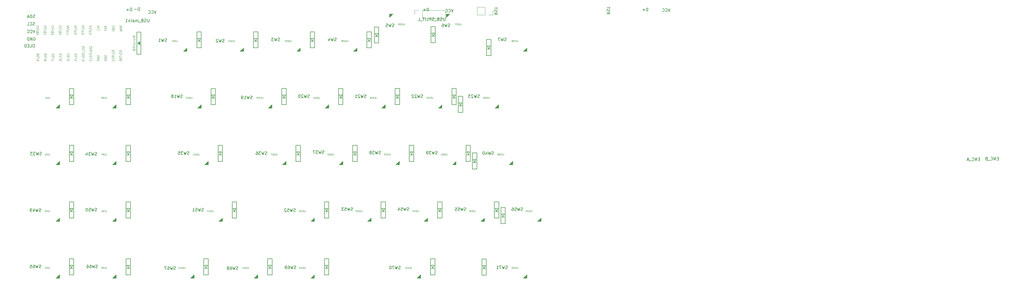
<source format=gbr>
%TF.GenerationSoftware,KiCad,Pcbnew,8.0.8*%
%TF.CreationDate,2025-04-15T16:35:59+09:00*%
%TF.ProjectId,sswkbd_left,7373776b-6264-45f6-9c65-66742e6b6963,rev?*%
%TF.SameCoordinates,Original*%
%TF.FileFunction,Legend,Bot*%
%TF.FilePolarity,Positive*%
%FSLAX46Y46*%
G04 Gerber Fmt 4.6, Leading zero omitted, Abs format (unit mm)*
G04 Created by KiCad (PCBNEW 8.0.8) date 2025-04-15 16:35:59*
%MOMM*%
%LPD*%
G01*
G04 APERTURE LIST*
%ADD10C,0.150000*%
%ADD11C,0.125000*%
%ADD12C,0.120000*%
%ADD13C,0.100000*%
%ADD14C,0.050000*%
G04 APERTURE END LIST*
D10*
X161054820Y-66494019D02*
X161054820Y-65494019D01*
X161054820Y-65494019D02*
X160816725Y-65494019D01*
X160816725Y-65494019D02*
X160673868Y-65541638D01*
X160673868Y-65541638D02*
X160578630Y-65636876D01*
X160578630Y-65636876D02*
X160531011Y-65732114D01*
X160531011Y-65732114D02*
X160483392Y-65922590D01*
X160483392Y-65922590D02*
X160483392Y-66065447D01*
X160483392Y-66065447D02*
X160531011Y-66255923D01*
X160531011Y-66255923D02*
X160578630Y-66351161D01*
X160578630Y-66351161D02*
X160673868Y-66446400D01*
X160673868Y-66446400D02*
X160816725Y-66494019D01*
X160816725Y-66494019D02*
X161054820Y-66494019D01*
X160054820Y-66113066D02*
X159292916Y-66113066D01*
X159673868Y-66494019D02*
X159673868Y-65732114D01*
X220855380Y-66943219D02*
X221331571Y-67276552D01*
X220855380Y-67514647D02*
X221855380Y-67514647D01*
X221855380Y-67514647D02*
X221855380Y-67133695D01*
X221855380Y-67133695D02*
X221807761Y-67038457D01*
X221807761Y-67038457D02*
X221760142Y-66990838D01*
X221760142Y-66990838D02*
X221664904Y-66943219D01*
X221664904Y-66943219D02*
X221522047Y-66943219D01*
X221522047Y-66943219D02*
X221426809Y-66990838D01*
X221426809Y-66990838D02*
X221379190Y-67038457D01*
X221379190Y-67038457D02*
X221331571Y-67133695D01*
X221331571Y-67133695D02*
X221331571Y-67514647D01*
X220903000Y-66562266D02*
X220855380Y-66419409D01*
X220855380Y-66419409D02*
X220855380Y-66181314D01*
X220855380Y-66181314D02*
X220903000Y-66086076D01*
X220903000Y-66086076D02*
X220950619Y-66038457D01*
X220950619Y-66038457D02*
X221045857Y-65990838D01*
X221045857Y-65990838D02*
X221141095Y-65990838D01*
X221141095Y-65990838D02*
X221236333Y-66038457D01*
X221236333Y-66038457D02*
X221283952Y-66086076D01*
X221283952Y-66086076D02*
X221331571Y-66181314D01*
X221331571Y-66181314D02*
X221379190Y-66371790D01*
X221379190Y-66371790D02*
X221426809Y-66467028D01*
X221426809Y-66467028D02*
X221474428Y-66514647D01*
X221474428Y-66514647D02*
X221569666Y-66562266D01*
X221569666Y-66562266D02*
X221664904Y-66562266D01*
X221664904Y-66562266D02*
X221760142Y-66514647D01*
X221760142Y-66514647D02*
X221807761Y-66467028D01*
X221807761Y-66467028D02*
X221855380Y-66371790D01*
X221855380Y-66371790D02*
X221855380Y-66133695D01*
X221855380Y-66133695D02*
X221807761Y-65990838D01*
X221855380Y-65705123D02*
X221855380Y-65133695D01*
X220855380Y-65419409D02*
X221855380Y-65419409D01*
X169363127Y-65904019D02*
X169029794Y-66904019D01*
X169029794Y-66904019D02*
X168696461Y-65904019D01*
X167791699Y-66808780D02*
X167839318Y-66856400D01*
X167839318Y-66856400D02*
X167982175Y-66904019D01*
X167982175Y-66904019D02*
X168077413Y-66904019D01*
X168077413Y-66904019D02*
X168220270Y-66856400D01*
X168220270Y-66856400D02*
X168315508Y-66761161D01*
X168315508Y-66761161D02*
X168363127Y-66665923D01*
X168363127Y-66665923D02*
X168410746Y-66475447D01*
X168410746Y-66475447D02*
X168410746Y-66332590D01*
X168410746Y-66332590D02*
X168363127Y-66142114D01*
X168363127Y-66142114D02*
X168315508Y-66046876D01*
X168315508Y-66046876D02*
X168220270Y-65951638D01*
X168220270Y-65951638D02*
X168077413Y-65904019D01*
X168077413Y-65904019D02*
X167982175Y-65904019D01*
X167982175Y-65904019D02*
X167839318Y-65951638D01*
X167839318Y-65951638D02*
X167791699Y-65999257D01*
X166791699Y-66808780D02*
X166839318Y-66856400D01*
X166839318Y-66856400D02*
X166982175Y-66904019D01*
X166982175Y-66904019D02*
X167077413Y-66904019D01*
X167077413Y-66904019D02*
X167220270Y-66856400D01*
X167220270Y-66856400D02*
X167315508Y-66761161D01*
X167315508Y-66761161D02*
X167363127Y-66665923D01*
X167363127Y-66665923D02*
X167410746Y-66475447D01*
X167410746Y-66475447D02*
X167410746Y-66332590D01*
X167410746Y-66332590D02*
X167363127Y-66142114D01*
X167363127Y-66142114D02*
X167315508Y-66046876D01*
X167315508Y-66046876D02*
X167220270Y-65951638D01*
X167220270Y-65951638D02*
X167077413Y-65904019D01*
X167077413Y-65904019D02*
X166982175Y-65904019D01*
X166982175Y-65904019D02*
X166839318Y-65951638D01*
X166839318Y-65951638D02*
X166791699Y-65999257D01*
X183085580Y-67044819D02*
X183561771Y-67378152D01*
X183085580Y-67616247D02*
X184085580Y-67616247D01*
X184085580Y-67616247D02*
X184085580Y-67235295D01*
X184085580Y-67235295D02*
X184037961Y-67140057D01*
X184037961Y-67140057D02*
X183990342Y-67092438D01*
X183990342Y-67092438D02*
X183895104Y-67044819D01*
X183895104Y-67044819D02*
X183752247Y-67044819D01*
X183752247Y-67044819D02*
X183657009Y-67092438D01*
X183657009Y-67092438D02*
X183609390Y-67140057D01*
X183609390Y-67140057D02*
X183561771Y-67235295D01*
X183561771Y-67235295D02*
X183561771Y-67616247D01*
X183133200Y-66663866D02*
X183085580Y-66521009D01*
X183085580Y-66521009D02*
X183085580Y-66282914D01*
X183085580Y-66282914D02*
X183133200Y-66187676D01*
X183133200Y-66187676D02*
X183180819Y-66140057D01*
X183180819Y-66140057D02*
X183276057Y-66092438D01*
X183276057Y-66092438D02*
X183371295Y-66092438D01*
X183371295Y-66092438D02*
X183466533Y-66140057D01*
X183466533Y-66140057D02*
X183514152Y-66187676D01*
X183514152Y-66187676D02*
X183561771Y-66282914D01*
X183561771Y-66282914D02*
X183609390Y-66473390D01*
X183609390Y-66473390D02*
X183657009Y-66568628D01*
X183657009Y-66568628D02*
X183704628Y-66616247D01*
X183704628Y-66616247D02*
X183799866Y-66663866D01*
X183799866Y-66663866D02*
X183895104Y-66663866D01*
X183895104Y-66663866D02*
X183990342Y-66616247D01*
X183990342Y-66616247D02*
X184037961Y-66568628D01*
X184037961Y-66568628D02*
X184085580Y-66473390D01*
X184085580Y-66473390D02*
X184085580Y-66235295D01*
X184085580Y-66235295D02*
X184037961Y-66092438D01*
X184085580Y-65806723D02*
X184085580Y-65235295D01*
X183085580Y-65521009D02*
X184085580Y-65521009D01*
X29066877Y-72860019D02*
X28733544Y-73860019D01*
X28733544Y-73860019D02*
X28400211Y-72860019D01*
X27495449Y-73764780D02*
X27543068Y-73812400D01*
X27543068Y-73812400D02*
X27685925Y-73860019D01*
X27685925Y-73860019D02*
X27781163Y-73860019D01*
X27781163Y-73860019D02*
X27924020Y-73812400D01*
X27924020Y-73812400D02*
X28019258Y-73717161D01*
X28019258Y-73717161D02*
X28066877Y-73621923D01*
X28066877Y-73621923D02*
X28114496Y-73431447D01*
X28114496Y-73431447D02*
X28114496Y-73288590D01*
X28114496Y-73288590D02*
X28066877Y-73098114D01*
X28066877Y-73098114D02*
X28019258Y-73002876D01*
X28019258Y-73002876D02*
X27924020Y-72907638D01*
X27924020Y-72907638D02*
X27781163Y-72860019D01*
X27781163Y-72860019D02*
X27685925Y-72860019D01*
X27685925Y-72860019D02*
X27543068Y-72907638D01*
X27543068Y-72907638D02*
X27495449Y-72955257D01*
X26495449Y-73764780D02*
X26543068Y-73812400D01*
X26543068Y-73812400D02*
X26685925Y-73860019D01*
X26685925Y-73860019D02*
X26781163Y-73860019D01*
X26781163Y-73860019D02*
X26924020Y-73812400D01*
X26924020Y-73812400D02*
X27019258Y-73717161D01*
X27019258Y-73717161D02*
X27066877Y-73621923D01*
X27066877Y-73621923D02*
X27114496Y-73431447D01*
X27114496Y-73431447D02*
X27114496Y-73288590D01*
X27114496Y-73288590D02*
X27066877Y-73098114D01*
X27066877Y-73098114D02*
X27019258Y-73002876D01*
X27019258Y-73002876D02*
X26924020Y-72907638D01*
X26924020Y-72907638D02*
X26781163Y-72860019D01*
X26781163Y-72860019D02*
X26685925Y-72860019D01*
X26685925Y-72860019D02*
X26543068Y-72907638D01*
X26543068Y-72907638D02*
X26495449Y-72955257D01*
X61537620Y-66468619D02*
X61537620Y-65468619D01*
X61537620Y-65468619D02*
X61299525Y-65468619D01*
X61299525Y-65468619D02*
X61156668Y-65516238D01*
X61156668Y-65516238D02*
X61061430Y-65611476D01*
X61061430Y-65611476D02*
X61013811Y-65706714D01*
X61013811Y-65706714D02*
X60966192Y-65897190D01*
X60966192Y-65897190D02*
X60966192Y-66040047D01*
X60966192Y-66040047D02*
X61013811Y-66230523D01*
X61013811Y-66230523D02*
X61061430Y-66325761D01*
X61061430Y-66325761D02*
X61156668Y-66421000D01*
X61156668Y-66421000D02*
X61299525Y-66468619D01*
X61299525Y-66468619D02*
X61537620Y-66468619D01*
X60537620Y-66087666D02*
X59775716Y-66087666D01*
X60156668Y-66468619D02*
X60156668Y-65706714D01*
X166594521Y-68779369D02*
X166594521Y-69588892D01*
X166594521Y-69588892D02*
X166546902Y-69684130D01*
X166546902Y-69684130D02*
X166499283Y-69731750D01*
X166499283Y-69731750D02*
X166404045Y-69779369D01*
X166404045Y-69779369D02*
X166213569Y-69779369D01*
X166213569Y-69779369D02*
X166118331Y-69731750D01*
X166118331Y-69731750D02*
X166070712Y-69684130D01*
X166070712Y-69684130D02*
X166023093Y-69588892D01*
X166023093Y-69588892D02*
X166023093Y-68779369D01*
X165594521Y-69731750D02*
X165451664Y-69779369D01*
X165451664Y-69779369D02*
X165213569Y-69779369D01*
X165213569Y-69779369D02*
X165118331Y-69731750D01*
X165118331Y-69731750D02*
X165070712Y-69684130D01*
X165070712Y-69684130D02*
X165023093Y-69588892D01*
X165023093Y-69588892D02*
X165023093Y-69493654D01*
X165023093Y-69493654D02*
X165070712Y-69398416D01*
X165070712Y-69398416D02*
X165118331Y-69350797D01*
X165118331Y-69350797D02*
X165213569Y-69303178D01*
X165213569Y-69303178D02*
X165404045Y-69255559D01*
X165404045Y-69255559D02*
X165499283Y-69207940D01*
X165499283Y-69207940D02*
X165546902Y-69160321D01*
X165546902Y-69160321D02*
X165594521Y-69065083D01*
X165594521Y-69065083D02*
X165594521Y-68969845D01*
X165594521Y-68969845D02*
X165546902Y-68874607D01*
X165546902Y-68874607D02*
X165499283Y-68826988D01*
X165499283Y-68826988D02*
X165404045Y-68779369D01*
X165404045Y-68779369D02*
X165165950Y-68779369D01*
X165165950Y-68779369D02*
X165023093Y-68826988D01*
X164261188Y-69255559D02*
X164118331Y-69303178D01*
X164118331Y-69303178D02*
X164070712Y-69350797D01*
X164070712Y-69350797D02*
X164023093Y-69446035D01*
X164023093Y-69446035D02*
X164023093Y-69588892D01*
X164023093Y-69588892D02*
X164070712Y-69684130D01*
X164070712Y-69684130D02*
X164118331Y-69731750D01*
X164118331Y-69731750D02*
X164213569Y-69779369D01*
X164213569Y-69779369D02*
X164594521Y-69779369D01*
X164594521Y-69779369D02*
X164594521Y-68779369D01*
X164594521Y-68779369D02*
X164261188Y-68779369D01*
X164261188Y-68779369D02*
X164165950Y-68826988D01*
X164165950Y-68826988D02*
X164118331Y-68874607D01*
X164118331Y-68874607D02*
X164070712Y-68969845D01*
X164070712Y-68969845D02*
X164070712Y-69065083D01*
X164070712Y-69065083D02*
X164118331Y-69160321D01*
X164118331Y-69160321D02*
X164165950Y-69207940D01*
X164165950Y-69207940D02*
X164261188Y-69255559D01*
X164261188Y-69255559D02*
X164594521Y-69255559D01*
X163832617Y-69874607D02*
X163070712Y-69874607D01*
X162880235Y-69731750D02*
X162737378Y-69779369D01*
X162737378Y-69779369D02*
X162499283Y-69779369D01*
X162499283Y-69779369D02*
X162404045Y-69731750D01*
X162404045Y-69731750D02*
X162356426Y-69684130D01*
X162356426Y-69684130D02*
X162308807Y-69588892D01*
X162308807Y-69588892D02*
X162308807Y-69493654D01*
X162308807Y-69493654D02*
X162356426Y-69398416D01*
X162356426Y-69398416D02*
X162404045Y-69350797D01*
X162404045Y-69350797D02*
X162499283Y-69303178D01*
X162499283Y-69303178D02*
X162689759Y-69255559D01*
X162689759Y-69255559D02*
X162784997Y-69207940D01*
X162784997Y-69207940D02*
X162832616Y-69160321D01*
X162832616Y-69160321D02*
X162880235Y-69065083D01*
X162880235Y-69065083D02*
X162880235Y-68969845D01*
X162880235Y-68969845D02*
X162832616Y-68874607D01*
X162832616Y-68874607D02*
X162784997Y-68826988D01*
X162784997Y-68826988D02*
X162689759Y-68779369D01*
X162689759Y-68779369D02*
X162451664Y-68779369D01*
X162451664Y-68779369D02*
X162308807Y-68826988D01*
X161880235Y-69779369D02*
X161880235Y-68779369D01*
X161880235Y-68779369D02*
X161499283Y-68779369D01*
X161499283Y-68779369D02*
X161404045Y-68826988D01*
X161404045Y-68826988D02*
X161356426Y-68874607D01*
X161356426Y-68874607D02*
X161308807Y-68969845D01*
X161308807Y-68969845D02*
X161308807Y-69112702D01*
X161308807Y-69112702D02*
X161356426Y-69207940D01*
X161356426Y-69207940D02*
X161404045Y-69255559D01*
X161404045Y-69255559D02*
X161499283Y-69303178D01*
X161499283Y-69303178D02*
X161880235Y-69303178D01*
X160404045Y-69779369D02*
X160880235Y-69779369D01*
X160880235Y-69779369D02*
X160880235Y-68779369D01*
X160070711Y-69779369D02*
X160070711Y-68779369D01*
X159737378Y-68779369D02*
X159165950Y-68779369D01*
X159451664Y-69779369D02*
X159451664Y-68779369D01*
X159070712Y-69874607D02*
X158308807Y-69874607D01*
X157594521Y-69779369D02*
X158070711Y-69779369D01*
X158070711Y-69779369D02*
X158070711Y-68779369D01*
X28731980Y-77661819D02*
X28541504Y-77661819D01*
X28541504Y-77661819D02*
X28446266Y-77709438D01*
X28446266Y-77709438D02*
X28351028Y-77804676D01*
X28351028Y-77804676D02*
X28303409Y-77995152D01*
X28303409Y-77995152D02*
X28303409Y-78328485D01*
X28303409Y-78328485D02*
X28351028Y-78518961D01*
X28351028Y-78518961D02*
X28446266Y-78614200D01*
X28446266Y-78614200D02*
X28541504Y-78661819D01*
X28541504Y-78661819D02*
X28731980Y-78661819D01*
X28731980Y-78661819D02*
X28827218Y-78614200D01*
X28827218Y-78614200D02*
X28922456Y-78518961D01*
X28922456Y-78518961D02*
X28970075Y-78328485D01*
X28970075Y-78328485D02*
X28970075Y-77995152D01*
X28970075Y-77995152D02*
X28922456Y-77804676D01*
X28922456Y-77804676D02*
X28827218Y-77709438D01*
X28827218Y-77709438D02*
X28731980Y-77661819D01*
X27398647Y-78661819D02*
X27874837Y-78661819D01*
X27874837Y-78661819D02*
X27874837Y-77661819D01*
X27065313Y-78138009D02*
X26731980Y-78138009D01*
X26589123Y-78661819D02*
X27065313Y-78661819D01*
X27065313Y-78661819D02*
X27065313Y-77661819D01*
X27065313Y-77661819D02*
X26589123Y-77661819D01*
X26160551Y-78661819D02*
X26160551Y-77661819D01*
X26160551Y-77661819D02*
X25922456Y-77661819D01*
X25922456Y-77661819D02*
X25779599Y-77709438D01*
X25779599Y-77709438D02*
X25684361Y-77804676D01*
X25684361Y-77804676D02*
X25636742Y-77899914D01*
X25636742Y-77899914D02*
X25589123Y-78090390D01*
X25589123Y-78090390D02*
X25589123Y-78233247D01*
X25589123Y-78233247D02*
X25636742Y-78423723D01*
X25636742Y-78423723D02*
X25684361Y-78518961D01*
X25684361Y-78518961D02*
X25779599Y-78614200D01*
X25779599Y-78614200D02*
X25922456Y-78661819D01*
X25922456Y-78661819D02*
X26160551Y-78661819D01*
X67377770Y-69203219D02*
X67377770Y-70012742D01*
X67377770Y-70012742D02*
X67330151Y-70107980D01*
X67330151Y-70107980D02*
X67282532Y-70155600D01*
X67282532Y-70155600D02*
X67187294Y-70203219D01*
X67187294Y-70203219D02*
X66996818Y-70203219D01*
X66996818Y-70203219D02*
X66901580Y-70155600D01*
X66901580Y-70155600D02*
X66853961Y-70107980D01*
X66853961Y-70107980D02*
X66806342Y-70012742D01*
X66806342Y-70012742D02*
X66806342Y-69203219D01*
X66377770Y-70155600D02*
X66234913Y-70203219D01*
X66234913Y-70203219D02*
X65996818Y-70203219D01*
X65996818Y-70203219D02*
X65901580Y-70155600D01*
X65901580Y-70155600D02*
X65853961Y-70107980D01*
X65853961Y-70107980D02*
X65806342Y-70012742D01*
X65806342Y-70012742D02*
X65806342Y-69917504D01*
X65806342Y-69917504D02*
X65853961Y-69822266D01*
X65853961Y-69822266D02*
X65901580Y-69774647D01*
X65901580Y-69774647D02*
X65996818Y-69727028D01*
X65996818Y-69727028D02*
X66187294Y-69679409D01*
X66187294Y-69679409D02*
X66282532Y-69631790D01*
X66282532Y-69631790D02*
X66330151Y-69584171D01*
X66330151Y-69584171D02*
X66377770Y-69488933D01*
X66377770Y-69488933D02*
X66377770Y-69393695D01*
X66377770Y-69393695D02*
X66330151Y-69298457D01*
X66330151Y-69298457D02*
X66282532Y-69250838D01*
X66282532Y-69250838D02*
X66187294Y-69203219D01*
X66187294Y-69203219D02*
X65949199Y-69203219D01*
X65949199Y-69203219D02*
X65806342Y-69250838D01*
X65044437Y-69679409D02*
X64901580Y-69727028D01*
X64901580Y-69727028D02*
X64853961Y-69774647D01*
X64853961Y-69774647D02*
X64806342Y-69869885D01*
X64806342Y-69869885D02*
X64806342Y-70012742D01*
X64806342Y-70012742D02*
X64853961Y-70107980D01*
X64853961Y-70107980D02*
X64901580Y-70155600D01*
X64901580Y-70155600D02*
X64996818Y-70203219D01*
X64996818Y-70203219D02*
X65377770Y-70203219D01*
X65377770Y-70203219D02*
X65377770Y-69203219D01*
X65377770Y-69203219D02*
X65044437Y-69203219D01*
X65044437Y-69203219D02*
X64949199Y-69250838D01*
X64949199Y-69250838D02*
X64901580Y-69298457D01*
X64901580Y-69298457D02*
X64853961Y-69393695D01*
X64853961Y-69393695D02*
X64853961Y-69488933D01*
X64853961Y-69488933D02*
X64901580Y-69584171D01*
X64901580Y-69584171D02*
X64949199Y-69631790D01*
X64949199Y-69631790D02*
X65044437Y-69679409D01*
X65044437Y-69679409D02*
X65377770Y-69679409D01*
X64615866Y-70298457D02*
X63853961Y-70298457D01*
X63615865Y-70203219D02*
X63615865Y-69536552D01*
X63615865Y-69631790D02*
X63568246Y-69584171D01*
X63568246Y-69584171D02*
X63473008Y-69536552D01*
X63473008Y-69536552D02*
X63330151Y-69536552D01*
X63330151Y-69536552D02*
X63234913Y-69584171D01*
X63234913Y-69584171D02*
X63187294Y-69679409D01*
X63187294Y-69679409D02*
X63187294Y-70203219D01*
X63187294Y-69679409D02*
X63139675Y-69584171D01*
X63139675Y-69584171D02*
X63044437Y-69536552D01*
X63044437Y-69536552D02*
X62901580Y-69536552D01*
X62901580Y-69536552D02*
X62806341Y-69584171D01*
X62806341Y-69584171D02*
X62758722Y-69679409D01*
X62758722Y-69679409D02*
X62758722Y-70203219D01*
X61853961Y-70203219D02*
X61853961Y-69679409D01*
X61853961Y-69679409D02*
X61901580Y-69584171D01*
X61901580Y-69584171D02*
X61996818Y-69536552D01*
X61996818Y-69536552D02*
X62187294Y-69536552D01*
X62187294Y-69536552D02*
X62282532Y-69584171D01*
X61853961Y-70155600D02*
X61949199Y-70203219D01*
X61949199Y-70203219D02*
X62187294Y-70203219D01*
X62187294Y-70203219D02*
X62282532Y-70155600D01*
X62282532Y-70155600D02*
X62330151Y-70060361D01*
X62330151Y-70060361D02*
X62330151Y-69965123D01*
X62330151Y-69965123D02*
X62282532Y-69869885D01*
X62282532Y-69869885D02*
X62187294Y-69822266D01*
X62187294Y-69822266D02*
X61949199Y-69822266D01*
X61949199Y-69822266D02*
X61853961Y-69774647D01*
X61377770Y-70203219D02*
X61377770Y-69536552D01*
X61377770Y-69203219D02*
X61425389Y-69250838D01*
X61425389Y-69250838D02*
X61377770Y-69298457D01*
X61377770Y-69298457D02*
X61330151Y-69250838D01*
X61330151Y-69250838D02*
X61377770Y-69203219D01*
X61377770Y-69203219D02*
X61377770Y-69298457D01*
X60901580Y-69536552D02*
X60901580Y-70203219D01*
X60901580Y-69631790D02*
X60853961Y-69584171D01*
X60853961Y-69584171D02*
X60758723Y-69536552D01*
X60758723Y-69536552D02*
X60615866Y-69536552D01*
X60615866Y-69536552D02*
X60520628Y-69584171D01*
X60520628Y-69584171D02*
X60473009Y-69679409D01*
X60473009Y-69679409D02*
X60473009Y-70203219D01*
X59473009Y-70203219D02*
X60044437Y-70203219D01*
X59758723Y-70203219D02*
X59758723Y-69203219D01*
X59758723Y-69203219D02*
X59853961Y-69346076D01*
X59853961Y-69346076D02*
X59949199Y-69441314D01*
X59949199Y-69441314D02*
X60044437Y-69488933D01*
X234638620Y-66494019D02*
X234638620Y-65494019D01*
X234638620Y-65494019D02*
X234400525Y-65494019D01*
X234400525Y-65494019D02*
X234257668Y-65541638D01*
X234257668Y-65541638D02*
X234162430Y-65636876D01*
X234162430Y-65636876D02*
X234114811Y-65732114D01*
X234114811Y-65732114D02*
X234067192Y-65922590D01*
X234067192Y-65922590D02*
X234067192Y-66065447D01*
X234067192Y-66065447D02*
X234114811Y-66255923D01*
X234114811Y-66255923D02*
X234162430Y-66351161D01*
X234162430Y-66351161D02*
X234257668Y-66446400D01*
X234257668Y-66446400D02*
X234400525Y-66494019D01*
X234400525Y-66494019D02*
X234638620Y-66494019D01*
X233638620Y-66113066D02*
X232876716Y-66113066D01*
X233257668Y-66494019D02*
X233257668Y-65732114D01*
X28603411Y-75396838D02*
X28698649Y-75349219D01*
X28698649Y-75349219D02*
X28841506Y-75349219D01*
X28841506Y-75349219D02*
X28984363Y-75396838D01*
X28984363Y-75396838D02*
X29079601Y-75492076D01*
X29079601Y-75492076D02*
X29127220Y-75587314D01*
X29127220Y-75587314D02*
X29174839Y-75777790D01*
X29174839Y-75777790D02*
X29174839Y-75920647D01*
X29174839Y-75920647D02*
X29127220Y-76111123D01*
X29127220Y-76111123D02*
X29079601Y-76206361D01*
X29079601Y-76206361D02*
X28984363Y-76301600D01*
X28984363Y-76301600D02*
X28841506Y-76349219D01*
X28841506Y-76349219D02*
X28746268Y-76349219D01*
X28746268Y-76349219D02*
X28603411Y-76301600D01*
X28603411Y-76301600D02*
X28555792Y-76253980D01*
X28555792Y-76253980D02*
X28555792Y-75920647D01*
X28555792Y-75920647D02*
X28746268Y-75920647D01*
X28127220Y-76349219D02*
X28127220Y-75349219D01*
X28127220Y-75349219D02*
X27555792Y-76349219D01*
X27555792Y-76349219D02*
X27555792Y-75349219D01*
X27079601Y-76349219D02*
X27079601Y-75349219D01*
X27079601Y-75349219D02*
X26841506Y-75349219D01*
X26841506Y-75349219D02*
X26698649Y-75396838D01*
X26698649Y-75396838D02*
X26603411Y-75492076D01*
X26603411Y-75492076D02*
X26555792Y-75587314D01*
X26555792Y-75587314D02*
X26508173Y-75777790D01*
X26508173Y-75777790D02*
X26508173Y-75920647D01*
X26508173Y-75920647D02*
X26555792Y-76111123D01*
X26555792Y-76111123D02*
X26603411Y-76206361D01*
X26603411Y-76206361D02*
X26698649Y-76301600D01*
X26698649Y-76301600D02*
X26841506Y-76349219D01*
X26841506Y-76349219D02*
X27079601Y-76349219D01*
X69706877Y-66383019D02*
X69373544Y-67383019D01*
X69373544Y-67383019D02*
X69040211Y-66383019D01*
X68135449Y-67287780D02*
X68183068Y-67335400D01*
X68183068Y-67335400D02*
X68325925Y-67383019D01*
X68325925Y-67383019D02*
X68421163Y-67383019D01*
X68421163Y-67383019D02*
X68564020Y-67335400D01*
X68564020Y-67335400D02*
X68659258Y-67240161D01*
X68659258Y-67240161D02*
X68706877Y-67144923D01*
X68706877Y-67144923D02*
X68754496Y-66954447D01*
X68754496Y-66954447D02*
X68754496Y-66811590D01*
X68754496Y-66811590D02*
X68706877Y-66621114D01*
X68706877Y-66621114D02*
X68659258Y-66525876D01*
X68659258Y-66525876D02*
X68564020Y-66430638D01*
X68564020Y-66430638D02*
X68421163Y-66383019D01*
X68421163Y-66383019D02*
X68325925Y-66383019D01*
X68325925Y-66383019D02*
X68183068Y-66430638D01*
X68183068Y-66430638D02*
X68135449Y-66478257D01*
X67135449Y-67287780D02*
X67183068Y-67335400D01*
X67183068Y-67335400D02*
X67325925Y-67383019D01*
X67325925Y-67383019D02*
X67421163Y-67383019D01*
X67421163Y-67383019D02*
X67564020Y-67335400D01*
X67564020Y-67335400D02*
X67659258Y-67240161D01*
X67659258Y-67240161D02*
X67706877Y-67144923D01*
X67706877Y-67144923D02*
X67754496Y-66954447D01*
X67754496Y-66954447D02*
X67754496Y-66811590D01*
X67754496Y-66811590D02*
X67706877Y-66621114D01*
X67706877Y-66621114D02*
X67659258Y-66525876D01*
X67659258Y-66525876D02*
X67564020Y-66430638D01*
X67564020Y-66430638D02*
X67421163Y-66383019D01*
X67421163Y-66383019D02*
X67325925Y-66383019D01*
X67325925Y-66383019D02*
X67183068Y-66430638D01*
X67183068Y-66430638D02*
X67135449Y-66478257D01*
X29047839Y-68732400D02*
X28904982Y-68780019D01*
X28904982Y-68780019D02*
X28666887Y-68780019D01*
X28666887Y-68780019D02*
X28571649Y-68732400D01*
X28571649Y-68732400D02*
X28524030Y-68684780D01*
X28524030Y-68684780D02*
X28476411Y-68589542D01*
X28476411Y-68589542D02*
X28476411Y-68494304D01*
X28476411Y-68494304D02*
X28524030Y-68399066D01*
X28524030Y-68399066D02*
X28571649Y-68351447D01*
X28571649Y-68351447D02*
X28666887Y-68303828D01*
X28666887Y-68303828D02*
X28857363Y-68256209D01*
X28857363Y-68256209D02*
X28952601Y-68208590D01*
X28952601Y-68208590D02*
X29000220Y-68160971D01*
X29000220Y-68160971D02*
X29047839Y-68065733D01*
X29047839Y-68065733D02*
X29047839Y-67970495D01*
X29047839Y-67970495D02*
X29000220Y-67875257D01*
X29000220Y-67875257D02*
X28952601Y-67827638D01*
X28952601Y-67827638D02*
X28857363Y-67780019D01*
X28857363Y-67780019D02*
X28619268Y-67780019D01*
X28619268Y-67780019D02*
X28476411Y-67827638D01*
X28047839Y-68780019D02*
X28047839Y-67780019D01*
X28047839Y-67780019D02*
X27809744Y-67780019D01*
X27809744Y-67780019D02*
X27666887Y-67827638D01*
X27666887Y-67827638D02*
X27571649Y-67922876D01*
X27571649Y-67922876D02*
X27524030Y-68018114D01*
X27524030Y-68018114D02*
X27476411Y-68208590D01*
X27476411Y-68208590D02*
X27476411Y-68351447D01*
X27476411Y-68351447D02*
X27524030Y-68541923D01*
X27524030Y-68541923D02*
X27571649Y-68637161D01*
X27571649Y-68637161D02*
X27666887Y-68732400D01*
X27666887Y-68732400D02*
X27809744Y-68780019D01*
X27809744Y-68780019D02*
X28047839Y-68780019D01*
X27095458Y-68494304D02*
X26619268Y-68494304D01*
X27190696Y-68780019D02*
X26857363Y-67780019D01*
X26857363Y-67780019D02*
X26524030Y-68780019D01*
X28946239Y-71221600D02*
X28803382Y-71269219D01*
X28803382Y-71269219D02*
X28565287Y-71269219D01*
X28565287Y-71269219D02*
X28470049Y-71221600D01*
X28470049Y-71221600D02*
X28422430Y-71173980D01*
X28422430Y-71173980D02*
X28374811Y-71078742D01*
X28374811Y-71078742D02*
X28374811Y-70983504D01*
X28374811Y-70983504D02*
X28422430Y-70888266D01*
X28422430Y-70888266D02*
X28470049Y-70840647D01*
X28470049Y-70840647D02*
X28565287Y-70793028D01*
X28565287Y-70793028D02*
X28755763Y-70745409D01*
X28755763Y-70745409D02*
X28851001Y-70697790D01*
X28851001Y-70697790D02*
X28898620Y-70650171D01*
X28898620Y-70650171D02*
X28946239Y-70554933D01*
X28946239Y-70554933D02*
X28946239Y-70459695D01*
X28946239Y-70459695D02*
X28898620Y-70364457D01*
X28898620Y-70364457D02*
X28851001Y-70316838D01*
X28851001Y-70316838D02*
X28755763Y-70269219D01*
X28755763Y-70269219D02*
X28517668Y-70269219D01*
X28517668Y-70269219D02*
X28374811Y-70316838D01*
X27374811Y-71173980D02*
X27422430Y-71221600D01*
X27422430Y-71221600D02*
X27565287Y-71269219D01*
X27565287Y-71269219D02*
X27660525Y-71269219D01*
X27660525Y-71269219D02*
X27803382Y-71221600D01*
X27803382Y-71221600D02*
X27898620Y-71126361D01*
X27898620Y-71126361D02*
X27946239Y-71031123D01*
X27946239Y-71031123D02*
X27993858Y-70840647D01*
X27993858Y-70840647D02*
X27993858Y-70697790D01*
X27993858Y-70697790D02*
X27946239Y-70507314D01*
X27946239Y-70507314D02*
X27898620Y-70412076D01*
X27898620Y-70412076D02*
X27803382Y-70316838D01*
X27803382Y-70316838D02*
X27660525Y-70269219D01*
X27660525Y-70269219D02*
X27565287Y-70269219D01*
X27565287Y-70269219D02*
X27422430Y-70316838D01*
X27422430Y-70316838D02*
X27374811Y-70364457D01*
X26470049Y-71269219D02*
X26946239Y-71269219D01*
X26946239Y-71269219D02*
X26946239Y-70269219D01*
X345865220Y-116160609D02*
X345531887Y-116160609D01*
X345389030Y-116684419D02*
X345865220Y-116684419D01*
X345865220Y-116684419D02*
X345865220Y-115684419D01*
X345865220Y-115684419D02*
X345389030Y-115684419D01*
X344960458Y-116684419D02*
X344960458Y-115684419D01*
X344960458Y-115684419D02*
X344389030Y-116684419D01*
X344389030Y-116684419D02*
X344389030Y-115684419D01*
X343341411Y-116589180D02*
X343389030Y-116636800D01*
X343389030Y-116636800D02*
X343531887Y-116684419D01*
X343531887Y-116684419D02*
X343627125Y-116684419D01*
X343627125Y-116684419D02*
X343769982Y-116636800D01*
X343769982Y-116636800D02*
X343865220Y-116541561D01*
X343865220Y-116541561D02*
X343912839Y-116446323D01*
X343912839Y-116446323D02*
X343960458Y-116255847D01*
X343960458Y-116255847D02*
X343960458Y-116112990D01*
X343960458Y-116112990D02*
X343912839Y-115922514D01*
X343912839Y-115922514D02*
X343865220Y-115827276D01*
X343865220Y-115827276D02*
X343769982Y-115732038D01*
X343769982Y-115732038D02*
X343627125Y-115684419D01*
X343627125Y-115684419D02*
X343531887Y-115684419D01*
X343531887Y-115684419D02*
X343389030Y-115732038D01*
X343389030Y-115732038D02*
X343341411Y-115779657D01*
X343150935Y-116779657D02*
X342389030Y-116779657D01*
X342198553Y-116398704D02*
X341722363Y-116398704D01*
X342293791Y-116684419D02*
X341960458Y-115684419D01*
X341960458Y-115684419D02*
X341627125Y-116684419D01*
X64153820Y-66367019D02*
X64153820Y-65367019D01*
X64153820Y-65367019D02*
X63915725Y-65367019D01*
X63915725Y-65367019D02*
X63772868Y-65414638D01*
X63772868Y-65414638D02*
X63677630Y-65509876D01*
X63677630Y-65509876D02*
X63630011Y-65605114D01*
X63630011Y-65605114D02*
X63582392Y-65795590D01*
X63582392Y-65795590D02*
X63582392Y-65938447D01*
X63582392Y-65938447D02*
X63630011Y-66128923D01*
X63630011Y-66128923D02*
X63677630Y-66224161D01*
X63677630Y-66224161D02*
X63772868Y-66319400D01*
X63772868Y-66319400D02*
X63915725Y-66367019D01*
X63915725Y-66367019D02*
X64153820Y-66367019D01*
X63153820Y-65986066D02*
X62391916Y-65986066D01*
X242045877Y-65722619D02*
X241712544Y-66722619D01*
X241712544Y-66722619D02*
X241379211Y-65722619D01*
X240474449Y-66627380D02*
X240522068Y-66675000D01*
X240522068Y-66675000D02*
X240664925Y-66722619D01*
X240664925Y-66722619D02*
X240760163Y-66722619D01*
X240760163Y-66722619D02*
X240903020Y-66675000D01*
X240903020Y-66675000D02*
X240998258Y-66579761D01*
X240998258Y-66579761D02*
X241045877Y-66484523D01*
X241045877Y-66484523D02*
X241093496Y-66294047D01*
X241093496Y-66294047D02*
X241093496Y-66151190D01*
X241093496Y-66151190D02*
X241045877Y-65960714D01*
X241045877Y-65960714D02*
X240998258Y-65865476D01*
X240998258Y-65865476D02*
X240903020Y-65770238D01*
X240903020Y-65770238D02*
X240760163Y-65722619D01*
X240760163Y-65722619D02*
X240664925Y-65722619D01*
X240664925Y-65722619D02*
X240522068Y-65770238D01*
X240522068Y-65770238D02*
X240474449Y-65817857D01*
X239474449Y-66627380D02*
X239522068Y-66675000D01*
X239522068Y-66675000D02*
X239664925Y-66722619D01*
X239664925Y-66722619D02*
X239760163Y-66722619D01*
X239760163Y-66722619D02*
X239903020Y-66675000D01*
X239903020Y-66675000D02*
X239998258Y-66579761D01*
X239998258Y-66579761D02*
X240045877Y-66484523D01*
X240045877Y-66484523D02*
X240093496Y-66294047D01*
X240093496Y-66294047D02*
X240093496Y-66151190D01*
X240093496Y-66151190D02*
X240045877Y-65960714D01*
X240045877Y-65960714D02*
X239998258Y-65865476D01*
X239998258Y-65865476D02*
X239903020Y-65770238D01*
X239903020Y-65770238D02*
X239760163Y-65722619D01*
X239760163Y-65722619D02*
X239664925Y-65722619D01*
X239664925Y-65722619D02*
X239522068Y-65770238D01*
X239522068Y-65770238D02*
X239474449Y-65817857D01*
X352164420Y-115932009D02*
X351831087Y-115932009D01*
X351688230Y-116455819D02*
X352164420Y-116455819D01*
X352164420Y-116455819D02*
X352164420Y-115455819D01*
X352164420Y-115455819D02*
X351688230Y-115455819D01*
X351259658Y-116455819D02*
X351259658Y-115455819D01*
X351259658Y-115455819D02*
X350688230Y-116455819D01*
X350688230Y-116455819D02*
X350688230Y-115455819D01*
X349640611Y-116360580D02*
X349688230Y-116408200D01*
X349688230Y-116408200D02*
X349831087Y-116455819D01*
X349831087Y-116455819D02*
X349926325Y-116455819D01*
X349926325Y-116455819D02*
X350069182Y-116408200D01*
X350069182Y-116408200D02*
X350164420Y-116312961D01*
X350164420Y-116312961D02*
X350212039Y-116217723D01*
X350212039Y-116217723D02*
X350259658Y-116027247D01*
X350259658Y-116027247D02*
X350259658Y-115884390D01*
X350259658Y-115884390D02*
X350212039Y-115693914D01*
X350212039Y-115693914D02*
X350164420Y-115598676D01*
X350164420Y-115598676D02*
X350069182Y-115503438D01*
X350069182Y-115503438D02*
X349926325Y-115455819D01*
X349926325Y-115455819D02*
X349831087Y-115455819D01*
X349831087Y-115455819D02*
X349688230Y-115503438D01*
X349688230Y-115503438D02*
X349640611Y-115551057D01*
X349450135Y-116551057D02*
X348688230Y-116551057D01*
X348116801Y-115932009D02*
X347973944Y-115979628D01*
X347973944Y-115979628D02*
X347926325Y-116027247D01*
X347926325Y-116027247D02*
X347878706Y-116122485D01*
X347878706Y-116122485D02*
X347878706Y-116265342D01*
X347878706Y-116265342D02*
X347926325Y-116360580D01*
X347926325Y-116360580D02*
X347973944Y-116408200D01*
X347973944Y-116408200D02*
X348069182Y-116455819D01*
X348069182Y-116455819D02*
X348450134Y-116455819D01*
X348450134Y-116455819D02*
X348450134Y-115455819D01*
X348450134Y-115455819D02*
X348116801Y-115455819D01*
X348116801Y-115455819D02*
X348021563Y-115503438D01*
X348021563Y-115503438D02*
X347973944Y-115551057D01*
X347973944Y-115551057D02*
X347926325Y-115646295D01*
X347926325Y-115646295D02*
X347926325Y-115741533D01*
X347926325Y-115741533D02*
X347973944Y-115836771D01*
X347973944Y-115836771D02*
X348021563Y-115884390D01*
X348021563Y-115884390D02*
X348116801Y-115932009D01*
X348116801Y-115932009D02*
X348450134Y-115932009D01*
X168211732Y-71755400D02*
X168068875Y-71803019D01*
X168068875Y-71803019D02*
X167830780Y-71803019D01*
X167830780Y-71803019D02*
X167735542Y-71755400D01*
X167735542Y-71755400D02*
X167687923Y-71707780D01*
X167687923Y-71707780D02*
X167640304Y-71612542D01*
X167640304Y-71612542D02*
X167640304Y-71517304D01*
X167640304Y-71517304D02*
X167687923Y-71422066D01*
X167687923Y-71422066D02*
X167735542Y-71374447D01*
X167735542Y-71374447D02*
X167830780Y-71326828D01*
X167830780Y-71326828D02*
X168021256Y-71279209D01*
X168021256Y-71279209D02*
X168116494Y-71231590D01*
X168116494Y-71231590D02*
X168164113Y-71183971D01*
X168164113Y-71183971D02*
X168211732Y-71088733D01*
X168211732Y-71088733D02*
X168211732Y-70993495D01*
X168211732Y-70993495D02*
X168164113Y-70898257D01*
X168164113Y-70898257D02*
X168116494Y-70850638D01*
X168116494Y-70850638D02*
X168021256Y-70803019D01*
X168021256Y-70803019D02*
X167783161Y-70803019D01*
X167783161Y-70803019D02*
X167640304Y-70850638D01*
X167306970Y-70803019D02*
X167068875Y-71803019D01*
X167068875Y-71803019D02*
X166878399Y-71088733D01*
X166878399Y-71088733D02*
X166687923Y-71803019D01*
X166687923Y-71803019D02*
X166449828Y-70803019D01*
X165640304Y-70803019D02*
X165830780Y-70803019D01*
X165830780Y-70803019D02*
X165926018Y-70850638D01*
X165926018Y-70850638D02*
X165973637Y-70898257D01*
X165973637Y-70898257D02*
X166068875Y-71041114D01*
X166068875Y-71041114D02*
X166116494Y-71231590D01*
X166116494Y-71231590D02*
X166116494Y-71612542D01*
X166116494Y-71612542D02*
X166068875Y-71707780D01*
X166068875Y-71707780D02*
X166021256Y-71755400D01*
X166021256Y-71755400D02*
X165926018Y-71803019D01*
X165926018Y-71803019D02*
X165735542Y-71803019D01*
X165735542Y-71803019D02*
X165640304Y-71755400D01*
X165640304Y-71755400D02*
X165592685Y-71707780D01*
X165592685Y-71707780D02*
X165545066Y-71612542D01*
X165545066Y-71612542D02*
X165545066Y-71374447D01*
X165545066Y-71374447D02*
X165592685Y-71279209D01*
X165592685Y-71279209D02*
X165640304Y-71231590D01*
X165640304Y-71231590D02*
X165735542Y-71183971D01*
X165735542Y-71183971D02*
X165926018Y-71183971D01*
X165926018Y-71183971D02*
X166021256Y-71231590D01*
X166021256Y-71231590D02*
X166068875Y-71279209D01*
X166068875Y-71279209D02*
X166116494Y-71374447D01*
X49775923Y-133554400D02*
X49633066Y-133602019D01*
X49633066Y-133602019D02*
X49394971Y-133602019D01*
X49394971Y-133602019D02*
X49299733Y-133554400D01*
X49299733Y-133554400D02*
X49252114Y-133506780D01*
X49252114Y-133506780D02*
X49204495Y-133411542D01*
X49204495Y-133411542D02*
X49204495Y-133316304D01*
X49204495Y-133316304D02*
X49252114Y-133221066D01*
X49252114Y-133221066D02*
X49299733Y-133173447D01*
X49299733Y-133173447D02*
X49394971Y-133125828D01*
X49394971Y-133125828D02*
X49585447Y-133078209D01*
X49585447Y-133078209D02*
X49680685Y-133030590D01*
X49680685Y-133030590D02*
X49728304Y-132982971D01*
X49728304Y-132982971D02*
X49775923Y-132887733D01*
X49775923Y-132887733D02*
X49775923Y-132792495D01*
X49775923Y-132792495D02*
X49728304Y-132697257D01*
X49728304Y-132697257D02*
X49680685Y-132649638D01*
X49680685Y-132649638D02*
X49585447Y-132602019D01*
X49585447Y-132602019D02*
X49347352Y-132602019D01*
X49347352Y-132602019D02*
X49204495Y-132649638D01*
X48871161Y-132602019D02*
X48633066Y-133602019D01*
X48633066Y-133602019D02*
X48442590Y-132887733D01*
X48442590Y-132887733D02*
X48252114Y-133602019D01*
X48252114Y-133602019D02*
X48014019Y-132602019D01*
X47156876Y-132602019D02*
X47633066Y-132602019D01*
X47633066Y-132602019D02*
X47680685Y-133078209D01*
X47680685Y-133078209D02*
X47633066Y-133030590D01*
X47633066Y-133030590D02*
X47537828Y-132982971D01*
X47537828Y-132982971D02*
X47299733Y-132982971D01*
X47299733Y-132982971D02*
X47204495Y-133030590D01*
X47204495Y-133030590D02*
X47156876Y-133078209D01*
X47156876Y-133078209D02*
X47109257Y-133173447D01*
X47109257Y-133173447D02*
X47109257Y-133411542D01*
X47109257Y-133411542D02*
X47156876Y-133506780D01*
X47156876Y-133506780D02*
X47204495Y-133554400D01*
X47204495Y-133554400D02*
X47299733Y-133602019D01*
X47299733Y-133602019D02*
X47537828Y-133602019D01*
X47537828Y-133602019D02*
X47633066Y-133554400D01*
X47633066Y-133554400D02*
X47680685Y-133506780D01*
X46490209Y-132602019D02*
X46394971Y-132602019D01*
X46394971Y-132602019D02*
X46299733Y-132649638D01*
X46299733Y-132649638D02*
X46252114Y-132697257D01*
X46252114Y-132697257D02*
X46204495Y-132792495D01*
X46204495Y-132792495D02*
X46156876Y-132982971D01*
X46156876Y-132982971D02*
X46156876Y-133221066D01*
X46156876Y-133221066D02*
X46204495Y-133411542D01*
X46204495Y-133411542D02*
X46252114Y-133506780D01*
X46252114Y-133506780D02*
X46299733Y-133554400D01*
X46299733Y-133554400D02*
X46394971Y-133602019D01*
X46394971Y-133602019D02*
X46490209Y-133602019D01*
X46490209Y-133602019D02*
X46585447Y-133554400D01*
X46585447Y-133554400D02*
X46633066Y-133506780D01*
X46633066Y-133506780D02*
X46680685Y-133411542D01*
X46680685Y-133411542D02*
X46728304Y-133221066D01*
X46728304Y-133221066D02*
X46728304Y-132982971D01*
X46728304Y-132982971D02*
X46680685Y-132792495D01*
X46680685Y-132792495D02*
X46633066Y-132697257D01*
X46633066Y-132697257D02*
X46585447Y-132649638D01*
X46585447Y-132649638D02*
X46490209Y-132602019D01*
X92519732Y-76937000D02*
X92376875Y-76984619D01*
X92376875Y-76984619D02*
X92138780Y-76984619D01*
X92138780Y-76984619D02*
X92043542Y-76937000D01*
X92043542Y-76937000D02*
X91995923Y-76889380D01*
X91995923Y-76889380D02*
X91948304Y-76794142D01*
X91948304Y-76794142D02*
X91948304Y-76698904D01*
X91948304Y-76698904D02*
X91995923Y-76603666D01*
X91995923Y-76603666D02*
X92043542Y-76556047D01*
X92043542Y-76556047D02*
X92138780Y-76508428D01*
X92138780Y-76508428D02*
X92329256Y-76460809D01*
X92329256Y-76460809D02*
X92424494Y-76413190D01*
X92424494Y-76413190D02*
X92472113Y-76365571D01*
X92472113Y-76365571D02*
X92519732Y-76270333D01*
X92519732Y-76270333D02*
X92519732Y-76175095D01*
X92519732Y-76175095D02*
X92472113Y-76079857D01*
X92472113Y-76079857D02*
X92424494Y-76032238D01*
X92424494Y-76032238D02*
X92329256Y-75984619D01*
X92329256Y-75984619D02*
X92091161Y-75984619D01*
X92091161Y-75984619D02*
X91948304Y-76032238D01*
X91614970Y-75984619D02*
X91376875Y-76984619D01*
X91376875Y-76984619D02*
X91186399Y-76270333D01*
X91186399Y-76270333D02*
X90995923Y-76984619D01*
X90995923Y-76984619D02*
X90757828Y-75984619D01*
X90424494Y-76079857D02*
X90376875Y-76032238D01*
X90376875Y-76032238D02*
X90281637Y-75984619D01*
X90281637Y-75984619D02*
X90043542Y-75984619D01*
X90043542Y-75984619D02*
X89948304Y-76032238D01*
X89948304Y-76032238D02*
X89900685Y-76079857D01*
X89900685Y-76079857D02*
X89853066Y-76175095D01*
X89853066Y-76175095D02*
X89853066Y-76270333D01*
X89853066Y-76270333D02*
X89900685Y-76413190D01*
X89900685Y-76413190D02*
X90472113Y-76984619D01*
X90472113Y-76984619D02*
X89853066Y-76984619D01*
X159091673Y-95504400D02*
X158948816Y-95552019D01*
X158948816Y-95552019D02*
X158710721Y-95552019D01*
X158710721Y-95552019D02*
X158615483Y-95504400D01*
X158615483Y-95504400D02*
X158567864Y-95456780D01*
X158567864Y-95456780D02*
X158520245Y-95361542D01*
X158520245Y-95361542D02*
X158520245Y-95266304D01*
X158520245Y-95266304D02*
X158567864Y-95171066D01*
X158567864Y-95171066D02*
X158615483Y-95123447D01*
X158615483Y-95123447D02*
X158710721Y-95075828D01*
X158710721Y-95075828D02*
X158901197Y-95028209D01*
X158901197Y-95028209D02*
X158996435Y-94980590D01*
X158996435Y-94980590D02*
X159044054Y-94932971D01*
X159044054Y-94932971D02*
X159091673Y-94837733D01*
X159091673Y-94837733D02*
X159091673Y-94742495D01*
X159091673Y-94742495D02*
X159044054Y-94647257D01*
X159044054Y-94647257D02*
X158996435Y-94599638D01*
X158996435Y-94599638D02*
X158901197Y-94552019D01*
X158901197Y-94552019D02*
X158663102Y-94552019D01*
X158663102Y-94552019D02*
X158520245Y-94599638D01*
X158186911Y-94552019D02*
X157948816Y-95552019D01*
X157948816Y-95552019D02*
X157758340Y-94837733D01*
X157758340Y-94837733D02*
X157567864Y-95552019D01*
X157567864Y-95552019D02*
X157329769Y-94552019D01*
X156996435Y-94647257D02*
X156948816Y-94599638D01*
X156948816Y-94599638D02*
X156853578Y-94552019D01*
X156853578Y-94552019D02*
X156615483Y-94552019D01*
X156615483Y-94552019D02*
X156520245Y-94599638D01*
X156520245Y-94599638D02*
X156472626Y-94647257D01*
X156472626Y-94647257D02*
X156425007Y-94742495D01*
X156425007Y-94742495D02*
X156425007Y-94837733D01*
X156425007Y-94837733D02*
X156472626Y-94980590D01*
X156472626Y-94980590D02*
X157044054Y-95552019D01*
X157044054Y-95552019D02*
X156425007Y-95552019D01*
X156044054Y-94647257D02*
X155996435Y-94599638D01*
X155996435Y-94599638D02*
X155901197Y-94552019D01*
X155901197Y-94552019D02*
X155663102Y-94552019D01*
X155663102Y-94552019D02*
X155567864Y-94599638D01*
X155567864Y-94599638D02*
X155520245Y-94647257D01*
X155520245Y-94647257D02*
X155472626Y-94742495D01*
X155472626Y-94742495D02*
X155472626Y-94837733D01*
X155472626Y-94837733D02*
X155520245Y-94980590D01*
X155520245Y-94980590D02*
X156091673Y-95552019D01*
X156091673Y-95552019D02*
X155472626Y-95552019D01*
X135591723Y-133325800D02*
X135448866Y-133373419D01*
X135448866Y-133373419D02*
X135210771Y-133373419D01*
X135210771Y-133373419D02*
X135115533Y-133325800D01*
X135115533Y-133325800D02*
X135067914Y-133278180D01*
X135067914Y-133278180D02*
X135020295Y-133182942D01*
X135020295Y-133182942D02*
X135020295Y-133087704D01*
X135020295Y-133087704D02*
X135067914Y-132992466D01*
X135067914Y-132992466D02*
X135115533Y-132944847D01*
X135115533Y-132944847D02*
X135210771Y-132897228D01*
X135210771Y-132897228D02*
X135401247Y-132849609D01*
X135401247Y-132849609D02*
X135496485Y-132801990D01*
X135496485Y-132801990D02*
X135544104Y-132754371D01*
X135544104Y-132754371D02*
X135591723Y-132659133D01*
X135591723Y-132659133D02*
X135591723Y-132563895D01*
X135591723Y-132563895D02*
X135544104Y-132468657D01*
X135544104Y-132468657D02*
X135496485Y-132421038D01*
X135496485Y-132421038D02*
X135401247Y-132373419D01*
X135401247Y-132373419D02*
X135163152Y-132373419D01*
X135163152Y-132373419D02*
X135020295Y-132421038D01*
X134686961Y-132373419D02*
X134448866Y-133373419D01*
X134448866Y-133373419D02*
X134258390Y-132659133D01*
X134258390Y-132659133D02*
X134067914Y-133373419D01*
X134067914Y-133373419D02*
X133829819Y-132373419D01*
X132972676Y-132373419D02*
X133448866Y-132373419D01*
X133448866Y-132373419D02*
X133496485Y-132849609D01*
X133496485Y-132849609D02*
X133448866Y-132801990D01*
X133448866Y-132801990D02*
X133353628Y-132754371D01*
X133353628Y-132754371D02*
X133115533Y-132754371D01*
X133115533Y-132754371D02*
X133020295Y-132801990D01*
X133020295Y-132801990D02*
X132972676Y-132849609D01*
X132972676Y-132849609D02*
X132925057Y-132944847D01*
X132925057Y-132944847D02*
X132925057Y-133182942D01*
X132925057Y-133182942D02*
X132972676Y-133278180D01*
X132972676Y-133278180D02*
X133020295Y-133325800D01*
X133020295Y-133325800D02*
X133115533Y-133373419D01*
X133115533Y-133373419D02*
X133353628Y-133373419D01*
X133353628Y-133373419D02*
X133448866Y-133325800D01*
X133448866Y-133325800D02*
X133496485Y-133278180D01*
X132591723Y-132373419D02*
X131972676Y-132373419D01*
X131972676Y-132373419D02*
X132306009Y-132754371D01*
X132306009Y-132754371D02*
X132163152Y-132754371D01*
X132163152Y-132754371D02*
X132067914Y-132801990D01*
X132067914Y-132801990D02*
X132020295Y-132849609D01*
X132020295Y-132849609D02*
X131972676Y-132944847D01*
X131972676Y-132944847D02*
X131972676Y-133182942D01*
X131972676Y-133182942D02*
X132020295Y-133278180D01*
X132020295Y-133278180D02*
X132067914Y-133325800D01*
X132067914Y-133325800D02*
X132163152Y-133373419D01*
X132163152Y-133373419D02*
X132448866Y-133373419D01*
X132448866Y-133373419D02*
X132544104Y-133325800D01*
X132544104Y-133325800D02*
X132591723Y-133278180D01*
X50029923Y-152553600D02*
X49887066Y-152601219D01*
X49887066Y-152601219D02*
X49648971Y-152601219D01*
X49648971Y-152601219D02*
X49553733Y-152553600D01*
X49553733Y-152553600D02*
X49506114Y-152505980D01*
X49506114Y-152505980D02*
X49458495Y-152410742D01*
X49458495Y-152410742D02*
X49458495Y-152315504D01*
X49458495Y-152315504D02*
X49506114Y-152220266D01*
X49506114Y-152220266D02*
X49553733Y-152172647D01*
X49553733Y-152172647D02*
X49648971Y-152125028D01*
X49648971Y-152125028D02*
X49839447Y-152077409D01*
X49839447Y-152077409D02*
X49934685Y-152029790D01*
X49934685Y-152029790D02*
X49982304Y-151982171D01*
X49982304Y-151982171D02*
X50029923Y-151886933D01*
X50029923Y-151886933D02*
X50029923Y-151791695D01*
X50029923Y-151791695D02*
X49982304Y-151696457D01*
X49982304Y-151696457D02*
X49934685Y-151648838D01*
X49934685Y-151648838D02*
X49839447Y-151601219D01*
X49839447Y-151601219D02*
X49601352Y-151601219D01*
X49601352Y-151601219D02*
X49458495Y-151648838D01*
X49125161Y-151601219D02*
X48887066Y-152601219D01*
X48887066Y-152601219D02*
X48696590Y-151886933D01*
X48696590Y-151886933D02*
X48506114Y-152601219D01*
X48506114Y-152601219D02*
X48268019Y-151601219D01*
X47458495Y-151601219D02*
X47648971Y-151601219D01*
X47648971Y-151601219D02*
X47744209Y-151648838D01*
X47744209Y-151648838D02*
X47791828Y-151696457D01*
X47791828Y-151696457D02*
X47887066Y-151839314D01*
X47887066Y-151839314D02*
X47934685Y-152029790D01*
X47934685Y-152029790D02*
X47934685Y-152410742D01*
X47934685Y-152410742D02*
X47887066Y-152505980D01*
X47887066Y-152505980D02*
X47839447Y-152553600D01*
X47839447Y-152553600D02*
X47744209Y-152601219D01*
X47744209Y-152601219D02*
X47553733Y-152601219D01*
X47553733Y-152601219D02*
X47458495Y-152553600D01*
X47458495Y-152553600D02*
X47410876Y-152505980D01*
X47410876Y-152505980D02*
X47363257Y-152410742D01*
X47363257Y-152410742D02*
X47363257Y-152172647D01*
X47363257Y-152172647D02*
X47410876Y-152077409D01*
X47410876Y-152077409D02*
X47458495Y-152029790D01*
X47458495Y-152029790D02*
X47553733Y-151982171D01*
X47553733Y-151982171D02*
X47744209Y-151982171D01*
X47744209Y-151982171D02*
X47839447Y-152029790D01*
X47839447Y-152029790D02*
X47887066Y-152077409D01*
X47887066Y-152077409D02*
X47934685Y-152172647D01*
X46506114Y-151601219D02*
X46696590Y-151601219D01*
X46696590Y-151601219D02*
X46791828Y-151648838D01*
X46791828Y-151648838D02*
X46839447Y-151696457D01*
X46839447Y-151696457D02*
X46934685Y-151839314D01*
X46934685Y-151839314D02*
X46982304Y-152029790D01*
X46982304Y-152029790D02*
X46982304Y-152410742D01*
X46982304Y-152410742D02*
X46934685Y-152505980D01*
X46934685Y-152505980D02*
X46887066Y-152553600D01*
X46887066Y-152553600D02*
X46791828Y-152601219D01*
X46791828Y-152601219D02*
X46601352Y-152601219D01*
X46601352Y-152601219D02*
X46506114Y-152553600D01*
X46506114Y-152553600D02*
X46458495Y-152505980D01*
X46458495Y-152505980D02*
X46410876Y-152410742D01*
X46410876Y-152410742D02*
X46410876Y-152172647D01*
X46410876Y-152172647D02*
X46458495Y-152077409D01*
X46458495Y-152077409D02*
X46506114Y-152029790D01*
X46506114Y-152029790D02*
X46601352Y-151982171D01*
X46601352Y-151982171D02*
X46791828Y-151982171D01*
X46791828Y-151982171D02*
X46887066Y-152029790D01*
X46887066Y-152029790D02*
X46934685Y-152077409D01*
X46934685Y-152077409D02*
X46982304Y-152172647D01*
X78492123Y-95529800D02*
X78349266Y-95577419D01*
X78349266Y-95577419D02*
X78111171Y-95577419D01*
X78111171Y-95577419D02*
X78015933Y-95529800D01*
X78015933Y-95529800D02*
X77968314Y-95482180D01*
X77968314Y-95482180D02*
X77920695Y-95386942D01*
X77920695Y-95386942D02*
X77920695Y-95291704D01*
X77920695Y-95291704D02*
X77968314Y-95196466D01*
X77968314Y-95196466D02*
X78015933Y-95148847D01*
X78015933Y-95148847D02*
X78111171Y-95101228D01*
X78111171Y-95101228D02*
X78301647Y-95053609D01*
X78301647Y-95053609D02*
X78396885Y-95005990D01*
X78396885Y-95005990D02*
X78444504Y-94958371D01*
X78444504Y-94958371D02*
X78492123Y-94863133D01*
X78492123Y-94863133D02*
X78492123Y-94767895D01*
X78492123Y-94767895D02*
X78444504Y-94672657D01*
X78444504Y-94672657D02*
X78396885Y-94625038D01*
X78396885Y-94625038D02*
X78301647Y-94577419D01*
X78301647Y-94577419D02*
X78063552Y-94577419D01*
X78063552Y-94577419D02*
X77920695Y-94625038D01*
X77587361Y-94577419D02*
X77349266Y-95577419D01*
X77349266Y-95577419D02*
X77158790Y-94863133D01*
X77158790Y-94863133D02*
X76968314Y-95577419D01*
X76968314Y-95577419D02*
X76730219Y-94577419D01*
X75825457Y-95577419D02*
X76396885Y-95577419D01*
X76111171Y-95577419D02*
X76111171Y-94577419D01*
X76111171Y-94577419D02*
X76206409Y-94720276D01*
X76206409Y-94720276D02*
X76301647Y-94815514D01*
X76301647Y-94815514D02*
X76396885Y-94863133D01*
X75254028Y-95005990D02*
X75349266Y-94958371D01*
X75349266Y-94958371D02*
X75396885Y-94910752D01*
X75396885Y-94910752D02*
X75444504Y-94815514D01*
X75444504Y-94815514D02*
X75444504Y-94767895D01*
X75444504Y-94767895D02*
X75396885Y-94672657D01*
X75396885Y-94672657D02*
X75349266Y-94625038D01*
X75349266Y-94625038D02*
X75254028Y-94577419D01*
X75254028Y-94577419D02*
X75063552Y-94577419D01*
X75063552Y-94577419D02*
X74968314Y-94625038D01*
X74968314Y-94625038D02*
X74920695Y-94672657D01*
X74920695Y-94672657D02*
X74873076Y-94767895D01*
X74873076Y-94767895D02*
X74873076Y-94815514D01*
X74873076Y-94815514D02*
X74920695Y-94910752D01*
X74920695Y-94910752D02*
X74968314Y-94958371D01*
X74968314Y-94958371D02*
X75063552Y-95005990D01*
X75063552Y-95005990D02*
X75254028Y-95005990D01*
X75254028Y-95005990D02*
X75349266Y-95053609D01*
X75349266Y-95053609D02*
X75396885Y-95101228D01*
X75396885Y-95101228D02*
X75444504Y-95196466D01*
X75444504Y-95196466D02*
X75444504Y-95386942D01*
X75444504Y-95386942D02*
X75396885Y-95482180D01*
X75396885Y-95482180D02*
X75349266Y-95529800D01*
X75349266Y-95529800D02*
X75254028Y-95577419D01*
X75254028Y-95577419D02*
X75063552Y-95577419D01*
X75063552Y-95577419D02*
X74968314Y-95529800D01*
X74968314Y-95529800D02*
X74920695Y-95482180D01*
X74920695Y-95482180D02*
X74873076Y-95386942D01*
X74873076Y-95386942D02*
X74873076Y-95196466D01*
X74873076Y-95196466D02*
X74920695Y-95101228D01*
X74920695Y-95101228D02*
X74968314Y-95053609D01*
X74968314Y-95053609D02*
X75063552Y-95005990D01*
X76206123Y-153112400D02*
X76063266Y-153160019D01*
X76063266Y-153160019D02*
X75825171Y-153160019D01*
X75825171Y-153160019D02*
X75729933Y-153112400D01*
X75729933Y-153112400D02*
X75682314Y-153064780D01*
X75682314Y-153064780D02*
X75634695Y-152969542D01*
X75634695Y-152969542D02*
X75634695Y-152874304D01*
X75634695Y-152874304D02*
X75682314Y-152779066D01*
X75682314Y-152779066D02*
X75729933Y-152731447D01*
X75729933Y-152731447D02*
X75825171Y-152683828D01*
X75825171Y-152683828D02*
X76015647Y-152636209D01*
X76015647Y-152636209D02*
X76110885Y-152588590D01*
X76110885Y-152588590D02*
X76158504Y-152540971D01*
X76158504Y-152540971D02*
X76206123Y-152445733D01*
X76206123Y-152445733D02*
X76206123Y-152350495D01*
X76206123Y-152350495D02*
X76158504Y-152255257D01*
X76158504Y-152255257D02*
X76110885Y-152207638D01*
X76110885Y-152207638D02*
X76015647Y-152160019D01*
X76015647Y-152160019D02*
X75777552Y-152160019D01*
X75777552Y-152160019D02*
X75634695Y-152207638D01*
X75301361Y-152160019D02*
X75063266Y-153160019D01*
X75063266Y-153160019D02*
X74872790Y-152445733D01*
X74872790Y-152445733D02*
X74682314Y-153160019D01*
X74682314Y-153160019D02*
X74444219Y-152160019D01*
X73634695Y-152160019D02*
X73825171Y-152160019D01*
X73825171Y-152160019D02*
X73920409Y-152207638D01*
X73920409Y-152207638D02*
X73968028Y-152255257D01*
X73968028Y-152255257D02*
X74063266Y-152398114D01*
X74063266Y-152398114D02*
X74110885Y-152588590D01*
X74110885Y-152588590D02*
X74110885Y-152969542D01*
X74110885Y-152969542D02*
X74063266Y-153064780D01*
X74063266Y-153064780D02*
X74015647Y-153112400D01*
X74015647Y-153112400D02*
X73920409Y-153160019D01*
X73920409Y-153160019D02*
X73729933Y-153160019D01*
X73729933Y-153160019D02*
X73634695Y-153112400D01*
X73634695Y-153112400D02*
X73587076Y-153064780D01*
X73587076Y-153064780D02*
X73539457Y-152969542D01*
X73539457Y-152969542D02*
X73539457Y-152731447D01*
X73539457Y-152731447D02*
X73587076Y-152636209D01*
X73587076Y-152636209D02*
X73634695Y-152588590D01*
X73634695Y-152588590D02*
X73729933Y-152540971D01*
X73729933Y-152540971D02*
X73920409Y-152540971D01*
X73920409Y-152540971D02*
X74015647Y-152588590D01*
X74015647Y-152588590D02*
X74063266Y-152636209D01*
X74063266Y-152636209D02*
X74110885Y-152731447D01*
X73206123Y-152160019D02*
X72539457Y-152160019D01*
X72539457Y-152160019D02*
X72968028Y-153160019D01*
X151593723Y-152934600D02*
X151450866Y-152982219D01*
X151450866Y-152982219D02*
X151212771Y-152982219D01*
X151212771Y-152982219D02*
X151117533Y-152934600D01*
X151117533Y-152934600D02*
X151069914Y-152886980D01*
X151069914Y-152886980D02*
X151022295Y-152791742D01*
X151022295Y-152791742D02*
X151022295Y-152696504D01*
X151022295Y-152696504D02*
X151069914Y-152601266D01*
X151069914Y-152601266D02*
X151117533Y-152553647D01*
X151117533Y-152553647D02*
X151212771Y-152506028D01*
X151212771Y-152506028D02*
X151403247Y-152458409D01*
X151403247Y-152458409D02*
X151498485Y-152410790D01*
X151498485Y-152410790D02*
X151546104Y-152363171D01*
X151546104Y-152363171D02*
X151593723Y-152267933D01*
X151593723Y-152267933D02*
X151593723Y-152172695D01*
X151593723Y-152172695D02*
X151546104Y-152077457D01*
X151546104Y-152077457D02*
X151498485Y-152029838D01*
X151498485Y-152029838D02*
X151403247Y-151982219D01*
X151403247Y-151982219D02*
X151165152Y-151982219D01*
X151165152Y-151982219D02*
X151022295Y-152029838D01*
X150688961Y-151982219D02*
X150450866Y-152982219D01*
X150450866Y-152982219D02*
X150260390Y-152267933D01*
X150260390Y-152267933D02*
X150069914Y-152982219D01*
X150069914Y-152982219D02*
X149831819Y-151982219D01*
X149546104Y-151982219D02*
X148879438Y-151982219D01*
X148879438Y-151982219D02*
X149308009Y-152982219D01*
X148308009Y-151982219D02*
X148212771Y-151982219D01*
X148212771Y-151982219D02*
X148117533Y-152029838D01*
X148117533Y-152029838D02*
X148069914Y-152077457D01*
X148069914Y-152077457D02*
X148022295Y-152172695D01*
X148022295Y-152172695D02*
X147974676Y-152363171D01*
X147974676Y-152363171D02*
X147974676Y-152601266D01*
X147974676Y-152601266D02*
X148022295Y-152791742D01*
X148022295Y-152791742D02*
X148069914Y-152886980D01*
X148069914Y-152886980D02*
X148117533Y-152934600D01*
X148117533Y-152934600D02*
X148212771Y-152982219D01*
X148212771Y-152982219D02*
X148308009Y-152982219D01*
X148308009Y-152982219D02*
X148403247Y-152934600D01*
X148403247Y-152934600D02*
X148450866Y-152886980D01*
X148450866Y-152886980D02*
X148498485Y-152791742D01*
X148498485Y-152791742D02*
X148546104Y-152601266D01*
X148546104Y-152601266D02*
X148546104Y-152363171D01*
X148546104Y-152363171D02*
X148498485Y-152172695D01*
X148498485Y-152172695D02*
X148450866Y-152077457D01*
X148450866Y-152077457D02*
X148403247Y-152029838D01*
X148403247Y-152029838D02*
X148308009Y-151982219D01*
X97136123Y-153112400D02*
X96993266Y-153160019D01*
X96993266Y-153160019D02*
X96755171Y-153160019D01*
X96755171Y-153160019D02*
X96659933Y-153112400D01*
X96659933Y-153112400D02*
X96612314Y-153064780D01*
X96612314Y-153064780D02*
X96564695Y-152969542D01*
X96564695Y-152969542D02*
X96564695Y-152874304D01*
X96564695Y-152874304D02*
X96612314Y-152779066D01*
X96612314Y-152779066D02*
X96659933Y-152731447D01*
X96659933Y-152731447D02*
X96755171Y-152683828D01*
X96755171Y-152683828D02*
X96945647Y-152636209D01*
X96945647Y-152636209D02*
X97040885Y-152588590D01*
X97040885Y-152588590D02*
X97088504Y-152540971D01*
X97088504Y-152540971D02*
X97136123Y-152445733D01*
X97136123Y-152445733D02*
X97136123Y-152350495D01*
X97136123Y-152350495D02*
X97088504Y-152255257D01*
X97088504Y-152255257D02*
X97040885Y-152207638D01*
X97040885Y-152207638D02*
X96945647Y-152160019D01*
X96945647Y-152160019D02*
X96707552Y-152160019D01*
X96707552Y-152160019D02*
X96564695Y-152207638D01*
X96231361Y-152160019D02*
X95993266Y-153160019D01*
X95993266Y-153160019D02*
X95802790Y-152445733D01*
X95802790Y-152445733D02*
X95612314Y-153160019D01*
X95612314Y-153160019D02*
X95374219Y-152160019D01*
X94564695Y-152160019D02*
X94755171Y-152160019D01*
X94755171Y-152160019D02*
X94850409Y-152207638D01*
X94850409Y-152207638D02*
X94898028Y-152255257D01*
X94898028Y-152255257D02*
X94993266Y-152398114D01*
X94993266Y-152398114D02*
X95040885Y-152588590D01*
X95040885Y-152588590D02*
X95040885Y-152969542D01*
X95040885Y-152969542D02*
X94993266Y-153064780D01*
X94993266Y-153064780D02*
X94945647Y-153112400D01*
X94945647Y-153112400D02*
X94850409Y-153160019D01*
X94850409Y-153160019D02*
X94659933Y-153160019D01*
X94659933Y-153160019D02*
X94564695Y-153112400D01*
X94564695Y-153112400D02*
X94517076Y-153064780D01*
X94517076Y-153064780D02*
X94469457Y-152969542D01*
X94469457Y-152969542D02*
X94469457Y-152731447D01*
X94469457Y-152731447D02*
X94517076Y-152636209D01*
X94517076Y-152636209D02*
X94564695Y-152588590D01*
X94564695Y-152588590D02*
X94659933Y-152540971D01*
X94659933Y-152540971D02*
X94850409Y-152540971D01*
X94850409Y-152540971D02*
X94945647Y-152588590D01*
X94945647Y-152588590D02*
X94993266Y-152636209D01*
X94993266Y-152636209D02*
X95040885Y-152731447D01*
X93898028Y-152588590D02*
X93993266Y-152540971D01*
X93993266Y-152540971D02*
X94040885Y-152493352D01*
X94040885Y-152493352D02*
X94088504Y-152398114D01*
X94088504Y-152398114D02*
X94088504Y-152350495D01*
X94088504Y-152350495D02*
X94040885Y-152255257D01*
X94040885Y-152255257D02*
X93993266Y-152207638D01*
X93993266Y-152207638D02*
X93898028Y-152160019D01*
X93898028Y-152160019D02*
X93707552Y-152160019D01*
X93707552Y-152160019D02*
X93612314Y-152207638D01*
X93612314Y-152207638D02*
X93564695Y-152255257D01*
X93564695Y-152255257D02*
X93517076Y-152350495D01*
X93517076Y-152350495D02*
X93517076Y-152398114D01*
X93517076Y-152398114D02*
X93564695Y-152493352D01*
X93564695Y-152493352D02*
X93612314Y-152540971D01*
X93612314Y-152540971D02*
X93707552Y-152588590D01*
X93707552Y-152588590D02*
X93898028Y-152588590D01*
X93898028Y-152588590D02*
X93993266Y-152636209D01*
X93993266Y-152636209D02*
X94040885Y-152683828D01*
X94040885Y-152683828D02*
X94088504Y-152779066D01*
X94088504Y-152779066D02*
X94088504Y-152969542D01*
X94088504Y-152969542D02*
X94040885Y-153064780D01*
X94040885Y-153064780D02*
X93993266Y-153112400D01*
X93993266Y-153112400D02*
X93898028Y-153160019D01*
X93898028Y-153160019D02*
X93707552Y-153160019D01*
X93707552Y-153160019D02*
X93612314Y-153112400D01*
X93612314Y-153112400D02*
X93564695Y-153064780D01*
X93564695Y-153064780D02*
X93517076Y-152969542D01*
X93517076Y-152969542D02*
X93517076Y-152779066D01*
X93517076Y-152779066D02*
X93564695Y-152683828D01*
X93564695Y-152683828D02*
X93612314Y-152636209D01*
X93612314Y-152636209D02*
X93707552Y-152588590D01*
X178091673Y-95504400D02*
X177948816Y-95552019D01*
X177948816Y-95552019D02*
X177710721Y-95552019D01*
X177710721Y-95552019D02*
X177615483Y-95504400D01*
X177615483Y-95504400D02*
X177567864Y-95456780D01*
X177567864Y-95456780D02*
X177520245Y-95361542D01*
X177520245Y-95361542D02*
X177520245Y-95266304D01*
X177520245Y-95266304D02*
X177567864Y-95171066D01*
X177567864Y-95171066D02*
X177615483Y-95123447D01*
X177615483Y-95123447D02*
X177710721Y-95075828D01*
X177710721Y-95075828D02*
X177901197Y-95028209D01*
X177901197Y-95028209D02*
X177996435Y-94980590D01*
X177996435Y-94980590D02*
X178044054Y-94932971D01*
X178044054Y-94932971D02*
X178091673Y-94837733D01*
X178091673Y-94837733D02*
X178091673Y-94742495D01*
X178091673Y-94742495D02*
X178044054Y-94647257D01*
X178044054Y-94647257D02*
X177996435Y-94599638D01*
X177996435Y-94599638D02*
X177901197Y-94552019D01*
X177901197Y-94552019D02*
X177663102Y-94552019D01*
X177663102Y-94552019D02*
X177520245Y-94599638D01*
X177186911Y-94552019D02*
X176948816Y-95552019D01*
X176948816Y-95552019D02*
X176758340Y-94837733D01*
X176758340Y-94837733D02*
X176567864Y-95552019D01*
X176567864Y-95552019D02*
X176329769Y-94552019D01*
X175996435Y-94647257D02*
X175948816Y-94599638D01*
X175948816Y-94599638D02*
X175853578Y-94552019D01*
X175853578Y-94552019D02*
X175615483Y-94552019D01*
X175615483Y-94552019D02*
X175520245Y-94599638D01*
X175520245Y-94599638D02*
X175472626Y-94647257D01*
X175472626Y-94647257D02*
X175425007Y-94742495D01*
X175425007Y-94742495D02*
X175425007Y-94837733D01*
X175425007Y-94837733D02*
X175472626Y-94980590D01*
X175472626Y-94980590D02*
X176044054Y-95552019D01*
X176044054Y-95552019D02*
X175425007Y-95552019D01*
X175091673Y-94552019D02*
X174472626Y-94552019D01*
X174472626Y-94552019D02*
X174805959Y-94932971D01*
X174805959Y-94932971D02*
X174663102Y-94932971D01*
X174663102Y-94932971D02*
X174567864Y-94980590D01*
X174567864Y-94980590D02*
X174520245Y-95028209D01*
X174520245Y-95028209D02*
X174472626Y-95123447D01*
X174472626Y-95123447D02*
X174472626Y-95361542D01*
X174472626Y-95361542D02*
X174520245Y-95456780D01*
X174520245Y-95456780D02*
X174567864Y-95504400D01*
X174567864Y-95504400D02*
X174663102Y-95552019D01*
X174663102Y-95552019D02*
X174948816Y-95552019D01*
X174948816Y-95552019D02*
X175044054Y-95504400D01*
X175044054Y-95504400D02*
X175091673Y-95456780D01*
X31056123Y-152553600D02*
X30913266Y-152601219D01*
X30913266Y-152601219D02*
X30675171Y-152601219D01*
X30675171Y-152601219D02*
X30579933Y-152553600D01*
X30579933Y-152553600D02*
X30532314Y-152505980D01*
X30532314Y-152505980D02*
X30484695Y-152410742D01*
X30484695Y-152410742D02*
X30484695Y-152315504D01*
X30484695Y-152315504D02*
X30532314Y-152220266D01*
X30532314Y-152220266D02*
X30579933Y-152172647D01*
X30579933Y-152172647D02*
X30675171Y-152125028D01*
X30675171Y-152125028D02*
X30865647Y-152077409D01*
X30865647Y-152077409D02*
X30960885Y-152029790D01*
X30960885Y-152029790D02*
X31008504Y-151982171D01*
X31008504Y-151982171D02*
X31056123Y-151886933D01*
X31056123Y-151886933D02*
X31056123Y-151791695D01*
X31056123Y-151791695D02*
X31008504Y-151696457D01*
X31008504Y-151696457D02*
X30960885Y-151648838D01*
X30960885Y-151648838D02*
X30865647Y-151601219D01*
X30865647Y-151601219D02*
X30627552Y-151601219D01*
X30627552Y-151601219D02*
X30484695Y-151648838D01*
X30151361Y-151601219D02*
X29913266Y-152601219D01*
X29913266Y-152601219D02*
X29722790Y-151886933D01*
X29722790Y-151886933D02*
X29532314Y-152601219D01*
X29532314Y-152601219D02*
X29294219Y-151601219D01*
X28484695Y-151601219D02*
X28675171Y-151601219D01*
X28675171Y-151601219D02*
X28770409Y-151648838D01*
X28770409Y-151648838D02*
X28818028Y-151696457D01*
X28818028Y-151696457D02*
X28913266Y-151839314D01*
X28913266Y-151839314D02*
X28960885Y-152029790D01*
X28960885Y-152029790D02*
X28960885Y-152410742D01*
X28960885Y-152410742D02*
X28913266Y-152505980D01*
X28913266Y-152505980D02*
X28865647Y-152553600D01*
X28865647Y-152553600D02*
X28770409Y-152601219D01*
X28770409Y-152601219D02*
X28579933Y-152601219D01*
X28579933Y-152601219D02*
X28484695Y-152553600D01*
X28484695Y-152553600D02*
X28437076Y-152505980D01*
X28437076Y-152505980D02*
X28389457Y-152410742D01*
X28389457Y-152410742D02*
X28389457Y-152172647D01*
X28389457Y-152172647D02*
X28437076Y-152077409D01*
X28437076Y-152077409D02*
X28484695Y-152029790D01*
X28484695Y-152029790D02*
X28579933Y-151982171D01*
X28579933Y-151982171D02*
X28770409Y-151982171D01*
X28770409Y-151982171D02*
X28865647Y-152029790D01*
X28865647Y-152029790D02*
X28913266Y-152077409D01*
X28913266Y-152077409D02*
X28960885Y-152172647D01*
X27484695Y-151601219D02*
X27960885Y-151601219D01*
X27960885Y-151601219D02*
X28008504Y-152077409D01*
X28008504Y-152077409D02*
X27960885Y-152029790D01*
X27960885Y-152029790D02*
X27865647Y-151982171D01*
X27865647Y-151982171D02*
X27627552Y-151982171D01*
X27627552Y-151982171D02*
X27532314Y-152029790D01*
X27532314Y-152029790D02*
X27484695Y-152077409D01*
X27484695Y-152077409D02*
X27437076Y-152172647D01*
X27437076Y-152172647D02*
X27437076Y-152410742D01*
X27437076Y-152410742D02*
X27484695Y-152505980D01*
X27484695Y-152505980D02*
X27532314Y-152553600D01*
X27532314Y-152553600D02*
X27627552Y-152601219D01*
X27627552Y-152601219D02*
X27865647Y-152601219D01*
X27865647Y-152601219D02*
X27960885Y-152553600D01*
X27960885Y-152553600D02*
X28008504Y-152505980D01*
X144938923Y-114402400D02*
X144796066Y-114450019D01*
X144796066Y-114450019D02*
X144557971Y-114450019D01*
X144557971Y-114450019D02*
X144462733Y-114402400D01*
X144462733Y-114402400D02*
X144415114Y-114354780D01*
X144415114Y-114354780D02*
X144367495Y-114259542D01*
X144367495Y-114259542D02*
X144367495Y-114164304D01*
X144367495Y-114164304D02*
X144415114Y-114069066D01*
X144415114Y-114069066D02*
X144462733Y-114021447D01*
X144462733Y-114021447D02*
X144557971Y-113973828D01*
X144557971Y-113973828D02*
X144748447Y-113926209D01*
X144748447Y-113926209D02*
X144843685Y-113878590D01*
X144843685Y-113878590D02*
X144891304Y-113830971D01*
X144891304Y-113830971D02*
X144938923Y-113735733D01*
X144938923Y-113735733D02*
X144938923Y-113640495D01*
X144938923Y-113640495D02*
X144891304Y-113545257D01*
X144891304Y-113545257D02*
X144843685Y-113497638D01*
X144843685Y-113497638D02*
X144748447Y-113450019D01*
X144748447Y-113450019D02*
X144510352Y-113450019D01*
X144510352Y-113450019D02*
X144367495Y-113497638D01*
X144034161Y-113450019D02*
X143796066Y-114450019D01*
X143796066Y-114450019D02*
X143605590Y-113735733D01*
X143605590Y-113735733D02*
X143415114Y-114450019D01*
X143415114Y-114450019D02*
X143177019Y-113450019D01*
X142891304Y-113450019D02*
X142272257Y-113450019D01*
X142272257Y-113450019D02*
X142605590Y-113830971D01*
X142605590Y-113830971D02*
X142462733Y-113830971D01*
X142462733Y-113830971D02*
X142367495Y-113878590D01*
X142367495Y-113878590D02*
X142319876Y-113926209D01*
X142319876Y-113926209D02*
X142272257Y-114021447D01*
X142272257Y-114021447D02*
X142272257Y-114259542D01*
X142272257Y-114259542D02*
X142319876Y-114354780D01*
X142319876Y-114354780D02*
X142367495Y-114402400D01*
X142367495Y-114402400D02*
X142462733Y-114450019D01*
X142462733Y-114450019D02*
X142748447Y-114450019D01*
X142748447Y-114450019D02*
X142843685Y-114402400D01*
X142843685Y-114402400D02*
X142891304Y-114354780D01*
X141700828Y-113878590D02*
X141796066Y-113830971D01*
X141796066Y-113830971D02*
X141843685Y-113783352D01*
X141843685Y-113783352D02*
X141891304Y-113688114D01*
X141891304Y-113688114D02*
X141891304Y-113640495D01*
X141891304Y-113640495D02*
X141843685Y-113545257D01*
X141843685Y-113545257D02*
X141796066Y-113497638D01*
X141796066Y-113497638D02*
X141700828Y-113450019D01*
X141700828Y-113450019D02*
X141510352Y-113450019D01*
X141510352Y-113450019D02*
X141415114Y-113497638D01*
X141415114Y-113497638D02*
X141367495Y-113545257D01*
X141367495Y-113545257D02*
X141319876Y-113640495D01*
X141319876Y-113640495D02*
X141319876Y-113688114D01*
X141319876Y-113688114D02*
X141367495Y-113783352D01*
X141367495Y-113783352D02*
X141415114Y-113830971D01*
X141415114Y-113830971D02*
X141510352Y-113878590D01*
X141510352Y-113878590D02*
X141700828Y-113878590D01*
X141700828Y-113878590D02*
X141796066Y-113926209D01*
X141796066Y-113926209D02*
X141843685Y-113973828D01*
X141843685Y-113973828D02*
X141891304Y-114069066D01*
X141891304Y-114069066D02*
X141891304Y-114259542D01*
X141891304Y-114259542D02*
X141843685Y-114354780D01*
X141843685Y-114354780D02*
X141796066Y-114402400D01*
X141796066Y-114402400D02*
X141700828Y-114450019D01*
X141700828Y-114450019D02*
X141510352Y-114450019D01*
X141510352Y-114450019D02*
X141415114Y-114402400D01*
X141415114Y-114402400D02*
X141367495Y-114354780D01*
X141367495Y-114354780D02*
X141319876Y-114259542D01*
X141319876Y-114259542D02*
X141319876Y-114069066D01*
X141319876Y-114069066D02*
X141367495Y-113973828D01*
X141367495Y-113973828D02*
X141415114Y-113926209D01*
X141415114Y-113926209D02*
X141510352Y-113878590D01*
X116567123Y-152858400D02*
X116424266Y-152906019D01*
X116424266Y-152906019D02*
X116186171Y-152906019D01*
X116186171Y-152906019D02*
X116090933Y-152858400D01*
X116090933Y-152858400D02*
X116043314Y-152810780D01*
X116043314Y-152810780D02*
X115995695Y-152715542D01*
X115995695Y-152715542D02*
X115995695Y-152620304D01*
X115995695Y-152620304D02*
X116043314Y-152525066D01*
X116043314Y-152525066D02*
X116090933Y-152477447D01*
X116090933Y-152477447D02*
X116186171Y-152429828D01*
X116186171Y-152429828D02*
X116376647Y-152382209D01*
X116376647Y-152382209D02*
X116471885Y-152334590D01*
X116471885Y-152334590D02*
X116519504Y-152286971D01*
X116519504Y-152286971D02*
X116567123Y-152191733D01*
X116567123Y-152191733D02*
X116567123Y-152096495D01*
X116567123Y-152096495D02*
X116519504Y-152001257D01*
X116519504Y-152001257D02*
X116471885Y-151953638D01*
X116471885Y-151953638D02*
X116376647Y-151906019D01*
X116376647Y-151906019D02*
X116138552Y-151906019D01*
X116138552Y-151906019D02*
X115995695Y-151953638D01*
X115662361Y-151906019D02*
X115424266Y-152906019D01*
X115424266Y-152906019D02*
X115233790Y-152191733D01*
X115233790Y-152191733D02*
X115043314Y-152906019D01*
X115043314Y-152906019D02*
X114805219Y-151906019D01*
X113995695Y-151906019D02*
X114186171Y-151906019D01*
X114186171Y-151906019D02*
X114281409Y-151953638D01*
X114281409Y-151953638D02*
X114329028Y-152001257D01*
X114329028Y-152001257D02*
X114424266Y-152144114D01*
X114424266Y-152144114D02*
X114471885Y-152334590D01*
X114471885Y-152334590D02*
X114471885Y-152715542D01*
X114471885Y-152715542D02*
X114424266Y-152810780D01*
X114424266Y-152810780D02*
X114376647Y-152858400D01*
X114376647Y-152858400D02*
X114281409Y-152906019D01*
X114281409Y-152906019D02*
X114090933Y-152906019D01*
X114090933Y-152906019D02*
X113995695Y-152858400D01*
X113995695Y-152858400D02*
X113948076Y-152810780D01*
X113948076Y-152810780D02*
X113900457Y-152715542D01*
X113900457Y-152715542D02*
X113900457Y-152477447D01*
X113900457Y-152477447D02*
X113948076Y-152382209D01*
X113948076Y-152382209D02*
X113995695Y-152334590D01*
X113995695Y-152334590D02*
X114090933Y-152286971D01*
X114090933Y-152286971D02*
X114281409Y-152286971D01*
X114281409Y-152286971D02*
X114376647Y-152334590D01*
X114376647Y-152334590D02*
X114424266Y-152382209D01*
X114424266Y-152382209D02*
X114471885Y-152477447D01*
X113424266Y-152906019D02*
X113233790Y-152906019D01*
X113233790Y-152906019D02*
X113138552Y-152858400D01*
X113138552Y-152858400D02*
X113090933Y-152810780D01*
X113090933Y-152810780D02*
X112995695Y-152667923D01*
X112995695Y-152667923D02*
X112948076Y-152477447D01*
X112948076Y-152477447D02*
X112948076Y-152096495D01*
X112948076Y-152096495D02*
X112995695Y-152001257D01*
X112995695Y-152001257D02*
X113043314Y-151953638D01*
X113043314Y-151953638D02*
X113138552Y-151906019D01*
X113138552Y-151906019D02*
X113329028Y-151906019D01*
X113329028Y-151906019D02*
X113424266Y-151953638D01*
X113424266Y-151953638D02*
X113471885Y-152001257D01*
X113471885Y-152001257D02*
X113519504Y-152096495D01*
X113519504Y-152096495D02*
X113519504Y-152334590D01*
X113519504Y-152334590D02*
X113471885Y-152429828D01*
X113471885Y-152429828D02*
X113424266Y-152477447D01*
X113424266Y-152477447D02*
X113329028Y-152525066D01*
X113329028Y-152525066D02*
X113138552Y-152525066D01*
X113138552Y-152525066D02*
X113043314Y-152477447D01*
X113043314Y-152477447D02*
X112995695Y-152429828D01*
X112995695Y-152429828D02*
X112948076Y-152334590D01*
X85553323Y-133554400D02*
X85410466Y-133602019D01*
X85410466Y-133602019D02*
X85172371Y-133602019D01*
X85172371Y-133602019D02*
X85077133Y-133554400D01*
X85077133Y-133554400D02*
X85029514Y-133506780D01*
X85029514Y-133506780D02*
X84981895Y-133411542D01*
X84981895Y-133411542D02*
X84981895Y-133316304D01*
X84981895Y-133316304D02*
X85029514Y-133221066D01*
X85029514Y-133221066D02*
X85077133Y-133173447D01*
X85077133Y-133173447D02*
X85172371Y-133125828D01*
X85172371Y-133125828D02*
X85362847Y-133078209D01*
X85362847Y-133078209D02*
X85458085Y-133030590D01*
X85458085Y-133030590D02*
X85505704Y-132982971D01*
X85505704Y-132982971D02*
X85553323Y-132887733D01*
X85553323Y-132887733D02*
X85553323Y-132792495D01*
X85553323Y-132792495D02*
X85505704Y-132697257D01*
X85505704Y-132697257D02*
X85458085Y-132649638D01*
X85458085Y-132649638D02*
X85362847Y-132602019D01*
X85362847Y-132602019D02*
X85124752Y-132602019D01*
X85124752Y-132602019D02*
X84981895Y-132649638D01*
X84648561Y-132602019D02*
X84410466Y-133602019D01*
X84410466Y-133602019D02*
X84219990Y-132887733D01*
X84219990Y-132887733D02*
X84029514Y-133602019D01*
X84029514Y-133602019D02*
X83791419Y-132602019D01*
X82934276Y-132602019D02*
X83410466Y-132602019D01*
X83410466Y-132602019D02*
X83458085Y-133078209D01*
X83458085Y-133078209D02*
X83410466Y-133030590D01*
X83410466Y-133030590D02*
X83315228Y-132982971D01*
X83315228Y-132982971D02*
X83077133Y-132982971D01*
X83077133Y-132982971D02*
X82981895Y-133030590D01*
X82981895Y-133030590D02*
X82934276Y-133078209D01*
X82934276Y-133078209D02*
X82886657Y-133173447D01*
X82886657Y-133173447D02*
X82886657Y-133411542D01*
X82886657Y-133411542D02*
X82934276Y-133506780D01*
X82934276Y-133506780D02*
X82981895Y-133554400D01*
X82981895Y-133554400D02*
X83077133Y-133602019D01*
X83077133Y-133602019D02*
X83315228Y-133602019D01*
X83315228Y-133602019D02*
X83410466Y-133554400D01*
X83410466Y-133554400D02*
X83458085Y-133506780D01*
X81934276Y-133602019D02*
X82505704Y-133602019D01*
X82219990Y-133602019D02*
X82219990Y-132602019D01*
X82219990Y-132602019D02*
X82315228Y-132744876D01*
X82315228Y-132744876D02*
X82410466Y-132840114D01*
X82410466Y-132840114D02*
X82505704Y-132887733D01*
X31056123Y-133681400D02*
X30913266Y-133729019D01*
X30913266Y-133729019D02*
X30675171Y-133729019D01*
X30675171Y-133729019D02*
X30579933Y-133681400D01*
X30579933Y-133681400D02*
X30532314Y-133633780D01*
X30532314Y-133633780D02*
X30484695Y-133538542D01*
X30484695Y-133538542D02*
X30484695Y-133443304D01*
X30484695Y-133443304D02*
X30532314Y-133348066D01*
X30532314Y-133348066D02*
X30579933Y-133300447D01*
X30579933Y-133300447D02*
X30675171Y-133252828D01*
X30675171Y-133252828D02*
X30865647Y-133205209D01*
X30865647Y-133205209D02*
X30960885Y-133157590D01*
X30960885Y-133157590D02*
X31008504Y-133109971D01*
X31008504Y-133109971D02*
X31056123Y-133014733D01*
X31056123Y-133014733D02*
X31056123Y-132919495D01*
X31056123Y-132919495D02*
X31008504Y-132824257D01*
X31008504Y-132824257D02*
X30960885Y-132776638D01*
X30960885Y-132776638D02*
X30865647Y-132729019D01*
X30865647Y-132729019D02*
X30627552Y-132729019D01*
X30627552Y-132729019D02*
X30484695Y-132776638D01*
X30151361Y-132729019D02*
X29913266Y-133729019D01*
X29913266Y-133729019D02*
X29722790Y-133014733D01*
X29722790Y-133014733D02*
X29532314Y-133729019D01*
X29532314Y-133729019D02*
X29294219Y-132729019D01*
X28484695Y-133062352D02*
X28484695Y-133729019D01*
X28722790Y-132681400D02*
X28960885Y-133395685D01*
X28960885Y-133395685D02*
X28341838Y-133395685D01*
X27913266Y-133729019D02*
X27722790Y-133729019D01*
X27722790Y-133729019D02*
X27627552Y-133681400D01*
X27627552Y-133681400D02*
X27579933Y-133633780D01*
X27579933Y-133633780D02*
X27484695Y-133490923D01*
X27484695Y-133490923D02*
X27437076Y-133300447D01*
X27437076Y-133300447D02*
X27437076Y-132919495D01*
X27437076Y-132919495D02*
X27484695Y-132824257D01*
X27484695Y-132824257D02*
X27532314Y-132776638D01*
X27532314Y-132776638D02*
X27627552Y-132729019D01*
X27627552Y-132729019D02*
X27818028Y-132729019D01*
X27818028Y-132729019D02*
X27913266Y-132776638D01*
X27913266Y-132776638D02*
X27960885Y-132824257D01*
X27960885Y-132824257D02*
X28008504Y-132919495D01*
X28008504Y-132919495D02*
X28008504Y-133157590D01*
X28008504Y-133157590D02*
X27960885Y-133252828D01*
X27960885Y-133252828D02*
X27913266Y-133300447D01*
X27913266Y-133300447D02*
X27818028Y-133348066D01*
X27818028Y-133348066D02*
X27627552Y-133348066D01*
X27627552Y-133348066D02*
X27532314Y-133300447D01*
X27532314Y-133300447D02*
X27484695Y-133252828D01*
X27484695Y-133252828D02*
X27437076Y-133157590D01*
X192614723Y-133376600D02*
X192471866Y-133424219D01*
X192471866Y-133424219D02*
X192233771Y-133424219D01*
X192233771Y-133424219D02*
X192138533Y-133376600D01*
X192138533Y-133376600D02*
X192090914Y-133328980D01*
X192090914Y-133328980D02*
X192043295Y-133233742D01*
X192043295Y-133233742D02*
X192043295Y-133138504D01*
X192043295Y-133138504D02*
X192090914Y-133043266D01*
X192090914Y-133043266D02*
X192138533Y-132995647D01*
X192138533Y-132995647D02*
X192233771Y-132948028D01*
X192233771Y-132948028D02*
X192424247Y-132900409D01*
X192424247Y-132900409D02*
X192519485Y-132852790D01*
X192519485Y-132852790D02*
X192567104Y-132805171D01*
X192567104Y-132805171D02*
X192614723Y-132709933D01*
X192614723Y-132709933D02*
X192614723Y-132614695D01*
X192614723Y-132614695D02*
X192567104Y-132519457D01*
X192567104Y-132519457D02*
X192519485Y-132471838D01*
X192519485Y-132471838D02*
X192424247Y-132424219D01*
X192424247Y-132424219D02*
X192186152Y-132424219D01*
X192186152Y-132424219D02*
X192043295Y-132471838D01*
X191709961Y-132424219D02*
X191471866Y-133424219D01*
X191471866Y-133424219D02*
X191281390Y-132709933D01*
X191281390Y-132709933D02*
X191090914Y-133424219D01*
X191090914Y-133424219D02*
X190852819Y-132424219D01*
X189995676Y-132424219D02*
X190471866Y-132424219D01*
X190471866Y-132424219D02*
X190519485Y-132900409D01*
X190519485Y-132900409D02*
X190471866Y-132852790D01*
X190471866Y-132852790D02*
X190376628Y-132805171D01*
X190376628Y-132805171D02*
X190138533Y-132805171D01*
X190138533Y-132805171D02*
X190043295Y-132852790D01*
X190043295Y-132852790D02*
X189995676Y-132900409D01*
X189995676Y-132900409D02*
X189948057Y-132995647D01*
X189948057Y-132995647D02*
X189948057Y-133233742D01*
X189948057Y-133233742D02*
X189995676Y-133328980D01*
X189995676Y-133328980D02*
X190043295Y-133376600D01*
X190043295Y-133376600D02*
X190138533Y-133424219D01*
X190138533Y-133424219D02*
X190376628Y-133424219D01*
X190376628Y-133424219D02*
X190471866Y-133376600D01*
X190471866Y-133376600D02*
X190519485Y-133328980D01*
X189090914Y-132424219D02*
X189281390Y-132424219D01*
X189281390Y-132424219D02*
X189376628Y-132471838D01*
X189376628Y-132471838D02*
X189424247Y-132519457D01*
X189424247Y-132519457D02*
X189519485Y-132662314D01*
X189519485Y-132662314D02*
X189567104Y-132852790D01*
X189567104Y-132852790D02*
X189567104Y-133233742D01*
X189567104Y-133233742D02*
X189519485Y-133328980D01*
X189519485Y-133328980D02*
X189471866Y-133376600D01*
X189471866Y-133376600D02*
X189376628Y-133424219D01*
X189376628Y-133424219D02*
X189186152Y-133424219D01*
X189186152Y-133424219D02*
X189090914Y-133376600D01*
X189090914Y-133376600D02*
X189043295Y-133328980D01*
X189043295Y-133328980D02*
X188995676Y-133233742D01*
X188995676Y-133233742D02*
X188995676Y-132995647D01*
X188995676Y-132995647D02*
X189043295Y-132900409D01*
X189043295Y-132900409D02*
X189090914Y-132852790D01*
X189090914Y-132852790D02*
X189186152Y-132805171D01*
X189186152Y-132805171D02*
X189376628Y-132805171D01*
X189376628Y-132805171D02*
X189471866Y-132852790D01*
X189471866Y-132852790D02*
X189519485Y-132900409D01*
X189519485Y-132900409D02*
X189567104Y-132995647D01*
X187115482Y-76504400D02*
X186972625Y-76552019D01*
X186972625Y-76552019D02*
X186734530Y-76552019D01*
X186734530Y-76552019D02*
X186639292Y-76504400D01*
X186639292Y-76504400D02*
X186591673Y-76456780D01*
X186591673Y-76456780D02*
X186544054Y-76361542D01*
X186544054Y-76361542D02*
X186544054Y-76266304D01*
X186544054Y-76266304D02*
X186591673Y-76171066D01*
X186591673Y-76171066D02*
X186639292Y-76123447D01*
X186639292Y-76123447D02*
X186734530Y-76075828D01*
X186734530Y-76075828D02*
X186925006Y-76028209D01*
X186925006Y-76028209D02*
X187020244Y-75980590D01*
X187020244Y-75980590D02*
X187067863Y-75932971D01*
X187067863Y-75932971D02*
X187115482Y-75837733D01*
X187115482Y-75837733D02*
X187115482Y-75742495D01*
X187115482Y-75742495D02*
X187067863Y-75647257D01*
X187067863Y-75647257D02*
X187020244Y-75599638D01*
X187020244Y-75599638D02*
X186925006Y-75552019D01*
X186925006Y-75552019D02*
X186686911Y-75552019D01*
X186686911Y-75552019D02*
X186544054Y-75599638D01*
X186210720Y-75552019D02*
X185972625Y-76552019D01*
X185972625Y-76552019D02*
X185782149Y-75837733D01*
X185782149Y-75837733D02*
X185591673Y-76552019D01*
X185591673Y-76552019D02*
X185353578Y-75552019D01*
X185067863Y-75552019D02*
X184401197Y-75552019D01*
X184401197Y-75552019D02*
X184829768Y-76552019D01*
X163963523Y-114453200D02*
X163820666Y-114500819D01*
X163820666Y-114500819D02*
X163582571Y-114500819D01*
X163582571Y-114500819D02*
X163487333Y-114453200D01*
X163487333Y-114453200D02*
X163439714Y-114405580D01*
X163439714Y-114405580D02*
X163392095Y-114310342D01*
X163392095Y-114310342D02*
X163392095Y-114215104D01*
X163392095Y-114215104D02*
X163439714Y-114119866D01*
X163439714Y-114119866D02*
X163487333Y-114072247D01*
X163487333Y-114072247D02*
X163582571Y-114024628D01*
X163582571Y-114024628D02*
X163773047Y-113977009D01*
X163773047Y-113977009D02*
X163868285Y-113929390D01*
X163868285Y-113929390D02*
X163915904Y-113881771D01*
X163915904Y-113881771D02*
X163963523Y-113786533D01*
X163963523Y-113786533D02*
X163963523Y-113691295D01*
X163963523Y-113691295D02*
X163915904Y-113596057D01*
X163915904Y-113596057D02*
X163868285Y-113548438D01*
X163868285Y-113548438D02*
X163773047Y-113500819D01*
X163773047Y-113500819D02*
X163534952Y-113500819D01*
X163534952Y-113500819D02*
X163392095Y-113548438D01*
X163058761Y-113500819D02*
X162820666Y-114500819D01*
X162820666Y-114500819D02*
X162630190Y-113786533D01*
X162630190Y-113786533D02*
X162439714Y-114500819D01*
X162439714Y-114500819D02*
X162201619Y-113500819D01*
X161915904Y-113500819D02*
X161296857Y-113500819D01*
X161296857Y-113500819D02*
X161630190Y-113881771D01*
X161630190Y-113881771D02*
X161487333Y-113881771D01*
X161487333Y-113881771D02*
X161392095Y-113929390D01*
X161392095Y-113929390D02*
X161344476Y-113977009D01*
X161344476Y-113977009D02*
X161296857Y-114072247D01*
X161296857Y-114072247D02*
X161296857Y-114310342D01*
X161296857Y-114310342D02*
X161344476Y-114405580D01*
X161344476Y-114405580D02*
X161392095Y-114453200D01*
X161392095Y-114453200D02*
X161487333Y-114500819D01*
X161487333Y-114500819D02*
X161773047Y-114500819D01*
X161773047Y-114500819D02*
X161868285Y-114453200D01*
X161868285Y-114453200D02*
X161915904Y-114405580D01*
X160820666Y-114500819D02*
X160630190Y-114500819D01*
X160630190Y-114500819D02*
X160534952Y-114453200D01*
X160534952Y-114453200D02*
X160487333Y-114405580D01*
X160487333Y-114405580D02*
X160392095Y-114262723D01*
X160392095Y-114262723D02*
X160344476Y-114072247D01*
X160344476Y-114072247D02*
X160344476Y-113691295D01*
X160344476Y-113691295D02*
X160392095Y-113596057D01*
X160392095Y-113596057D02*
X160439714Y-113548438D01*
X160439714Y-113548438D02*
X160534952Y-113500819D01*
X160534952Y-113500819D02*
X160725428Y-113500819D01*
X160725428Y-113500819D02*
X160820666Y-113548438D01*
X160820666Y-113548438D02*
X160868285Y-113596057D01*
X160868285Y-113596057D02*
X160915904Y-113691295D01*
X160915904Y-113691295D02*
X160915904Y-113929390D01*
X160915904Y-113929390D02*
X160868285Y-114024628D01*
X160868285Y-114024628D02*
X160820666Y-114072247D01*
X160820666Y-114072247D02*
X160725428Y-114119866D01*
X160725428Y-114119866D02*
X160534952Y-114119866D01*
X160534952Y-114119866D02*
X160439714Y-114072247D01*
X160439714Y-114072247D02*
X160392095Y-114024628D01*
X160392095Y-114024628D02*
X160344476Y-113929390D01*
X130115482Y-76504400D02*
X129972625Y-76552019D01*
X129972625Y-76552019D02*
X129734530Y-76552019D01*
X129734530Y-76552019D02*
X129639292Y-76504400D01*
X129639292Y-76504400D02*
X129591673Y-76456780D01*
X129591673Y-76456780D02*
X129544054Y-76361542D01*
X129544054Y-76361542D02*
X129544054Y-76266304D01*
X129544054Y-76266304D02*
X129591673Y-76171066D01*
X129591673Y-76171066D02*
X129639292Y-76123447D01*
X129639292Y-76123447D02*
X129734530Y-76075828D01*
X129734530Y-76075828D02*
X129925006Y-76028209D01*
X129925006Y-76028209D02*
X130020244Y-75980590D01*
X130020244Y-75980590D02*
X130067863Y-75932971D01*
X130067863Y-75932971D02*
X130115482Y-75837733D01*
X130115482Y-75837733D02*
X130115482Y-75742495D01*
X130115482Y-75742495D02*
X130067863Y-75647257D01*
X130067863Y-75647257D02*
X130020244Y-75599638D01*
X130020244Y-75599638D02*
X129925006Y-75552019D01*
X129925006Y-75552019D02*
X129686911Y-75552019D01*
X129686911Y-75552019D02*
X129544054Y-75599638D01*
X129210720Y-75552019D02*
X128972625Y-76552019D01*
X128972625Y-76552019D02*
X128782149Y-75837733D01*
X128782149Y-75837733D02*
X128591673Y-76552019D01*
X128591673Y-76552019D02*
X128353578Y-75552019D01*
X127544054Y-75885352D02*
X127544054Y-76552019D01*
X127782149Y-75504400D02*
X128020244Y-76218685D01*
X128020244Y-76218685D02*
X127401197Y-76218685D01*
X101911323Y-95910800D02*
X101768466Y-95958419D01*
X101768466Y-95958419D02*
X101530371Y-95958419D01*
X101530371Y-95958419D02*
X101435133Y-95910800D01*
X101435133Y-95910800D02*
X101387514Y-95863180D01*
X101387514Y-95863180D02*
X101339895Y-95767942D01*
X101339895Y-95767942D02*
X101339895Y-95672704D01*
X101339895Y-95672704D02*
X101387514Y-95577466D01*
X101387514Y-95577466D02*
X101435133Y-95529847D01*
X101435133Y-95529847D02*
X101530371Y-95482228D01*
X101530371Y-95482228D02*
X101720847Y-95434609D01*
X101720847Y-95434609D02*
X101816085Y-95386990D01*
X101816085Y-95386990D02*
X101863704Y-95339371D01*
X101863704Y-95339371D02*
X101911323Y-95244133D01*
X101911323Y-95244133D02*
X101911323Y-95148895D01*
X101911323Y-95148895D02*
X101863704Y-95053657D01*
X101863704Y-95053657D02*
X101816085Y-95006038D01*
X101816085Y-95006038D02*
X101720847Y-94958419D01*
X101720847Y-94958419D02*
X101482752Y-94958419D01*
X101482752Y-94958419D02*
X101339895Y-95006038D01*
X101006561Y-94958419D02*
X100768466Y-95958419D01*
X100768466Y-95958419D02*
X100577990Y-95244133D01*
X100577990Y-95244133D02*
X100387514Y-95958419D01*
X100387514Y-95958419D02*
X100149419Y-94958419D01*
X99244657Y-95958419D02*
X99816085Y-95958419D01*
X99530371Y-95958419D02*
X99530371Y-94958419D01*
X99530371Y-94958419D02*
X99625609Y-95101276D01*
X99625609Y-95101276D02*
X99720847Y-95196514D01*
X99720847Y-95196514D02*
X99816085Y-95244133D01*
X98768466Y-95958419D02*
X98577990Y-95958419D01*
X98577990Y-95958419D02*
X98482752Y-95910800D01*
X98482752Y-95910800D02*
X98435133Y-95863180D01*
X98435133Y-95863180D02*
X98339895Y-95720323D01*
X98339895Y-95720323D02*
X98292276Y-95529847D01*
X98292276Y-95529847D02*
X98292276Y-95148895D01*
X98292276Y-95148895D02*
X98339895Y-95053657D01*
X98339895Y-95053657D02*
X98387514Y-95006038D01*
X98387514Y-95006038D02*
X98482752Y-94958419D01*
X98482752Y-94958419D02*
X98673228Y-94958419D01*
X98673228Y-94958419D02*
X98768466Y-95006038D01*
X98768466Y-95006038D02*
X98816085Y-95053657D01*
X98816085Y-95053657D02*
X98863704Y-95148895D01*
X98863704Y-95148895D02*
X98863704Y-95386990D01*
X98863704Y-95386990D02*
X98816085Y-95482228D01*
X98816085Y-95482228D02*
X98768466Y-95529847D01*
X98768466Y-95529847D02*
X98673228Y-95577466D01*
X98673228Y-95577466D02*
X98482752Y-95577466D01*
X98482752Y-95577466D02*
X98387514Y-95529847D01*
X98387514Y-95529847D02*
X98339895Y-95482228D01*
X98339895Y-95482228D02*
X98292276Y-95386990D01*
X106813523Y-114605600D02*
X106670666Y-114653219D01*
X106670666Y-114653219D02*
X106432571Y-114653219D01*
X106432571Y-114653219D02*
X106337333Y-114605600D01*
X106337333Y-114605600D02*
X106289714Y-114557980D01*
X106289714Y-114557980D02*
X106242095Y-114462742D01*
X106242095Y-114462742D02*
X106242095Y-114367504D01*
X106242095Y-114367504D02*
X106289714Y-114272266D01*
X106289714Y-114272266D02*
X106337333Y-114224647D01*
X106337333Y-114224647D02*
X106432571Y-114177028D01*
X106432571Y-114177028D02*
X106623047Y-114129409D01*
X106623047Y-114129409D02*
X106718285Y-114081790D01*
X106718285Y-114081790D02*
X106765904Y-114034171D01*
X106765904Y-114034171D02*
X106813523Y-113938933D01*
X106813523Y-113938933D02*
X106813523Y-113843695D01*
X106813523Y-113843695D02*
X106765904Y-113748457D01*
X106765904Y-113748457D02*
X106718285Y-113700838D01*
X106718285Y-113700838D02*
X106623047Y-113653219D01*
X106623047Y-113653219D02*
X106384952Y-113653219D01*
X106384952Y-113653219D02*
X106242095Y-113700838D01*
X105908761Y-113653219D02*
X105670666Y-114653219D01*
X105670666Y-114653219D02*
X105480190Y-113938933D01*
X105480190Y-113938933D02*
X105289714Y-114653219D01*
X105289714Y-114653219D02*
X105051619Y-113653219D01*
X104765904Y-113653219D02*
X104146857Y-113653219D01*
X104146857Y-113653219D02*
X104480190Y-114034171D01*
X104480190Y-114034171D02*
X104337333Y-114034171D01*
X104337333Y-114034171D02*
X104242095Y-114081790D01*
X104242095Y-114081790D02*
X104194476Y-114129409D01*
X104194476Y-114129409D02*
X104146857Y-114224647D01*
X104146857Y-114224647D02*
X104146857Y-114462742D01*
X104146857Y-114462742D02*
X104194476Y-114557980D01*
X104194476Y-114557980D02*
X104242095Y-114605600D01*
X104242095Y-114605600D02*
X104337333Y-114653219D01*
X104337333Y-114653219D02*
X104623047Y-114653219D01*
X104623047Y-114653219D02*
X104718285Y-114605600D01*
X104718285Y-114605600D02*
X104765904Y-114557980D01*
X103289714Y-113653219D02*
X103480190Y-113653219D01*
X103480190Y-113653219D02*
X103575428Y-113700838D01*
X103575428Y-113700838D02*
X103623047Y-113748457D01*
X103623047Y-113748457D02*
X103718285Y-113891314D01*
X103718285Y-113891314D02*
X103765904Y-114081790D01*
X103765904Y-114081790D02*
X103765904Y-114462742D01*
X103765904Y-114462742D02*
X103718285Y-114557980D01*
X103718285Y-114557980D02*
X103670666Y-114605600D01*
X103670666Y-114605600D02*
X103575428Y-114653219D01*
X103575428Y-114653219D02*
X103384952Y-114653219D01*
X103384952Y-114653219D02*
X103289714Y-114605600D01*
X103289714Y-114605600D02*
X103242095Y-114557980D01*
X103242095Y-114557980D02*
X103194476Y-114462742D01*
X103194476Y-114462742D02*
X103194476Y-114224647D01*
X103194476Y-114224647D02*
X103242095Y-114129409D01*
X103242095Y-114129409D02*
X103289714Y-114081790D01*
X103289714Y-114081790D02*
X103384952Y-114034171D01*
X103384952Y-114034171D02*
X103575428Y-114034171D01*
X103575428Y-114034171D02*
X103670666Y-114081790D01*
X103670666Y-114081790D02*
X103718285Y-114129409D01*
X103718285Y-114129409D02*
X103765904Y-114224647D01*
X173590123Y-133376600D02*
X173447266Y-133424219D01*
X173447266Y-133424219D02*
X173209171Y-133424219D01*
X173209171Y-133424219D02*
X173113933Y-133376600D01*
X173113933Y-133376600D02*
X173066314Y-133328980D01*
X173066314Y-133328980D02*
X173018695Y-133233742D01*
X173018695Y-133233742D02*
X173018695Y-133138504D01*
X173018695Y-133138504D02*
X173066314Y-133043266D01*
X173066314Y-133043266D02*
X173113933Y-132995647D01*
X173113933Y-132995647D02*
X173209171Y-132948028D01*
X173209171Y-132948028D02*
X173399647Y-132900409D01*
X173399647Y-132900409D02*
X173494885Y-132852790D01*
X173494885Y-132852790D02*
X173542504Y-132805171D01*
X173542504Y-132805171D02*
X173590123Y-132709933D01*
X173590123Y-132709933D02*
X173590123Y-132614695D01*
X173590123Y-132614695D02*
X173542504Y-132519457D01*
X173542504Y-132519457D02*
X173494885Y-132471838D01*
X173494885Y-132471838D02*
X173399647Y-132424219D01*
X173399647Y-132424219D02*
X173161552Y-132424219D01*
X173161552Y-132424219D02*
X173018695Y-132471838D01*
X172685361Y-132424219D02*
X172447266Y-133424219D01*
X172447266Y-133424219D02*
X172256790Y-132709933D01*
X172256790Y-132709933D02*
X172066314Y-133424219D01*
X172066314Y-133424219D02*
X171828219Y-132424219D01*
X170971076Y-132424219D02*
X171447266Y-132424219D01*
X171447266Y-132424219D02*
X171494885Y-132900409D01*
X171494885Y-132900409D02*
X171447266Y-132852790D01*
X171447266Y-132852790D02*
X171352028Y-132805171D01*
X171352028Y-132805171D02*
X171113933Y-132805171D01*
X171113933Y-132805171D02*
X171018695Y-132852790D01*
X171018695Y-132852790D02*
X170971076Y-132900409D01*
X170971076Y-132900409D02*
X170923457Y-132995647D01*
X170923457Y-132995647D02*
X170923457Y-133233742D01*
X170923457Y-133233742D02*
X170971076Y-133328980D01*
X170971076Y-133328980D02*
X171018695Y-133376600D01*
X171018695Y-133376600D02*
X171113933Y-133424219D01*
X171113933Y-133424219D02*
X171352028Y-133424219D01*
X171352028Y-133424219D02*
X171447266Y-133376600D01*
X171447266Y-133376600D02*
X171494885Y-133328980D01*
X170018695Y-132424219D02*
X170494885Y-132424219D01*
X170494885Y-132424219D02*
X170542504Y-132900409D01*
X170542504Y-132900409D02*
X170494885Y-132852790D01*
X170494885Y-132852790D02*
X170399647Y-132805171D01*
X170399647Y-132805171D02*
X170161552Y-132805171D01*
X170161552Y-132805171D02*
X170066314Y-132852790D01*
X170066314Y-132852790D02*
X170018695Y-132900409D01*
X170018695Y-132900409D02*
X169971076Y-132995647D01*
X169971076Y-132995647D02*
X169971076Y-133233742D01*
X169971076Y-133233742D02*
X170018695Y-133328980D01*
X170018695Y-133328980D02*
X170066314Y-133376600D01*
X170066314Y-133376600D02*
X170161552Y-133424219D01*
X170161552Y-133424219D02*
X170399647Y-133424219D01*
X170399647Y-133424219D02*
X170494885Y-133376600D01*
X170494885Y-133376600D02*
X170542504Y-133328980D01*
X149491932Y-71755400D02*
X149349075Y-71803019D01*
X149349075Y-71803019D02*
X149110980Y-71803019D01*
X149110980Y-71803019D02*
X149015742Y-71755400D01*
X149015742Y-71755400D02*
X148968123Y-71707780D01*
X148968123Y-71707780D02*
X148920504Y-71612542D01*
X148920504Y-71612542D02*
X148920504Y-71517304D01*
X148920504Y-71517304D02*
X148968123Y-71422066D01*
X148968123Y-71422066D02*
X149015742Y-71374447D01*
X149015742Y-71374447D02*
X149110980Y-71326828D01*
X149110980Y-71326828D02*
X149301456Y-71279209D01*
X149301456Y-71279209D02*
X149396694Y-71231590D01*
X149396694Y-71231590D02*
X149444313Y-71183971D01*
X149444313Y-71183971D02*
X149491932Y-71088733D01*
X149491932Y-71088733D02*
X149491932Y-70993495D01*
X149491932Y-70993495D02*
X149444313Y-70898257D01*
X149444313Y-70898257D02*
X149396694Y-70850638D01*
X149396694Y-70850638D02*
X149301456Y-70803019D01*
X149301456Y-70803019D02*
X149063361Y-70803019D01*
X149063361Y-70803019D02*
X148920504Y-70850638D01*
X148587170Y-70803019D02*
X148349075Y-71803019D01*
X148349075Y-71803019D02*
X148158599Y-71088733D01*
X148158599Y-71088733D02*
X147968123Y-71803019D01*
X147968123Y-71803019D02*
X147730028Y-70803019D01*
X146872885Y-70803019D02*
X147349075Y-70803019D01*
X147349075Y-70803019D02*
X147396694Y-71279209D01*
X147396694Y-71279209D02*
X147349075Y-71231590D01*
X147349075Y-71231590D02*
X147253837Y-71183971D01*
X147253837Y-71183971D02*
X147015742Y-71183971D01*
X147015742Y-71183971D02*
X146920504Y-71231590D01*
X146920504Y-71231590D02*
X146872885Y-71279209D01*
X146872885Y-71279209D02*
X146825266Y-71374447D01*
X146825266Y-71374447D02*
X146825266Y-71612542D01*
X146825266Y-71612542D02*
X146872885Y-71707780D01*
X146872885Y-71707780D02*
X146920504Y-71755400D01*
X146920504Y-71755400D02*
X147015742Y-71803019D01*
X147015742Y-71803019D02*
X147253837Y-71803019D01*
X147253837Y-71803019D02*
X147349075Y-71755400D01*
X147349075Y-71755400D02*
X147396694Y-71707780D01*
X116363923Y-133681400D02*
X116221066Y-133729019D01*
X116221066Y-133729019D02*
X115982971Y-133729019D01*
X115982971Y-133729019D02*
X115887733Y-133681400D01*
X115887733Y-133681400D02*
X115840114Y-133633780D01*
X115840114Y-133633780D02*
X115792495Y-133538542D01*
X115792495Y-133538542D02*
X115792495Y-133443304D01*
X115792495Y-133443304D02*
X115840114Y-133348066D01*
X115840114Y-133348066D02*
X115887733Y-133300447D01*
X115887733Y-133300447D02*
X115982971Y-133252828D01*
X115982971Y-133252828D02*
X116173447Y-133205209D01*
X116173447Y-133205209D02*
X116268685Y-133157590D01*
X116268685Y-133157590D02*
X116316304Y-133109971D01*
X116316304Y-133109971D02*
X116363923Y-133014733D01*
X116363923Y-133014733D02*
X116363923Y-132919495D01*
X116363923Y-132919495D02*
X116316304Y-132824257D01*
X116316304Y-132824257D02*
X116268685Y-132776638D01*
X116268685Y-132776638D02*
X116173447Y-132729019D01*
X116173447Y-132729019D02*
X115935352Y-132729019D01*
X115935352Y-132729019D02*
X115792495Y-132776638D01*
X115459161Y-132729019D02*
X115221066Y-133729019D01*
X115221066Y-133729019D02*
X115030590Y-133014733D01*
X115030590Y-133014733D02*
X114840114Y-133729019D01*
X114840114Y-133729019D02*
X114602019Y-132729019D01*
X113744876Y-132729019D02*
X114221066Y-132729019D01*
X114221066Y-132729019D02*
X114268685Y-133205209D01*
X114268685Y-133205209D02*
X114221066Y-133157590D01*
X114221066Y-133157590D02*
X114125828Y-133109971D01*
X114125828Y-133109971D02*
X113887733Y-133109971D01*
X113887733Y-133109971D02*
X113792495Y-133157590D01*
X113792495Y-133157590D02*
X113744876Y-133205209D01*
X113744876Y-133205209D02*
X113697257Y-133300447D01*
X113697257Y-133300447D02*
X113697257Y-133538542D01*
X113697257Y-133538542D02*
X113744876Y-133633780D01*
X113744876Y-133633780D02*
X113792495Y-133681400D01*
X113792495Y-133681400D02*
X113887733Y-133729019D01*
X113887733Y-133729019D02*
X114125828Y-133729019D01*
X114125828Y-133729019D02*
X114221066Y-133681400D01*
X114221066Y-133681400D02*
X114268685Y-133633780D01*
X113316304Y-132824257D02*
X113268685Y-132776638D01*
X113268685Y-132776638D02*
X113173447Y-132729019D01*
X113173447Y-132729019D02*
X112935352Y-132729019D01*
X112935352Y-132729019D02*
X112840114Y-132776638D01*
X112840114Y-132776638D02*
X112792495Y-132824257D01*
X112792495Y-132824257D02*
X112744876Y-132919495D01*
X112744876Y-132919495D02*
X112744876Y-133014733D01*
X112744876Y-133014733D02*
X112792495Y-133157590D01*
X112792495Y-133157590D02*
X113363923Y-133729019D01*
X113363923Y-133729019D02*
X112744876Y-133729019D01*
X154438523Y-133325800D02*
X154295666Y-133373419D01*
X154295666Y-133373419D02*
X154057571Y-133373419D01*
X154057571Y-133373419D02*
X153962333Y-133325800D01*
X153962333Y-133325800D02*
X153914714Y-133278180D01*
X153914714Y-133278180D02*
X153867095Y-133182942D01*
X153867095Y-133182942D02*
X153867095Y-133087704D01*
X153867095Y-133087704D02*
X153914714Y-132992466D01*
X153914714Y-132992466D02*
X153962333Y-132944847D01*
X153962333Y-132944847D02*
X154057571Y-132897228D01*
X154057571Y-132897228D02*
X154248047Y-132849609D01*
X154248047Y-132849609D02*
X154343285Y-132801990D01*
X154343285Y-132801990D02*
X154390904Y-132754371D01*
X154390904Y-132754371D02*
X154438523Y-132659133D01*
X154438523Y-132659133D02*
X154438523Y-132563895D01*
X154438523Y-132563895D02*
X154390904Y-132468657D01*
X154390904Y-132468657D02*
X154343285Y-132421038D01*
X154343285Y-132421038D02*
X154248047Y-132373419D01*
X154248047Y-132373419D02*
X154009952Y-132373419D01*
X154009952Y-132373419D02*
X153867095Y-132421038D01*
X153533761Y-132373419D02*
X153295666Y-133373419D01*
X153295666Y-133373419D02*
X153105190Y-132659133D01*
X153105190Y-132659133D02*
X152914714Y-133373419D01*
X152914714Y-133373419D02*
X152676619Y-132373419D01*
X151819476Y-132373419D02*
X152295666Y-132373419D01*
X152295666Y-132373419D02*
X152343285Y-132849609D01*
X152343285Y-132849609D02*
X152295666Y-132801990D01*
X152295666Y-132801990D02*
X152200428Y-132754371D01*
X152200428Y-132754371D02*
X151962333Y-132754371D01*
X151962333Y-132754371D02*
X151867095Y-132801990D01*
X151867095Y-132801990D02*
X151819476Y-132849609D01*
X151819476Y-132849609D02*
X151771857Y-132944847D01*
X151771857Y-132944847D02*
X151771857Y-133182942D01*
X151771857Y-133182942D02*
X151819476Y-133278180D01*
X151819476Y-133278180D02*
X151867095Y-133325800D01*
X151867095Y-133325800D02*
X151962333Y-133373419D01*
X151962333Y-133373419D02*
X152200428Y-133373419D01*
X152200428Y-133373419D02*
X152295666Y-133325800D01*
X152295666Y-133325800D02*
X152343285Y-133278180D01*
X150914714Y-132706752D02*
X150914714Y-133373419D01*
X151152809Y-132325800D02*
X151390904Y-133040085D01*
X151390904Y-133040085D02*
X150771857Y-133040085D01*
X31233923Y-114732600D02*
X31091066Y-114780219D01*
X31091066Y-114780219D02*
X30852971Y-114780219D01*
X30852971Y-114780219D02*
X30757733Y-114732600D01*
X30757733Y-114732600D02*
X30710114Y-114684980D01*
X30710114Y-114684980D02*
X30662495Y-114589742D01*
X30662495Y-114589742D02*
X30662495Y-114494504D01*
X30662495Y-114494504D02*
X30710114Y-114399266D01*
X30710114Y-114399266D02*
X30757733Y-114351647D01*
X30757733Y-114351647D02*
X30852971Y-114304028D01*
X30852971Y-114304028D02*
X31043447Y-114256409D01*
X31043447Y-114256409D02*
X31138685Y-114208790D01*
X31138685Y-114208790D02*
X31186304Y-114161171D01*
X31186304Y-114161171D02*
X31233923Y-114065933D01*
X31233923Y-114065933D02*
X31233923Y-113970695D01*
X31233923Y-113970695D02*
X31186304Y-113875457D01*
X31186304Y-113875457D02*
X31138685Y-113827838D01*
X31138685Y-113827838D02*
X31043447Y-113780219D01*
X31043447Y-113780219D02*
X30805352Y-113780219D01*
X30805352Y-113780219D02*
X30662495Y-113827838D01*
X30329161Y-113780219D02*
X30091066Y-114780219D01*
X30091066Y-114780219D02*
X29900590Y-114065933D01*
X29900590Y-114065933D02*
X29710114Y-114780219D01*
X29710114Y-114780219D02*
X29472019Y-113780219D01*
X29186304Y-113780219D02*
X28567257Y-113780219D01*
X28567257Y-113780219D02*
X28900590Y-114161171D01*
X28900590Y-114161171D02*
X28757733Y-114161171D01*
X28757733Y-114161171D02*
X28662495Y-114208790D01*
X28662495Y-114208790D02*
X28614876Y-114256409D01*
X28614876Y-114256409D02*
X28567257Y-114351647D01*
X28567257Y-114351647D02*
X28567257Y-114589742D01*
X28567257Y-114589742D02*
X28614876Y-114684980D01*
X28614876Y-114684980D02*
X28662495Y-114732600D01*
X28662495Y-114732600D02*
X28757733Y-114780219D01*
X28757733Y-114780219D02*
X29043447Y-114780219D01*
X29043447Y-114780219D02*
X29138685Y-114732600D01*
X29138685Y-114732600D02*
X29186304Y-114684980D01*
X28233923Y-113780219D02*
X27614876Y-113780219D01*
X27614876Y-113780219D02*
X27948209Y-114161171D01*
X27948209Y-114161171D02*
X27805352Y-114161171D01*
X27805352Y-114161171D02*
X27710114Y-114208790D01*
X27710114Y-114208790D02*
X27662495Y-114256409D01*
X27662495Y-114256409D02*
X27614876Y-114351647D01*
X27614876Y-114351647D02*
X27614876Y-114589742D01*
X27614876Y-114589742D02*
X27662495Y-114684980D01*
X27662495Y-114684980D02*
X27710114Y-114732600D01*
X27710114Y-114732600D02*
X27805352Y-114780219D01*
X27805352Y-114780219D02*
X28091066Y-114780219D01*
X28091066Y-114780219D02*
X28186304Y-114732600D01*
X28186304Y-114732600D02*
X28233923Y-114684980D01*
X125990523Y-114250000D02*
X125847666Y-114297619D01*
X125847666Y-114297619D02*
X125609571Y-114297619D01*
X125609571Y-114297619D02*
X125514333Y-114250000D01*
X125514333Y-114250000D02*
X125466714Y-114202380D01*
X125466714Y-114202380D02*
X125419095Y-114107142D01*
X125419095Y-114107142D02*
X125419095Y-114011904D01*
X125419095Y-114011904D02*
X125466714Y-113916666D01*
X125466714Y-113916666D02*
X125514333Y-113869047D01*
X125514333Y-113869047D02*
X125609571Y-113821428D01*
X125609571Y-113821428D02*
X125800047Y-113773809D01*
X125800047Y-113773809D02*
X125895285Y-113726190D01*
X125895285Y-113726190D02*
X125942904Y-113678571D01*
X125942904Y-113678571D02*
X125990523Y-113583333D01*
X125990523Y-113583333D02*
X125990523Y-113488095D01*
X125990523Y-113488095D02*
X125942904Y-113392857D01*
X125942904Y-113392857D02*
X125895285Y-113345238D01*
X125895285Y-113345238D02*
X125800047Y-113297619D01*
X125800047Y-113297619D02*
X125561952Y-113297619D01*
X125561952Y-113297619D02*
X125419095Y-113345238D01*
X125085761Y-113297619D02*
X124847666Y-114297619D01*
X124847666Y-114297619D02*
X124657190Y-113583333D01*
X124657190Y-113583333D02*
X124466714Y-114297619D01*
X124466714Y-114297619D02*
X124228619Y-113297619D01*
X123942904Y-113297619D02*
X123323857Y-113297619D01*
X123323857Y-113297619D02*
X123657190Y-113678571D01*
X123657190Y-113678571D02*
X123514333Y-113678571D01*
X123514333Y-113678571D02*
X123419095Y-113726190D01*
X123419095Y-113726190D02*
X123371476Y-113773809D01*
X123371476Y-113773809D02*
X123323857Y-113869047D01*
X123323857Y-113869047D02*
X123323857Y-114107142D01*
X123323857Y-114107142D02*
X123371476Y-114202380D01*
X123371476Y-114202380D02*
X123419095Y-114250000D01*
X123419095Y-114250000D02*
X123514333Y-114297619D01*
X123514333Y-114297619D02*
X123800047Y-114297619D01*
X123800047Y-114297619D02*
X123895285Y-114250000D01*
X123895285Y-114250000D02*
X123942904Y-114202380D01*
X122990523Y-113297619D02*
X122323857Y-113297619D01*
X122323857Y-113297619D02*
X122752428Y-114297619D01*
X73215732Y-76733800D02*
X73072875Y-76781419D01*
X73072875Y-76781419D02*
X72834780Y-76781419D01*
X72834780Y-76781419D02*
X72739542Y-76733800D01*
X72739542Y-76733800D02*
X72691923Y-76686180D01*
X72691923Y-76686180D02*
X72644304Y-76590942D01*
X72644304Y-76590942D02*
X72644304Y-76495704D01*
X72644304Y-76495704D02*
X72691923Y-76400466D01*
X72691923Y-76400466D02*
X72739542Y-76352847D01*
X72739542Y-76352847D02*
X72834780Y-76305228D01*
X72834780Y-76305228D02*
X73025256Y-76257609D01*
X73025256Y-76257609D02*
X73120494Y-76209990D01*
X73120494Y-76209990D02*
X73168113Y-76162371D01*
X73168113Y-76162371D02*
X73215732Y-76067133D01*
X73215732Y-76067133D02*
X73215732Y-75971895D01*
X73215732Y-75971895D02*
X73168113Y-75876657D01*
X73168113Y-75876657D02*
X73120494Y-75829038D01*
X73120494Y-75829038D02*
X73025256Y-75781419D01*
X73025256Y-75781419D02*
X72787161Y-75781419D01*
X72787161Y-75781419D02*
X72644304Y-75829038D01*
X72310970Y-75781419D02*
X72072875Y-76781419D01*
X72072875Y-76781419D02*
X71882399Y-76067133D01*
X71882399Y-76067133D02*
X71691923Y-76781419D01*
X71691923Y-76781419D02*
X71453828Y-75781419D01*
X70549066Y-76781419D02*
X71120494Y-76781419D01*
X70834780Y-76781419D02*
X70834780Y-75781419D01*
X70834780Y-75781419D02*
X70930018Y-75924276D01*
X70930018Y-75924276D02*
X71025256Y-76019514D01*
X71025256Y-76019514D02*
X71120494Y-76067133D01*
X187509323Y-152858400D02*
X187366466Y-152906019D01*
X187366466Y-152906019D02*
X187128371Y-152906019D01*
X187128371Y-152906019D02*
X187033133Y-152858400D01*
X187033133Y-152858400D02*
X186985514Y-152810780D01*
X186985514Y-152810780D02*
X186937895Y-152715542D01*
X186937895Y-152715542D02*
X186937895Y-152620304D01*
X186937895Y-152620304D02*
X186985514Y-152525066D01*
X186985514Y-152525066D02*
X187033133Y-152477447D01*
X187033133Y-152477447D02*
X187128371Y-152429828D01*
X187128371Y-152429828D02*
X187318847Y-152382209D01*
X187318847Y-152382209D02*
X187414085Y-152334590D01*
X187414085Y-152334590D02*
X187461704Y-152286971D01*
X187461704Y-152286971D02*
X187509323Y-152191733D01*
X187509323Y-152191733D02*
X187509323Y-152096495D01*
X187509323Y-152096495D02*
X187461704Y-152001257D01*
X187461704Y-152001257D02*
X187414085Y-151953638D01*
X187414085Y-151953638D02*
X187318847Y-151906019D01*
X187318847Y-151906019D02*
X187080752Y-151906019D01*
X187080752Y-151906019D02*
X186937895Y-151953638D01*
X186604561Y-151906019D02*
X186366466Y-152906019D01*
X186366466Y-152906019D02*
X186175990Y-152191733D01*
X186175990Y-152191733D02*
X185985514Y-152906019D01*
X185985514Y-152906019D02*
X185747419Y-151906019D01*
X185461704Y-151906019D02*
X184795038Y-151906019D01*
X184795038Y-151906019D02*
X185223609Y-152906019D01*
X183890276Y-152906019D02*
X184461704Y-152906019D01*
X184175990Y-152906019D02*
X184175990Y-151906019D01*
X184175990Y-151906019D02*
X184271228Y-152048876D01*
X184271228Y-152048876D02*
X184366466Y-152144114D01*
X184366466Y-152144114D02*
X184461704Y-152191733D01*
X140091673Y-95504400D02*
X139948816Y-95552019D01*
X139948816Y-95552019D02*
X139710721Y-95552019D01*
X139710721Y-95552019D02*
X139615483Y-95504400D01*
X139615483Y-95504400D02*
X139567864Y-95456780D01*
X139567864Y-95456780D02*
X139520245Y-95361542D01*
X139520245Y-95361542D02*
X139520245Y-95266304D01*
X139520245Y-95266304D02*
X139567864Y-95171066D01*
X139567864Y-95171066D02*
X139615483Y-95123447D01*
X139615483Y-95123447D02*
X139710721Y-95075828D01*
X139710721Y-95075828D02*
X139901197Y-95028209D01*
X139901197Y-95028209D02*
X139996435Y-94980590D01*
X139996435Y-94980590D02*
X140044054Y-94932971D01*
X140044054Y-94932971D02*
X140091673Y-94837733D01*
X140091673Y-94837733D02*
X140091673Y-94742495D01*
X140091673Y-94742495D02*
X140044054Y-94647257D01*
X140044054Y-94647257D02*
X139996435Y-94599638D01*
X139996435Y-94599638D02*
X139901197Y-94552019D01*
X139901197Y-94552019D02*
X139663102Y-94552019D01*
X139663102Y-94552019D02*
X139520245Y-94599638D01*
X139186911Y-94552019D02*
X138948816Y-95552019D01*
X138948816Y-95552019D02*
X138758340Y-94837733D01*
X138758340Y-94837733D02*
X138567864Y-95552019D01*
X138567864Y-95552019D02*
X138329769Y-94552019D01*
X137996435Y-94647257D02*
X137948816Y-94599638D01*
X137948816Y-94599638D02*
X137853578Y-94552019D01*
X137853578Y-94552019D02*
X137615483Y-94552019D01*
X137615483Y-94552019D02*
X137520245Y-94599638D01*
X137520245Y-94599638D02*
X137472626Y-94647257D01*
X137472626Y-94647257D02*
X137425007Y-94742495D01*
X137425007Y-94742495D02*
X137425007Y-94837733D01*
X137425007Y-94837733D02*
X137472626Y-94980590D01*
X137472626Y-94980590D02*
X138044054Y-95552019D01*
X138044054Y-95552019D02*
X137425007Y-95552019D01*
X136472626Y-95552019D02*
X137044054Y-95552019D01*
X136758340Y-95552019D02*
X136758340Y-94552019D01*
X136758340Y-94552019D02*
X136853578Y-94694876D01*
X136853578Y-94694876D02*
X136948816Y-94790114D01*
X136948816Y-94790114D02*
X137044054Y-94837733D01*
X182886523Y-114580200D02*
X182743666Y-114627819D01*
X182743666Y-114627819D02*
X182505571Y-114627819D01*
X182505571Y-114627819D02*
X182410333Y-114580200D01*
X182410333Y-114580200D02*
X182362714Y-114532580D01*
X182362714Y-114532580D02*
X182315095Y-114437342D01*
X182315095Y-114437342D02*
X182315095Y-114342104D01*
X182315095Y-114342104D02*
X182362714Y-114246866D01*
X182362714Y-114246866D02*
X182410333Y-114199247D01*
X182410333Y-114199247D02*
X182505571Y-114151628D01*
X182505571Y-114151628D02*
X182696047Y-114104009D01*
X182696047Y-114104009D02*
X182791285Y-114056390D01*
X182791285Y-114056390D02*
X182838904Y-114008771D01*
X182838904Y-114008771D02*
X182886523Y-113913533D01*
X182886523Y-113913533D02*
X182886523Y-113818295D01*
X182886523Y-113818295D02*
X182838904Y-113723057D01*
X182838904Y-113723057D02*
X182791285Y-113675438D01*
X182791285Y-113675438D02*
X182696047Y-113627819D01*
X182696047Y-113627819D02*
X182457952Y-113627819D01*
X182457952Y-113627819D02*
X182315095Y-113675438D01*
X181981761Y-113627819D02*
X181743666Y-114627819D01*
X181743666Y-114627819D02*
X181553190Y-113913533D01*
X181553190Y-113913533D02*
X181362714Y-114627819D01*
X181362714Y-114627819D02*
X181124619Y-113627819D01*
X180315095Y-113961152D02*
X180315095Y-114627819D01*
X180553190Y-113580200D02*
X180791285Y-114294485D01*
X180791285Y-114294485D02*
X180172238Y-114294485D01*
X179600809Y-113627819D02*
X179505571Y-113627819D01*
X179505571Y-113627819D02*
X179410333Y-113675438D01*
X179410333Y-113675438D02*
X179362714Y-113723057D01*
X179362714Y-113723057D02*
X179315095Y-113818295D01*
X179315095Y-113818295D02*
X179267476Y-114008771D01*
X179267476Y-114008771D02*
X179267476Y-114246866D01*
X179267476Y-114246866D02*
X179315095Y-114437342D01*
X179315095Y-114437342D02*
X179362714Y-114532580D01*
X179362714Y-114532580D02*
X179410333Y-114580200D01*
X179410333Y-114580200D02*
X179505571Y-114627819D01*
X179505571Y-114627819D02*
X179600809Y-114627819D01*
X179600809Y-114627819D02*
X179696047Y-114580200D01*
X179696047Y-114580200D02*
X179743666Y-114532580D01*
X179743666Y-114532580D02*
X179791285Y-114437342D01*
X179791285Y-114437342D02*
X179838904Y-114246866D01*
X179838904Y-114246866D02*
X179838904Y-114008771D01*
X179838904Y-114008771D02*
X179791285Y-113818295D01*
X179791285Y-113818295D02*
X179743666Y-113723057D01*
X179743666Y-113723057D02*
X179696047Y-113675438D01*
X179696047Y-113675438D02*
X179600809Y-113627819D01*
X121091673Y-95504400D02*
X120948816Y-95552019D01*
X120948816Y-95552019D02*
X120710721Y-95552019D01*
X120710721Y-95552019D02*
X120615483Y-95504400D01*
X120615483Y-95504400D02*
X120567864Y-95456780D01*
X120567864Y-95456780D02*
X120520245Y-95361542D01*
X120520245Y-95361542D02*
X120520245Y-95266304D01*
X120520245Y-95266304D02*
X120567864Y-95171066D01*
X120567864Y-95171066D02*
X120615483Y-95123447D01*
X120615483Y-95123447D02*
X120710721Y-95075828D01*
X120710721Y-95075828D02*
X120901197Y-95028209D01*
X120901197Y-95028209D02*
X120996435Y-94980590D01*
X120996435Y-94980590D02*
X121044054Y-94932971D01*
X121044054Y-94932971D02*
X121091673Y-94837733D01*
X121091673Y-94837733D02*
X121091673Y-94742495D01*
X121091673Y-94742495D02*
X121044054Y-94647257D01*
X121044054Y-94647257D02*
X120996435Y-94599638D01*
X120996435Y-94599638D02*
X120901197Y-94552019D01*
X120901197Y-94552019D02*
X120663102Y-94552019D01*
X120663102Y-94552019D02*
X120520245Y-94599638D01*
X120186911Y-94552019D02*
X119948816Y-95552019D01*
X119948816Y-95552019D02*
X119758340Y-94837733D01*
X119758340Y-94837733D02*
X119567864Y-95552019D01*
X119567864Y-95552019D02*
X119329769Y-94552019D01*
X118996435Y-94647257D02*
X118948816Y-94599638D01*
X118948816Y-94599638D02*
X118853578Y-94552019D01*
X118853578Y-94552019D02*
X118615483Y-94552019D01*
X118615483Y-94552019D02*
X118520245Y-94599638D01*
X118520245Y-94599638D02*
X118472626Y-94647257D01*
X118472626Y-94647257D02*
X118425007Y-94742495D01*
X118425007Y-94742495D02*
X118425007Y-94837733D01*
X118425007Y-94837733D02*
X118472626Y-94980590D01*
X118472626Y-94980590D02*
X119044054Y-95552019D01*
X119044054Y-95552019D02*
X118425007Y-95552019D01*
X117805959Y-94552019D02*
X117710721Y-94552019D01*
X117710721Y-94552019D02*
X117615483Y-94599638D01*
X117615483Y-94599638D02*
X117567864Y-94647257D01*
X117567864Y-94647257D02*
X117520245Y-94742495D01*
X117520245Y-94742495D02*
X117472626Y-94932971D01*
X117472626Y-94932971D02*
X117472626Y-95171066D01*
X117472626Y-95171066D02*
X117520245Y-95361542D01*
X117520245Y-95361542D02*
X117567864Y-95456780D01*
X117567864Y-95456780D02*
X117615483Y-95504400D01*
X117615483Y-95504400D02*
X117710721Y-95552019D01*
X117710721Y-95552019D02*
X117805959Y-95552019D01*
X117805959Y-95552019D02*
X117901197Y-95504400D01*
X117901197Y-95504400D02*
X117948816Y-95456780D01*
X117948816Y-95456780D02*
X117996435Y-95361542D01*
X117996435Y-95361542D02*
X118044054Y-95171066D01*
X118044054Y-95171066D02*
X118044054Y-94932971D01*
X118044054Y-94932971D02*
X117996435Y-94742495D01*
X117996435Y-94742495D02*
X117948816Y-94647257D01*
X117948816Y-94647257D02*
X117901197Y-94599638D01*
X117901197Y-94599638D02*
X117805959Y-94552019D01*
X80727323Y-114554800D02*
X80584466Y-114602419D01*
X80584466Y-114602419D02*
X80346371Y-114602419D01*
X80346371Y-114602419D02*
X80251133Y-114554800D01*
X80251133Y-114554800D02*
X80203514Y-114507180D01*
X80203514Y-114507180D02*
X80155895Y-114411942D01*
X80155895Y-114411942D02*
X80155895Y-114316704D01*
X80155895Y-114316704D02*
X80203514Y-114221466D01*
X80203514Y-114221466D02*
X80251133Y-114173847D01*
X80251133Y-114173847D02*
X80346371Y-114126228D01*
X80346371Y-114126228D02*
X80536847Y-114078609D01*
X80536847Y-114078609D02*
X80632085Y-114030990D01*
X80632085Y-114030990D02*
X80679704Y-113983371D01*
X80679704Y-113983371D02*
X80727323Y-113888133D01*
X80727323Y-113888133D02*
X80727323Y-113792895D01*
X80727323Y-113792895D02*
X80679704Y-113697657D01*
X80679704Y-113697657D02*
X80632085Y-113650038D01*
X80632085Y-113650038D02*
X80536847Y-113602419D01*
X80536847Y-113602419D02*
X80298752Y-113602419D01*
X80298752Y-113602419D02*
X80155895Y-113650038D01*
X79822561Y-113602419D02*
X79584466Y-114602419D01*
X79584466Y-114602419D02*
X79393990Y-113888133D01*
X79393990Y-113888133D02*
X79203514Y-114602419D01*
X79203514Y-114602419D02*
X78965419Y-113602419D01*
X78679704Y-113602419D02*
X78060657Y-113602419D01*
X78060657Y-113602419D02*
X78393990Y-113983371D01*
X78393990Y-113983371D02*
X78251133Y-113983371D01*
X78251133Y-113983371D02*
X78155895Y-114030990D01*
X78155895Y-114030990D02*
X78108276Y-114078609D01*
X78108276Y-114078609D02*
X78060657Y-114173847D01*
X78060657Y-114173847D02*
X78060657Y-114411942D01*
X78060657Y-114411942D02*
X78108276Y-114507180D01*
X78108276Y-114507180D02*
X78155895Y-114554800D01*
X78155895Y-114554800D02*
X78251133Y-114602419D01*
X78251133Y-114602419D02*
X78536847Y-114602419D01*
X78536847Y-114602419D02*
X78632085Y-114554800D01*
X78632085Y-114554800D02*
X78679704Y-114507180D01*
X77155895Y-113602419D02*
X77632085Y-113602419D01*
X77632085Y-113602419D02*
X77679704Y-114078609D01*
X77679704Y-114078609D02*
X77632085Y-114030990D01*
X77632085Y-114030990D02*
X77536847Y-113983371D01*
X77536847Y-113983371D02*
X77298752Y-113983371D01*
X77298752Y-113983371D02*
X77203514Y-114030990D01*
X77203514Y-114030990D02*
X77155895Y-114078609D01*
X77155895Y-114078609D02*
X77108276Y-114173847D01*
X77108276Y-114173847D02*
X77108276Y-114411942D01*
X77108276Y-114411942D02*
X77155895Y-114507180D01*
X77155895Y-114507180D02*
X77203514Y-114554800D01*
X77203514Y-114554800D02*
X77298752Y-114602419D01*
X77298752Y-114602419D02*
X77536847Y-114602419D01*
X77536847Y-114602419D02*
X77632085Y-114554800D01*
X77632085Y-114554800D02*
X77679704Y-114507180D01*
D11*
X40488035Y-81220533D02*
X40523750Y-81188629D01*
X40523750Y-81188629D02*
X40559464Y-81092914D01*
X40559464Y-81092914D02*
X40559464Y-81029105D01*
X40559464Y-81029105D02*
X40523750Y-80933391D01*
X40523750Y-80933391D02*
X40452321Y-80869581D01*
X40452321Y-80869581D02*
X40380892Y-80837676D01*
X40380892Y-80837676D02*
X40238035Y-80805772D01*
X40238035Y-80805772D02*
X40130892Y-80805772D01*
X40130892Y-80805772D02*
X39988035Y-80837676D01*
X39988035Y-80837676D02*
X39916607Y-80869581D01*
X39916607Y-80869581D02*
X39845178Y-80933391D01*
X39845178Y-80933391D02*
X39809464Y-81029105D01*
X39809464Y-81029105D02*
X39809464Y-81092914D01*
X39809464Y-81092914D02*
X39845178Y-81188629D01*
X39845178Y-81188629D02*
X39880892Y-81220533D01*
X39809464Y-81794819D02*
X39809464Y-81667200D01*
X39809464Y-81667200D02*
X39845178Y-81603391D01*
X39845178Y-81603391D02*
X39880892Y-81571486D01*
X39880892Y-81571486D02*
X39988035Y-81507676D01*
X39988035Y-81507676D02*
X40130892Y-81475772D01*
X40130892Y-81475772D02*
X40416607Y-81475772D01*
X40416607Y-81475772D02*
X40488035Y-81507676D01*
X40488035Y-81507676D02*
X40523750Y-81539581D01*
X40523750Y-81539581D02*
X40559464Y-81603391D01*
X40559464Y-81603391D02*
X40559464Y-81731010D01*
X40559464Y-81731010D02*
X40523750Y-81794819D01*
X40523750Y-81794819D02*
X40488035Y-81826724D01*
X40488035Y-81826724D02*
X40416607Y-81858629D01*
X40416607Y-81858629D02*
X40238035Y-81858629D01*
X40238035Y-81858629D02*
X40166607Y-81826724D01*
X40166607Y-81826724D02*
X40130892Y-81794819D01*
X40130892Y-81794819D02*
X40095178Y-81731010D01*
X40095178Y-81731010D02*
X40095178Y-81603391D01*
X40095178Y-81603391D02*
X40130892Y-81539581D01*
X40130892Y-81539581D02*
X40166607Y-81507676D01*
X40166607Y-81507676D02*
X40238035Y-81475772D01*
X39773750Y-82624343D02*
X40738035Y-82050057D01*
X39809464Y-83166724D02*
X39809464Y-82847676D01*
X39809464Y-82847676D02*
X40166607Y-82815772D01*
X40166607Y-82815772D02*
X40130892Y-82847676D01*
X40130892Y-82847676D02*
X40095178Y-82911486D01*
X40095178Y-82911486D02*
X40095178Y-83071010D01*
X40095178Y-83071010D02*
X40130892Y-83134819D01*
X40130892Y-83134819D02*
X40166607Y-83166724D01*
X40166607Y-83166724D02*
X40238035Y-83198629D01*
X40238035Y-83198629D02*
X40416607Y-83198629D01*
X40416607Y-83198629D02*
X40488035Y-83166724D01*
X40488035Y-83166724D02*
X40523750Y-83134819D01*
X40523750Y-83134819D02*
X40559464Y-83071010D01*
X40559464Y-83071010D02*
X40559464Y-82911486D01*
X40559464Y-82911486D02*
X40523750Y-82847676D01*
X40523750Y-82847676D02*
X40488035Y-82815772D01*
X30259464Y-71769581D02*
X30259464Y-71386724D01*
X30259464Y-71578152D02*
X29509464Y-71578152D01*
X29509464Y-71578152D02*
X29616607Y-71514343D01*
X29616607Y-71514343D02*
X29688035Y-71450533D01*
X29688035Y-71450533D02*
X29723750Y-71386724D01*
X29509464Y-72184342D02*
X29509464Y-72248152D01*
X29509464Y-72248152D02*
X29545178Y-72311961D01*
X29545178Y-72311961D02*
X29580892Y-72343866D01*
X29580892Y-72343866D02*
X29652321Y-72375771D01*
X29652321Y-72375771D02*
X29795178Y-72407676D01*
X29795178Y-72407676D02*
X29973750Y-72407676D01*
X29973750Y-72407676D02*
X30116607Y-72375771D01*
X30116607Y-72375771D02*
X30188035Y-72343866D01*
X30188035Y-72343866D02*
X30223750Y-72311961D01*
X30223750Y-72311961D02*
X30259464Y-72248152D01*
X30259464Y-72248152D02*
X30259464Y-72184342D01*
X30259464Y-72184342D02*
X30223750Y-72120533D01*
X30223750Y-72120533D02*
X30188035Y-72088628D01*
X30188035Y-72088628D02*
X30116607Y-72056723D01*
X30116607Y-72056723D02*
X29973750Y-72024819D01*
X29973750Y-72024819D02*
X29795178Y-72024819D01*
X29795178Y-72024819D02*
X29652321Y-72056723D01*
X29652321Y-72056723D02*
X29580892Y-72088628D01*
X29580892Y-72088628D02*
X29545178Y-72120533D01*
X29545178Y-72120533D02*
X29509464Y-72184342D01*
X29473750Y-73173390D02*
X30438035Y-72599104D01*
X29866607Y-73620057D02*
X29902321Y-73715771D01*
X29902321Y-73715771D02*
X29938035Y-73747676D01*
X29938035Y-73747676D02*
X30009464Y-73779580D01*
X30009464Y-73779580D02*
X30116607Y-73779580D01*
X30116607Y-73779580D02*
X30188035Y-73747676D01*
X30188035Y-73747676D02*
X30223750Y-73715771D01*
X30223750Y-73715771D02*
X30259464Y-73651961D01*
X30259464Y-73651961D02*
X30259464Y-73396723D01*
X30259464Y-73396723D02*
X29509464Y-73396723D01*
X29509464Y-73396723D02*
X29509464Y-73620057D01*
X29509464Y-73620057D02*
X29545178Y-73683866D01*
X29545178Y-73683866D02*
X29580892Y-73715771D01*
X29580892Y-73715771D02*
X29652321Y-73747676D01*
X29652321Y-73747676D02*
X29723750Y-73747676D01*
X29723750Y-73747676D02*
X29795178Y-73715771D01*
X29795178Y-73715771D02*
X29830892Y-73683866D01*
X29830892Y-73683866D02*
X29866607Y-73620057D01*
X29866607Y-73620057D02*
X29866607Y-73396723D01*
X29509464Y-74353866D02*
X29509464Y-74226247D01*
X29509464Y-74226247D02*
X29545178Y-74162438D01*
X29545178Y-74162438D02*
X29580892Y-74130533D01*
X29580892Y-74130533D02*
X29688035Y-74066723D01*
X29688035Y-74066723D02*
X29830892Y-74034819D01*
X29830892Y-74034819D02*
X30116607Y-74034819D01*
X30116607Y-74034819D02*
X30188035Y-74066723D01*
X30188035Y-74066723D02*
X30223750Y-74098628D01*
X30223750Y-74098628D02*
X30259464Y-74162438D01*
X30259464Y-74162438D02*
X30259464Y-74290057D01*
X30259464Y-74290057D02*
X30223750Y-74353866D01*
X30223750Y-74353866D02*
X30188035Y-74385771D01*
X30188035Y-74385771D02*
X30116607Y-74417676D01*
X30116607Y-74417676D02*
X29938035Y-74417676D01*
X29938035Y-74417676D02*
X29866607Y-74385771D01*
X29866607Y-74385771D02*
X29830892Y-74353866D01*
X29830892Y-74353866D02*
X29795178Y-74290057D01*
X29795178Y-74290057D02*
X29795178Y-74162438D01*
X29795178Y-74162438D02*
X29830892Y-74098628D01*
X29830892Y-74098628D02*
X29866607Y-74066723D01*
X29866607Y-74066723D02*
X29938035Y-74034819D01*
X42745178Y-71466486D02*
X42745178Y-71785533D01*
X42959464Y-71402676D02*
X42209464Y-71626009D01*
X42209464Y-71626009D02*
X42959464Y-71849343D01*
X42959464Y-72423629D02*
X42959464Y-72040772D01*
X42959464Y-72232200D02*
X42209464Y-72232200D01*
X42209464Y-72232200D02*
X42316607Y-72168391D01*
X42316607Y-72168391D02*
X42388035Y-72104581D01*
X42388035Y-72104581D02*
X42423750Y-72040772D01*
X42173750Y-73189343D02*
X43138035Y-72615057D01*
X42566607Y-73636010D02*
X42566607Y-73412676D01*
X42959464Y-73412676D02*
X42209464Y-73412676D01*
X42209464Y-73412676D02*
X42209464Y-73731724D01*
X42209464Y-74274105D02*
X42209464Y-74146486D01*
X42209464Y-74146486D02*
X42245178Y-74082677D01*
X42245178Y-74082677D02*
X42280892Y-74050772D01*
X42280892Y-74050772D02*
X42388035Y-73986962D01*
X42388035Y-73986962D02*
X42530892Y-73955058D01*
X42530892Y-73955058D02*
X42816607Y-73955058D01*
X42816607Y-73955058D02*
X42888035Y-73986962D01*
X42888035Y-73986962D02*
X42923750Y-74018867D01*
X42923750Y-74018867D02*
X42959464Y-74082677D01*
X42959464Y-74082677D02*
X42959464Y-74210296D01*
X42959464Y-74210296D02*
X42923750Y-74274105D01*
X42923750Y-74274105D02*
X42888035Y-74306010D01*
X42888035Y-74306010D02*
X42816607Y-74337915D01*
X42816607Y-74337915D02*
X42638035Y-74337915D01*
X42638035Y-74337915D02*
X42566607Y-74306010D01*
X42566607Y-74306010D02*
X42530892Y-74274105D01*
X42530892Y-74274105D02*
X42495178Y-74210296D01*
X42495178Y-74210296D02*
X42495178Y-74082677D01*
X42495178Y-74082677D02*
X42530892Y-74018867D01*
X42530892Y-74018867D02*
X42566607Y-73986962D01*
X42566607Y-73986962D02*
X42638035Y-73955058D01*
X45573750Y-78279581D02*
X45609464Y-78375295D01*
X45609464Y-78375295D02*
X45609464Y-78534819D01*
X45609464Y-78534819D02*
X45573750Y-78598628D01*
X45573750Y-78598628D02*
X45538035Y-78630533D01*
X45538035Y-78630533D02*
X45466607Y-78662438D01*
X45466607Y-78662438D02*
X45395178Y-78662438D01*
X45395178Y-78662438D02*
X45323750Y-78630533D01*
X45323750Y-78630533D02*
X45288035Y-78598628D01*
X45288035Y-78598628D02*
X45252321Y-78534819D01*
X45252321Y-78534819D02*
X45216607Y-78407200D01*
X45216607Y-78407200D02*
X45180892Y-78343390D01*
X45180892Y-78343390D02*
X45145178Y-78311485D01*
X45145178Y-78311485D02*
X45073750Y-78279581D01*
X45073750Y-78279581D02*
X45002321Y-78279581D01*
X45002321Y-78279581D02*
X44930892Y-78311485D01*
X44930892Y-78311485D02*
X44895178Y-78343390D01*
X44895178Y-78343390D02*
X44859464Y-78407200D01*
X44859464Y-78407200D02*
X44859464Y-78566723D01*
X44859464Y-78566723D02*
X44895178Y-78662438D01*
X45538035Y-79332437D02*
X45573750Y-79300533D01*
X45573750Y-79300533D02*
X45609464Y-79204818D01*
X45609464Y-79204818D02*
X45609464Y-79141009D01*
X45609464Y-79141009D02*
X45573750Y-79045295D01*
X45573750Y-79045295D02*
X45502321Y-78981485D01*
X45502321Y-78981485D02*
X45430892Y-78949580D01*
X45430892Y-78949580D02*
X45288035Y-78917676D01*
X45288035Y-78917676D02*
X45180892Y-78917676D01*
X45180892Y-78917676D02*
X45038035Y-78949580D01*
X45038035Y-78949580D02*
X44966607Y-78981485D01*
X44966607Y-78981485D02*
X44895178Y-79045295D01*
X44895178Y-79045295D02*
X44859464Y-79141009D01*
X44859464Y-79141009D02*
X44859464Y-79204818D01*
X44859464Y-79204818D02*
X44895178Y-79300533D01*
X44895178Y-79300533D02*
X44930892Y-79332437D01*
X45609464Y-79938628D02*
X45609464Y-79619580D01*
X45609464Y-79619580D02*
X44859464Y-79619580D01*
X44823750Y-80640533D02*
X45788035Y-80066247D01*
X45609464Y-80863866D02*
X44859464Y-80863866D01*
X44859464Y-80863866D02*
X44859464Y-81023390D01*
X44859464Y-81023390D02*
X44895178Y-81119104D01*
X44895178Y-81119104D02*
X44966607Y-81182914D01*
X44966607Y-81182914D02*
X45038035Y-81214819D01*
X45038035Y-81214819D02*
X45180892Y-81246723D01*
X45180892Y-81246723D02*
X45288035Y-81246723D01*
X45288035Y-81246723D02*
X45430892Y-81214819D01*
X45430892Y-81214819D02*
X45502321Y-81182914D01*
X45502321Y-81182914D02*
X45573750Y-81119104D01*
X45573750Y-81119104D02*
X45609464Y-81023390D01*
X45609464Y-81023390D02*
X45609464Y-80863866D01*
X44859464Y-81661485D02*
X44859464Y-81725295D01*
X44859464Y-81725295D02*
X44895178Y-81789104D01*
X44895178Y-81789104D02*
X44930892Y-81821009D01*
X44930892Y-81821009D02*
X45002321Y-81852914D01*
X45002321Y-81852914D02*
X45145178Y-81884819D01*
X45145178Y-81884819D02*
X45323750Y-81884819D01*
X45323750Y-81884819D02*
X45466607Y-81852914D01*
X45466607Y-81852914D02*
X45538035Y-81821009D01*
X45538035Y-81821009D02*
X45573750Y-81789104D01*
X45573750Y-81789104D02*
X45609464Y-81725295D01*
X45609464Y-81725295D02*
X45609464Y-81661485D01*
X45609464Y-81661485D02*
X45573750Y-81597676D01*
X45573750Y-81597676D02*
X45538035Y-81565771D01*
X45538035Y-81565771D02*
X45466607Y-81533866D01*
X45466607Y-81533866D02*
X45323750Y-81501962D01*
X45323750Y-81501962D02*
X45145178Y-81501962D01*
X45145178Y-81501962D02*
X45002321Y-81533866D01*
X45002321Y-81533866D02*
X44930892Y-81565771D01*
X44930892Y-81565771D02*
X44895178Y-81597676D01*
X44895178Y-81597676D02*
X44859464Y-81661485D01*
X44823750Y-82650533D02*
X45788035Y-82076247D01*
X44859464Y-82810057D02*
X44859464Y-83224819D01*
X44859464Y-83224819D02*
X45145178Y-83001485D01*
X45145178Y-83001485D02*
X45145178Y-83097200D01*
X45145178Y-83097200D02*
X45180892Y-83161009D01*
X45180892Y-83161009D02*
X45216607Y-83192914D01*
X45216607Y-83192914D02*
X45288035Y-83224819D01*
X45288035Y-83224819D02*
X45466607Y-83224819D01*
X45466607Y-83224819D02*
X45538035Y-83192914D01*
X45538035Y-83192914D02*
X45573750Y-83161009D01*
X45573750Y-83161009D02*
X45609464Y-83097200D01*
X45609464Y-83097200D02*
X45609464Y-82905771D01*
X45609464Y-82905771D02*
X45573750Y-82841962D01*
X45573750Y-82841962D02*
X45538035Y-82810057D01*
X37859464Y-71769581D02*
X37859464Y-71386724D01*
X37859464Y-71578152D02*
X37109464Y-71578152D01*
X37109464Y-71578152D02*
X37216607Y-71514343D01*
X37216607Y-71514343D02*
X37288035Y-71450533D01*
X37288035Y-71450533D02*
X37323750Y-71386724D01*
X37109464Y-72375771D02*
X37109464Y-72056723D01*
X37109464Y-72056723D02*
X37466607Y-72024819D01*
X37466607Y-72024819D02*
X37430892Y-72056723D01*
X37430892Y-72056723D02*
X37395178Y-72120533D01*
X37395178Y-72120533D02*
X37395178Y-72280057D01*
X37395178Y-72280057D02*
X37430892Y-72343866D01*
X37430892Y-72343866D02*
X37466607Y-72375771D01*
X37466607Y-72375771D02*
X37538035Y-72407676D01*
X37538035Y-72407676D02*
X37716607Y-72407676D01*
X37716607Y-72407676D02*
X37788035Y-72375771D01*
X37788035Y-72375771D02*
X37823750Y-72343866D01*
X37823750Y-72343866D02*
X37859464Y-72280057D01*
X37859464Y-72280057D02*
X37859464Y-72120533D01*
X37859464Y-72120533D02*
X37823750Y-72056723D01*
X37823750Y-72056723D02*
X37788035Y-72024819D01*
X37073750Y-73173390D02*
X38038035Y-72599104D01*
X37466607Y-73620057D02*
X37502321Y-73715771D01*
X37502321Y-73715771D02*
X37538035Y-73747676D01*
X37538035Y-73747676D02*
X37609464Y-73779580D01*
X37609464Y-73779580D02*
X37716607Y-73779580D01*
X37716607Y-73779580D02*
X37788035Y-73747676D01*
X37788035Y-73747676D02*
X37823750Y-73715771D01*
X37823750Y-73715771D02*
X37859464Y-73651961D01*
X37859464Y-73651961D02*
X37859464Y-73396723D01*
X37859464Y-73396723D02*
X37109464Y-73396723D01*
X37109464Y-73396723D02*
X37109464Y-73620057D01*
X37109464Y-73620057D02*
X37145178Y-73683866D01*
X37145178Y-73683866D02*
X37180892Y-73715771D01*
X37180892Y-73715771D02*
X37252321Y-73747676D01*
X37252321Y-73747676D02*
X37323750Y-73747676D01*
X37323750Y-73747676D02*
X37395178Y-73715771D01*
X37395178Y-73715771D02*
X37430892Y-73683866D01*
X37430892Y-73683866D02*
X37466607Y-73620057D01*
X37466607Y-73620057D02*
X37466607Y-73396723D01*
X37859464Y-74417676D02*
X37859464Y-74034819D01*
X37859464Y-74226247D02*
X37109464Y-74226247D01*
X37109464Y-74226247D02*
X37216607Y-74162438D01*
X37216607Y-74162438D02*
X37288035Y-74098628D01*
X37288035Y-74098628D02*
X37323750Y-74034819D01*
X48073750Y-78263629D02*
X48109464Y-78359343D01*
X48109464Y-78359343D02*
X48109464Y-78518867D01*
X48109464Y-78518867D02*
X48073750Y-78582676D01*
X48073750Y-78582676D02*
X48038035Y-78614581D01*
X48038035Y-78614581D02*
X47966607Y-78646486D01*
X47966607Y-78646486D02*
X47895178Y-78646486D01*
X47895178Y-78646486D02*
X47823750Y-78614581D01*
X47823750Y-78614581D02*
X47788035Y-78582676D01*
X47788035Y-78582676D02*
X47752321Y-78518867D01*
X47752321Y-78518867D02*
X47716607Y-78391248D01*
X47716607Y-78391248D02*
X47680892Y-78327438D01*
X47680892Y-78327438D02*
X47645178Y-78295533D01*
X47645178Y-78295533D02*
X47573750Y-78263629D01*
X47573750Y-78263629D02*
X47502321Y-78263629D01*
X47502321Y-78263629D02*
X47430892Y-78295533D01*
X47430892Y-78295533D02*
X47395178Y-78327438D01*
X47395178Y-78327438D02*
X47359464Y-78391248D01*
X47359464Y-78391248D02*
X47359464Y-78550771D01*
X47359464Y-78550771D02*
X47395178Y-78646486D01*
X48109464Y-78933628D02*
X47359464Y-78933628D01*
X47359464Y-78933628D02*
X47359464Y-79093152D01*
X47359464Y-79093152D02*
X47395178Y-79188866D01*
X47395178Y-79188866D02*
X47466607Y-79252676D01*
X47466607Y-79252676D02*
X47538035Y-79284581D01*
X47538035Y-79284581D02*
X47680892Y-79316485D01*
X47680892Y-79316485D02*
X47788035Y-79316485D01*
X47788035Y-79316485D02*
X47930892Y-79284581D01*
X47930892Y-79284581D02*
X48002321Y-79252676D01*
X48002321Y-79252676D02*
X48073750Y-79188866D01*
X48073750Y-79188866D02*
X48109464Y-79093152D01*
X48109464Y-79093152D02*
X48109464Y-78933628D01*
X47895178Y-79571724D02*
X47895178Y-79890771D01*
X48109464Y-79507914D02*
X47359464Y-79731247D01*
X47359464Y-79731247D02*
X48109464Y-79954581D01*
X47323750Y-80656486D02*
X48288035Y-80082200D01*
X48109464Y-80879819D02*
X47359464Y-80879819D01*
X47359464Y-80879819D02*
X47359464Y-81039343D01*
X47359464Y-81039343D02*
X47395178Y-81135057D01*
X47395178Y-81135057D02*
X47466607Y-81198867D01*
X47466607Y-81198867D02*
X47538035Y-81230772D01*
X47538035Y-81230772D02*
X47680892Y-81262676D01*
X47680892Y-81262676D02*
X47788035Y-81262676D01*
X47788035Y-81262676D02*
X47930892Y-81230772D01*
X47930892Y-81230772D02*
X48002321Y-81198867D01*
X48002321Y-81198867D02*
X48073750Y-81135057D01*
X48073750Y-81135057D02*
X48109464Y-81039343D01*
X48109464Y-81039343D02*
X48109464Y-80879819D01*
X48109464Y-81900772D02*
X48109464Y-81517915D01*
X48109464Y-81709343D02*
X47359464Y-81709343D01*
X47359464Y-81709343D02*
X47466607Y-81645534D01*
X47466607Y-81645534D02*
X47538035Y-81581724D01*
X47538035Y-81581724D02*
X47573750Y-81517915D01*
X47323750Y-82666486D02*
X48288035Y-82092200D01*
X47430892Y-82857915D02*
X47395178Y-82889819D01*
X47395178Y-82889819D02*
X47359464Y-82953629D01*
X47359464Y-82953629D02*
X47359464Y-83113153D01*
X47359464Y-83113153D02*
X47395178Y-83176962D01*
X47395178Y-83176962D02*
X47430892Y-83208867D01*
X47430892Y-83208867D02*
X47502321Y-83240772D01*
X47502321Y-83240772D02*
X47573750Y-83240772D01*
X47573750Y-83240772D02*
X47680892Y-83208867D01*
X47680892Y-83208867D02*
X48109464Y-82826010D01*
X48109464Y-82826010D02*
X48109464Y-83240772D01*
X49909464Y-71408866D02*
X50659464Y-71632199D01*
X50659464Y-71632199D02*
X49909464Y-71855533D01*
X50588035Y-72461723D02*
X50623750Y-72429819D01*
X50623750Y-72429819D02*
X50659464Y-72334104D01*
X50659464Y-72334104D02*
X50659464Y-72270295D01*
X50659464Y-72270295D02*
X50623750Y-72174581D01*
X50623750Y-72174581D02*
X50552321Y-72110771D01*
X50552321Y-72110771D02*
X50480892Y-72078866D01*
X50480892Y-72078866D02*
X50338035Y-72046962D01*
X50338035Y-72046962D02*
X50230892Y-72046962D01*
X50230892Y-72046962D02*
X50088035Y-72078866D01*
X50088035Y-72078866D02*
X50016607Y-72110771D01*
X50016607Y-72110771D02*
X49945178Y-72174581D01*
X49945178Y-72174581D02*
X49909464Y-72270295D01*
X49909464Y-72270295D02*
X49909464Y-72334104D01*
X49909464Y-72334104D02*
X49945178Y-72429819D01*
X49945178Y-72429819D02*
X49980892Y-72461723D01*
X50588035Y-73131723D02*
X50623750Y-73099819D01*
X50623750Y-73099819D02*
X50659464Y-73004104D01*
X50659464Y-73004104D02*
X50659464Y-72940295D01*
X50659464Y-72940295D02*
X50623750Y-72844581D01*
X50623750Y-72844581D02*
X50552321Y-72780771D01*
X50552321Y-72780771D02*
X50480892Y-72748866D01*
X50480892Y-72748866D02*
X50338035Y-72716962D01*
X50338035Y-72716962D02*
X50230892Y-72716962D01*
X50230892Y-72716962D02*
X50088035Y-72748866D01*
X50088035Y-72748866D02*
X50016607Y-72780771D01*
X50016607Y-72780771D02*
X49945178Y-72844581D01*
X49945178Y-72844581D02*
X49909464Y-72940295D01*
X49909464Y-72940295D02*
X49909464Y-73004104D01*
X49909464Y-73004104D02*
X49945178Y-73099819D01*
X49945178Y-73099819D02*
X49980892Y-73131723D01*
X58159464Y-79713390D02*
X57409464Y-79713390D01*
X57409464Y-79713390D02*
X57409464Y-79872914D01*
X57409464Y-79872914D02*
X57445178Y-79968628D01*
X57445178Y-79968628D02*
X57516607Y-80032438D01*
X57516607Y-80032438D02*
X57588035Y-80064343D01*
X57588035Y-80064343D02*
X57730892Y-80096247D01*
X57730892Y-80096247D02*
X57838035Y-80096247D01*
X57838035Y-80096247D02*
X57980892Y-80064343D01*
X57980892Y-80064343D02*
X58052321Y-80032438D01*
X58052321Y-80032438D02*
X58123750Y-79968628D01*
X58123750Y-79968628D02*
X58159464Y-79872914D01*
X58159464Y-79872914D02*
X58159464Y-79713390D01*
X57409464Y-80319581D02*
X57409464Y-80734343D01*
X57409464Y-80734343D02*
X57695178Y-80511009D01*
X57695178Y-80511009D02*
X57695178Y-80606724D01*
X57695178Y-80606724D02*
X57730892Y-80670533D01*
X57730892Y-80670533D02*
X57766607Y-80702438D01*
X57766607Y-80702438D02*
X57838035Y-80734343D01*
X57838035Y-80734343D02*
X58016607Y-80734343D01*
X58016607Y-80734343D02*
X58088035Y-80702438D01*
X58088035Y-80702438D02*
X58123750Y-80670533D01*
X58123750Y-80670533D02*
X58159464Y-80606724D01*
X58159464Y-80606724D02*
X58159464Y-80415295D01*
X58159464Y-80415295D02*
X58123750Y-80351486D01*
X58123750Y-80351486D02*
X58088035Y-80319581D01*
X57373750Y-81500057D02*
X58338035Y-80925771D01*
X57409464Y-81627676D02*
X57409464Y-82010533D01*
X58159464Y-81819105D02*
X57409464Y-81819105D01*
X57409464Y-82170057D02*
X58159464Y-82616723D01*
X57409464Y-82616723D02*
X58159464Y-82170057D01*
X57409464Y-82999580D02*
X57409464Y-83063390D01*
X57409464Y-83063390D02*
X57445178Y-83127199D01*
X57445178Y-83127199D02*
X57480892Y-83159104D01*
X57480892Y-83159104D02*
X57552321Y-83191009D01*
X57552321Y-83191009D02*
X57695178Y-83222914D01*
X57695178Y-83222914D02*
X57873750Y-83222914D01*
X57873750Y-83222914D02*
X58016607Y-83191009D01*
X58016607Y-83191009D02*
X58088035Y-83159104D01*
X58088035Y-83159104D02*
X58123750Y-83127199D01*
X58123750Y-83127199D02*
X58159464Y-83063390D01*
X58159464Y-83063390D02*
X58159464Y-82999580D01*
X58159464Y-82999580D02*
X58123750Y-82935771D01*
X58123750Y-82935771D02*
X58088035Y-82903866D01*
X58088035Y-82903866D02*
X58016607Y-82871961D01*
X58016607Y-82871961D02*
X57873750Y-82840057D01*
X57873750Y-82840057D02*
X57695178Y-82840057D01*
X57695178Y-82840057D02*
X57552321Y-82871961D01*
X57552321Y-82871961D02*
X57480892Y-82903866D01*
X57480892Y-82903866D02*
X57445178Y-82935771D01*
X57445178Y-82935771D02*
X57409464Y-82999580D01*
X55609464Y-79633628D02*
X54859464Y-79633628D01*
X54859464Y-79633628D02*
X54859464Y-79793152D01*
X54859464Y-79793152D02*
X54895178Y-79888866D01*
X54895178Y-79888866D02*
X54966607Y-79952676D01*
X54966607Y-79952676D02*
X55038035Y-79984581D01*
X55038035Y-79984581D02*
X55180892Y-80016485D01*
X55180892Y-80016485D02*
X55288035Y-80016485D01*
X55288035Y-80016485D02*
X55430892Y-79984581D01*
X55430892Y-79984581D02*
X55502321Y-79952676D01*
X55502321Y-79952676D02*
X55573750Y-79888866D01*
X55573750Y-79888866D02*
X55609464Y-79793152D01*
X55609464Y-79793152D02*
X55609464Y-79633628D01*
X54930892Y-80271724D02*
X54895178Y-80303628D01*
X54895178Y-80303628D02*
X54859464Y-80367438D01*
X54859464Y-80367438D02*
X54859464Y-80526962D01*
X54859464Y-80526962D02*
X54895178Y-80590771D01*
X54895178Y-80590771D02*
X54930892Y-80622676D01*
X54930892Y-80622676D02*
X55002321Y-80654581D01*
X55002321Y-80654581D02*
X55073750Y-80654581D01*
X55073750Y-80654581D02*
X55180892Y-80622676D01*
X55180892Y-80622676D02*
X55609464Y-80239819D01*
X55609464Y-80239819D02*
X55609464Y-80654581D01*
X54823750Y-81420295D02*
X55788035Y-80846009D01*
X55609464Y-82026485D02*
X55252321Y-81803152D01*
X55609464Y-81643628D02*
X54859464Y-81643628D01*
X54859464Y-81643628D02*
X54859464Y-81898866D01*
X54859464Y-81898866D02*
X54895178Y-81962676D01*
X54895178Y-81962676D02*
X54930892Y-81994581D01*
X54930892Y-81994581D02*
X55002321Y-82026485D01*
X55002321Y-82026485D02*
X55109464Y-82026485D01*
X55109464Y-82026485D02*
X55180892Y-81994581D01*
X55180892Y-81994581D02*
X55216607Y-81962676D01*
X55216607Y-81962676D02*
X55252321Y-81898866D01*
X55252321Y-81898866D02*
X55252321Y-81643628D01*
X54859464Y-82249819D02*
X55609464Y-82696485D01*
X54859464Y-82696485D02*
X55609464Y-82249819D01*
X55609464Y-83302676D02*
X55609464Y-82919819D01*
X55609464Y-83111247D02*
X54859464Y-83111247D01*
X54859464Y-83111247D02*
X54966607Y-83047438D01*
X54966607Y-83047438D02*
X55038035Y-82983628D01*
X55038035Y-82983628D02*
X55073750Y-82919819D01*
X53109464Y-71935295D02*
X52752321Y-71711962D01*
X53109464Y-71552438D02*
X52359464Y-71552438D01*
X52359464Y-71552438D02*
X52359464Y-71807676D01*
X52359464Y-71807676D02*
X52395178Y-71871486D01*
X52395178Y-71871486D02*
X52430892Y-71903391D01*
X52430892Y-71903391D02*
X52502321Y-71935295D01*
X52502321Y-71935295D02*
X52609464Y-71935295D01*
X52609464Y-71935295D02*
X52680892Y-71903391D01*
X52680892Y-71903391D02*
X52716607Y-71871486D01*
X52716607Y-71871486D02*
X52752321Y-71807676D01*
X52752321Y-71807676D02*
X52752321Y-71552438D01*
X53073750Y-72190534D02*
X53109464Y-72286248D01*
X53109464Y-72286248D02*
X53109464Y-72445772D01*
X53109464Y-72445772D02*
X53073750Y-72509581D01*
X53073750Y-72509581D02*
X53038035Y-72541486D01*
X53038035Y-72541486D02*
X52966607Y-72573391D01*
X52966607Y-72573391D02*
X52895178Y-72573391D01*
X52895178Y-72573391D02*
X52823750Y-72541486D01*
X52823750Y-72541486D02*
X52788035Y-72509581D01*
X52788035Y-72509581D02*
X52752321Y-72445772D01*
X52752321Y-72445772D02*
X52716607Y-72318153D01*
X52716607Y-72318153D02*
X52680892Y-72254343D01*
X52680892Y-72254343D02*
X52645178Y-72222438D01*
X52645178Y-72222438D02*
X52573750Y-72190534D01*
X52573750Y-72190534D02*
X52502321Y-72190534D01*
X52502321Y-72190534D02*
X52430892Y-72222438D01*
X52430892Y-72222438D02*
X52395178Y-72254343D01*
X52395178Y-72254343D02*
X52359464Y-72318153D01*
X52359464Y-72318153D02*
X52359464Y-72477676D01*
X52359464Y-72477676D02*
X52395178Y-72573391D01*
X52359464Y-72764819D02*
X52359464Y-73147676D01*
X53109464Y-72956248D02*
X52359464Y-72956248D01*
X38009464Y-80837676D02*
X37259464Y-80837676D01*
X37259464Y-80837676D02*
X37259464Y-80997200D01*
X37259464Y-80997200D02*
X37295178Y-81092914D01*
X37295178Y-81092914D02*
X37366607Y-81156724D01*
X37366607Y-81156724D02*
X37438035Y-81188629D01*
X37438035Y-81188629D02*
X37580892Y-81220533D01*
X37580892Y-81220533D02*
X37688035Y-81220533D01*
X37688035Y-81220533D02*
X37830892Y-81188629D01*
X37830892Y-81188629D02*
X37902321Y-81156724D01*
X37902321Y-81156724D02*
X37973750Y-81092914D01*
X37973750Y-81092914D02*
X38009464Y-80997200D01*
X38009464Y-80997200D02*
X38009464Y-80837676D01*
X37259464Y-81443867D02*
X37259464Y-81890533D01*
X37259464Y-81890533D02*
X38009464Y-81603391D01*
X37223750Y-82624343D02*
X38188035Y-82050057D01*
X37259464Y-83134819D02*
X37259464Y-83007200D01*
X37259464Y-83007200D02*
X37295178Y-82943391D01*
X37295178Y-82943391D02*
X37330892Y-82911486D01*
X37330892Y-82911486D02*
X37438035Y-82847676D01*
X37438035Y-82847676D02*
X37580892Y-82815772D01*
X37580892Y-82815772D02*
X37866607Y-82815772D01*
X37866607Y-82815772D02*
X37938035Y-82847676D01*
X37938035Y-82847676D02*
X37973750Y-82879581D01*
X37973750Y-82879581D02*
X38009464Y-82943391D01*
X38009464Y-82943391D02*
X38009464Y-83071010D01*
X38009464Y-83071010D02*
X37973750Y-83134819D01*
X37973750Y-83134819D02*
X37938035Y-83166724D01*
X37938035Y-83166724D02*
X37866607Y-83198629D01*
X37866607Y-83198629D02*
X37688035Y-83198629D01*
X37688035Y-83198629D02*
X37616607Y-83166724D01*
X37616607Y-83166724D02*
X37580892Y-83134819D01*
X37580892Y-83134819D02*
X37545178Y-83071010D01*
X37545178Y-83071010D02*
X37545178Y-82943391D01*
X37545178Y-82943391D02*
X37580892Y-82879581D01*
X37580892Y-82879581D02*
X37616607Y-82847676D01*
X37616607Y-82847676D02*
X37688035Y-82815772D01*
X43109464Y-80837676D02*
X42359464Y-80837676D01*
X42359464Y-80837676D02*
X42359464Y-80997200D01*
X42359464Y-80997200D02*
X42395178Y-81092914D01*
X42395178Y-81092914D02*
X42466607Y-81156724D01*
X42466607Y-81156724D02*
X42538035Y-81188629D01*
X42538035Y-81188629D02*
X42680892Y-81220533D01*
X42680892Y-81220533D02*
X42788035Y-81220533D01*
X42788035Y-81220533D02*
X42930892Y-81188629D01*
X42930892Y-81188629D02*
X43002321Y-81156724D01*
X43002321Y-81156724D02*
X43073750Y-81092914D01*
X43073750Y-81092914D02*
X43109464Y-80997200D01*
X43109464Y-80997200D02*
X43109464Y-80837676D01*
X42609464Y-81794819D02*
X43109464Y-81794819D01*
X42323750Y-81635295D02*
X42859464Y-81475772D01*
X42859464Y-81475772D02*
X42859464Y-81890533D01*
X42323750Y-82624343D02*
X43288035Y-82050057D01*
X42609464Y-83134819D02*
X43109464Y-83134819D01*
X42323750Y-82975295D02*
X42859464Y-82815772D01*
X42859464Y-82815772D02*
X42859464Y-83230533D01*
X40195178Y-71466486D02*
X40195178Y-71785533D01*
X40409464Y-71402676D02*
X39659464Y-71626009D01*
X39659464Y-71626009D02*
X40409464Y-71849343D01*
X39659464Y-72200295D02*
X39659464Y-72264105D01*
X39659464Y-72264105D02*
X39695178Y-72327914D01*
X39695178Y-72327914D02*
X39730892Y-72359819D01*
X39730892Y-72359819D02*
X39802321Y-72391724D01*
X39802321Y-72391724D02*
X39945178Y-72423629D01*
X39945178Y-72423629D02*
X40123750Y-72423629D01*
X40123750Y-72423629D02*
X40266607Y-72391724D01*
X40266607Y-72391724D02*
X40338035Y-72359819D01*
X40338035Y-72359819D02*
X40373750Y-72327914D01*
X40373750Y-72327914D02*
X40409464Y-72264105D01*
X40409464Y-72264105D02*
X40409464Y-72200295D01*
X40409464Y-72200295D02*
X40373750Y-72136486D01*
X40373750Y-72136486D02*
X40338035Y-72104581D01*
X40338035Y-72104581D02*
X40266607Y-72072676D01*
X40266607Y-72072676D02*
X40123750Y-72040772D01*
X40123750Y-72040772D02*
X39945178Y-72040772D01*
X39945178Y-72040772D02*
X39802321Y-72072676D01*
X39802321Y-72072676D02*
X39730892Y-72104581D01*
X39730892Y-72104581D02*
X39695178Y-72136486D01*
X39695178Y-72136486D02*
X39659464Y-72200295D01*
X39623750Y-73189343D02*
X40588035Y-72615057D01*
X40016607Y-73636010D02*
X40016607Y-73412676D01*
X40409464Y-73412676D02*
X39659464Y-73412676D01*
X39659464Y-73412676D02*
X39659464Y-73731724D01*
X39659464Y-73923153D02*
X39659464Y-74369819D01*
X39659464Y-74369819D02*
X40409464Y-74082677D01*
X35309464Y-71769581D02*
X35309464Y-71386724D01*
X35309464Y-71578152D02*
X34559464Y-71578152D01*
X34559464Y-71578152D02*
X34666607Y-71514343D01*
X34666607Y-71514343D02*
X34738035Y-71450533D01*
X34738035Y-71450533D02*
X34773750Y-71386724D01*
X34809464Y-72343866D02*
X35309464Y-72343866D01*
X34523750Y-72184342D02*
X35059464Y-72024819D01*
X35059464Y-72024819D02*
X35059464Y-72439580D01*
X34523750Y-73173390D02*
X35488035Y-72599104D01*
X34916607Y-73620057D02*
X34952321Y-73715771D01*
X34952321Y-73715771D02*
X34988035Y-73747676D01*
X34988035Y-73747676D02*
X35059464Y-73779580D01*
X35059464Y-73779580D02*
X35166607Y-73779580D01*
X35166607Y-73779580D02*
X35238035Y-73747676D01*
X35238035Y-73747676D02*
X35273750Y-73715771D01*
X35273750Y-73715771D02*
X35309464Y-73651961D01*
X35309464Y-73651961D02*
X35309464Y-73396723D01*
X35309464Y-73396723D02*
X34559464Y-73396723D01*
X34559464Y-73396723D02*
X34559464Y-73620057D01*
X34559464Y-73620057D02*
X34595178Y-73683866D01*
X34595178Y-73683866D02*
X34630892Y-73715771D01*
X34630892Y-73715771D02*
X34702321Y-73747676D01*
X34702321Y-73747676D02*
X34773750Y-73747676D01*
X34773750Y-73747676D02*
X34845178Y-73715771D01*
X34845178Y-73715771D02*
X34880892Y-73683866D01*
X34880892Y-73683866D02*
X34916607Y-73620057D01*
X34916607Y-73620057D02*
X34916607Y-73396723D01*
X34559464Y-74002914D02*
X34559464Y-74417676D01*
X34559464Y-74417676D02*
X34845178Y-74194342D01*
X34845178Y-74194342D02*
X34845178Y-74290057D01*
X34845178Y-74290057D02*
X34880892Y-74353866D01*
X34880892Y-74353866D02*
X34916607Y-74385771D01*
X34916607Y-74385771D02*
X34988035Y-74417676D01*
X34988035Y-74417676D02*
X35166607Y-74417676D01*
X35166607Y-74417676D02*
X35238035Y-74385771D01*
X35238035Y-74385771D02*
X35273750Y-74353866D01*
X35273750Y-74353866D02*
X35309464Y-74290057D01*
X35309464Y-74290057D02*
X35309464Y-74098628D01*
X35309464Y-74098628D02*
X35273750Y-74034819D01*
X35273750Y-74034819D02*
X35238035Y-74002914D01*
X58209464Y-71839580D02*
X57852321Y-71616247D01*
X58209464Y-71456723D02*
X57459464Y-71456723D01*
X57459464Y-71456723D02*
X57459464Y-71711961D01*
X57459464Y-71711961D02*
X57495178Y-71775771D01*
X57495178Y-71775771D02*
X57530892Y-71807676D01*
X57530892Y-71807676D02*
X57602321Y-71839580D01*
X57602321Y-71839580D02*
X57709464Y-71839580D01*
X57709464Y-71839580D02*
X57780892Y-71807676D01*
X57780892Y-71807676D02*
X57816607Y-71775771D01*
X57816607Y-71775771D02*
X57852321Y-71711961D01*
X57852321Y-71711961D02*
X57852321Y-71456723D01*
X57995178Y-72094819D02*
X57995178Y-72413866D01*
X58209464Y-72031009D02*
X57459464Y-72254342D01*
X57459464Y-72254342D02*
X58209464Y-72477676D01*
X57459464Y-72637200D02*
X58209464Y-72796724D01*
X58209464Y-72796724D02*
X57673750Y-72924343D01*
X57673750Y-72924343D02*
X58209464Y-73051962D01*
X58209464Y-73051962D02*
X57459464Y-73211486D01*
X30016607Y-81061010D02*
X30052321Y-81156724D01*
X30052321Y-81156724D02*
X30088035Y-81188629D01*
X30088035Y-81188629D02*
X30159464Y-81220533D01*
X30159464Y-81220533D02*
X30266607Y-81220533D01*
X30266607Y-81220533D02*
X30338035Y-81188629D01*
X30338035Y-81188629D02*
X30373750Y-81156724D01*
X30373750Y-81156724D02*
X30409464Y-81092914D01*
X30409464Y-81092914D02*
X30409464Y-80837676D01*
X30409464Y-80837676D02*
X29659464Y-80837676D01*
X29659464Y-80837676D02*
X29659464Y-81061010D01*
X29659464Y-81061010D02*
X29695178Y-81124819D01*
X29695178Y-81124819D02*
X29730892Y-81156724D01*
X29730892Y-81156724D02*
X29802321Y-81188629D01*
X29802321Y-81188629D02*
X29873750Y-81188629D01*
X29873750Y-81188629D02*
X29945178Y-81156724D01*
X29945178Y-81156724D02*
X29980892Y-81124819D01*
X29980892Y-81124819D02*
X30016607Y-81061010D01*
X30016607Y-81061010D02*
X30016607Y-80837676D01*
X29659464Y-81826724D02*
X29659464Y-81507676D01*
X29659464Y-81507676D02*
X30016607Y-81475772D01*
X30016607Y-81475772D02*
X29980892Y-81507676D01*
X29980892Y-81507676D02*
X29945178Y-81571486D01*
X29945178Y-81571486D02*
X29945178Y-81731010D01*
X29945178Y-81731010D02*
X29980892Y-81794819D01*
X29980892Y-81794819D02*
X30016607Y-81826724D01*
X30016607Y-81826724D02*
X30088035Y-81858629D01*
X30088035Y-81858629D02*
X30266607Y-81858629D01*
X30266607Y-81858629D02*
X30338035Y-81826724D01*
X30338035Y-81826724D02*
X30373750Y-81794819D01*
X30373750Y-81794819D02*
X30409464Y-81731010D01*
X30409464Y-81731010D02*
X30409464Y-81571486D01*
X30409464Y-81571486D02*
X30373750Y-81507676D01*
X30373750Y-81507676D02*
X30338035Y-81475772D01*
X29623750Y-82624343D02*
X30588035Y-82050057D01*
X30409464Y-82879581D02*
X30409464Y-83007200D01*
X30409464Y-83007200D02*
X30373750Y-83071010D01*
X30373750Y-83071010D02*
X30338035Y-83102914D01*
X30338035Y-83102914D02*
X30230892Y-83166724D01*
X30230892Y-83166724D02*
X30088035Y-83198629D01*
X30088035Y-83198629D02*
X29802321Y-83198629D01*
X29802321Y-83198629D02*
X29730892Y-83166724D01*
X29730892Y-83166724D02*
X29695178Y-83134819D01*
X29695178Y-83134819D02*
X29659464Y-83071010D01*
X29659464Y-83071010D02*
X29659464Y-82943391D01*
X29659464Y-82943391D02*
X29695178Y-82879581D01*
X29695178Y-82879581D02*
X29730892Y-82847676D01*
X29730892Y-82847676D02*
X29802321Y-82815772D01*
X29802321Y-82815772D02*
X29980892Y-82815772D01*
X29980892Y-82815772D02*
X30052321Y-82847676D01*
X30052321Y-82847676D02*
X30088035Y-82879581D01*
X30088035Y-82879581D02*
X30123750Y-82943391D01*
X30123750Y-82943391D02*
X30123750Y-83071010D01*
X30123750Y-83071010D02*
X30088035Y-83134819D01*
X30088035Y-83134819D02*
X30052321Y-83166724D01*
X30052321Y-83166724D02*
X29980892Y-83198629D01*
X45245178Y-71466486D02*
X45245178Y-71785533D01*
X45459464Y-71402676D02*
X44709464Y-71626009D01*
X44709464Y-71626009D02*
X45459464Y-71849343D01*
X44780892Y-72040772D02*
X44745178Y-72072676D01*
X44745178Y-72072676D02*
X44709464Y-72136486D01*
X44709464Y-72136486D02*
X44709464Y-72296010D01*
X44709464Y-72296010D02*
X44745178Y-72359819D01*
X44745178Y-72359819D02*
X44780892Y-72391724D01*
X44780892Y-72391724D02*
X44852321Y-72423629D01*
X44852321Y-72423629D02*
X44923750Y-72423629D01*
X44923750Y-72423629D02*
X45030892Y-72391724D01*
X45030892Y-72391724D02*
X45459464Y-72008867D01*
X45459464Y-72008867D02*
X45459464Y-72423629D01*
X44673750Y-73189343D02*
X45638035Y-72615057D01*
X45066607Y-73636010D02*
X45066607Y-73412676D01*
X45459464Y-73412676D02*
X44709464Y-73412676D01*
X44709464Y-73412676D02*
X44709464Y-73731724D01*
X44709464Y-74306010D02*
X44709464Y-73986962D01*
X44709464Y-73986962D02*
X45066607Y-73955058D01*
X45066607Y-73955058D02*
X45030892Y-73986962D01*
X45030892Y-73986962D02*
X44995178Y-74050772D01*
X44995178Y-74050772D02*
X44995178Y-74210296D01*
X44995178Y-74210296D02*
X45030892Y-74274105D01*
X45030892Y-74274105D02*
X45066607Y-74306010D01*
X45066607Y-74306010D02*
X45138035Y-74337915D01*
X45138035Y-74337915D02*
X45316607Y-74337915D01*
X45316607Y-74337915D02*
X45388035Y-74306010D01*
X45388035Y-74306010D02*
X45423750Y-74274105D01*
X45423750Y-74274105D02*
X45459464Y-74210296D01*
X45459464Y-74210296D02*
X45459464Y-74050772D01*
X45459464Y-74050772D02*
X45423750Y-73986962D01*
X45423750Y-73986962D02*
X45388035Y-73955058D01*
X52345178Y-81741724D02*
X52309464Y-81677914D01*
X52309464Y-81677914D02*
X52309464Y-81582200D01*
X52309464Y-81582200D02*
X52345178Y-81486486D01*
X52345178Y-81486486D02*
X52416607Y-81422676D01*
X52416607Y-81422676D02*
X52488035Y-81390771D01*
X52488035Y-81390771D02*
X52630892Y-81358867D01*
X52630892Y-81358867D02*
X52738035Y-81358867D01*
X52738035Y-81358867D02*
X52880892Y-81390771D01*
X52880892Y-81390771D02*
X52952321Y-81422676D01*
X52952321Y-81422676D02*
X53023750Y-81486486D01*
X53023750Y-81486486D02*
X53059464Y-81582200D01*
X53059464Y-81582200D02*
X53059464Y-81646009D01*
X53059464Y-81646009D02*
X53023750Y-81741724D01*
X53023750Y-81741724D02*
X52988035Y-81773628D01*
X52988035Y-81773628D02*
X52738035Y-81773628D01*
X52738035Y-81773628D02*
X52738035Y-81646009D01*
X53059464Y-82060771D02*
X52309464Y-82060771D01*
X52309464Y-82060771D02*
X53059464Y-82443628D01*
X53059464Y-82443628D02*
X52309464Y-82443628D01*
X53059464Y-82762676D02*
X52309464Y-82762676D01*
X52309464Y-82762676D02*
X52309464Y-82922200D01*
X52309464Y-82922200D02*
X52345178Y-83017914D01*
X52345178Y-83017914D02*
X52416607Y-83081724D01*
X52416607Y-83081724D02*
X52488035Y-83113629D01*
X52488035Y-83113629D02*
X52630892Y-83145533D01*
X52630892Y-83145533D02*
X52738035Y-83145533D01*
X52738035Y-83145533D02*
X52880892Y-83113629D01*
X52880892Y-83113629D02*
X52952321Y-83081724D01*
X52952321Y-83081724D02*
X53023750Y-83017914D01*
X53023750Y-83017914D02*
X53059464Y-82922200D01*
X53059464Y-82922200D02*
X53059464Y-82762676D01*
X32516607Y-81061010D02*
X32552321Y-81156724D01*
X32552321Y-81156724D02*
X32588035Y-81188629D01*
X32588035Y-81188629D02*
X32659464Y-81220533D01*
X32659464Y-81220533D02*
X32766607Y-81220533D01*
X32766607Y-81220533D02*
X32838035Y-81188629D01*
X32838035Y-81188629D02*
X32873750Y-81156724D01*
X32873750Y-81156724D02*
X32909464Y-81092914D01*
X32909464Y-81092914D02*
X32909464Y-80837676D01*
X32909464Y-80837676D02*
X32159464Y-80837676D01*
X32159464Y-80837676D02*
X32159464Y-81061010D01*
X32159464Y-81061010D02*
X32195178Y-81124819D01*
X32195178Y-81124819D02*
X32230892Y-81156724D01*
X32230892Y-81156724D02*
X32302321Y-81188629D01*
X32302321Y-81188629D02*
X32373750Y-81188629D01*
X32373750Y-81188629D02*
X32445178Y-81156724D01*
X32445178Y-81156724D02*
X32480892Y-81124819D01*
X32480892Y-81124819D02*
X32516607Y-81061010D01*
X32516607Y-81061010D02*
X32516607Y-80837676D01*
X32409464Y-81794819D02*
X32909464Y-81794819D01*
X32123750Y-81635295D02*
X32659464Y-81475772D01*
X32659464Y-81475772D02*
X32659464Y-81890533D01*
X32123750Y-82624343D02*
X33088035Y-82050057D01*
X32480892Y-82943391D02*
X32445178Y-82879581D01*
X32445178Y-82879581D02*
X32409464Y-82847676D01*
X32409464Y-82847676D02*
X32338035Y-82815772D01*
X32338035Y-82815772D02*
X32302321Y-82815772D01*
X32302321Y-82815772D02*
X32230892Y-82847676D01*
X32230892Y-82847676D02*
X32195178Y-82879581D01*
X32195178Y-82879581D02*
X32159464Y-82943391D01*
X32159464Y-82943391D02*
X32159464Y-83071010D01*
X32159464Y-83071010D02*
X32195178Y-83134819D01*
X32195178Y-83134819D02*
X32230892Y-83166724D01*
X32230892Y-83166724D02*
X32302321Y-83198629D01*
X32302321Y-83198629D02*
X32338035Y-83198629D01*
X32338035Y-83198629D02*
X32409464Y-83166724D01*
X32409464Y-83166724D02*
X32445178Y-83134819D01*
X32445178Y-83134819D02*
X32480892Y-83071010D01*
X32480892Y-83071010D02*
X32480892Y-82943391D01*
X32480892Y-82943391D02*
X32516607Y-82879581D01*
X32516607Y-82879581D02*
X32552321Y-82847676D01*
X32552321Y-82847676D02*
X32623750Y-82815772D01*
X32623750Y-82815772D02*
X32766607Y-82815772D01*
X32766607Y-82815772D02*
X32838035Y-82847676D01*
X32838035Y-82847676D02*
X32873750Y-82879581D01*
X32873750Y-82879581D02*
X32909464Y-82943391D01*
X32909464Y-82943391D02*
X32909464Y-83071010D01*
X32909464Y-83071010D02*
X32873750Y-83134819D01*
X32873750Y-83134819D02*
X32838035Y-83166724D01*
X32838035Y-83166724D02*
X32766607Y-83198629D01*
X32766607Y-83198629D02*
X32623750Y-83198629D01*
X32623750Y-83198629D02*
X32552321Y-83166724D01*
X32552321Y-83166724D02*
X32516607Y-83134819D01*
X32516607Y-83134819D02*
X32480892Y-83071010D01*
X35066607Y-80869581D02*
X35066607Y-81092915D01*
X35459464Y-81188629D02*
X35459464Y-80869581D01*
X35459464Y-80869581D02*
X34709464Y-80869581D01*
X34709464Y-80869581D02*
X34709464Y-81188629D01*
X34709464Y-81762914D02*
X34709464Y-81635295D01*
X34709464Y-81635295D02*
X34745178Y-81571486D01*
X34745178Y-81571486D02*
X34780892Y-81539581D01*
X34780892Y-81539581D02*
X34888035Y-81475771D01*
X34888035Y-81475771D02*
X35030892Y-81443867D01*
X35030892Y-81443867D02*
X35316607Y-81443867D01*
X35316607Y-81443867D02*
X35388035Y-81475771D01*
X35388035Y-81475771D02*
X35423750Y-81507676D01*
X35423750Y-81507676D02*
X35459464Y-81571486D01*
X35459464Y-81571486D02*
X35459464Y-81699105D01*
X35459464Y-81699105D02*
X35423750Y-81762914D01*
X35423750Y-81762914D02*
X35388035Y-81794819D01*
X35388035Y-81794819D02*
X35316607Y-81826724D01*
X35316607Y-81826724D02*
X35138035Y-81826724D01*
X35138035Y-81826724D02*
X35066607Y-81794819D01*
X35066607Y-81794819D02*
X35030892Y-81762914D01*
X35030892Y-81762914D02*
X34995178Y-81699105D01*
X34995178Y-81699105D02*
X34995178Y-81571486D01*
X34995178Y-81571486D02*
X35030892Y-81507676D01*
X35030892Y-81507676D02*
X35066607Y-81475771D01*
X35066607Y-81475771D02*
X35138035Y-81443867D01*
X34673750Y-82592438D02*
X35638035Y-82018152D01*
X34709464Y-82751962D02*
X34709464Y-83198628D01*
X34709464Y-83198628D02*
X35459464Y-82911486D01*
X49895178Y-81741724D02*
X49859464Y-81677914D01*
X49859464Y-81677914D02*
X49859464Y-81582200D01*
X49859464Y-81582200D02*
X49895178Y-81486486D01*
X49895178Y-81486486D02*
X49966607Y-81422676D01*
X49966607Y-81422676D02*
X50038035Y-81390771D01*
X50038035Y-81390771D02*
X50180892Y-81358867D01*
X50180892Y-81358867D02*
X50288035Y-81358867D01*
X50288035Y-81358867D02*
X50430892Y-81390771D01*
X50430892Y-81390771D02*
X50502321Y-81422676D01*
X50502321Y-81422676D02*
X50573750Y-81486486D01*
X50573750Y-81486486D02*
X50609464Y-81582200D01*
X50609464Y-81582200D02*
X50609464Y-81646009D01*
X50609464Y-81646009D02*
X50573750Y-81741724D01*
X50573750Y-81741724D02*
X50538035Y-81773628D01*
X50538035Y-81773628D02*
X50288035Y-81773628D01*
X50288035Y-81773628D02*
X50288035Y-81646009D01*
X50609464Y-82060771D02*
X49859464Y-82060771D01*
X49859464Y-82060771D02*
X50609464Y-82443628D01*
X50609464Y-82443628D02*
X49859464Y-82443628D01*
X50609464Y-82762676D02*
X49859464Y-82762676D01*
X49859464Y-82762676D02*
X49859464Y-82922200D01*
X49859464Y-82922200D02*
X49895178Y-83017914D01*
X49895178Y-83017914D02*
X49966607Y-83081724D01*
X49966607Y-83081724D02*
X50038035Y-83113629D01*
X50038035Y-83113629D02*
X50180892Y-83145533D01*
X50180892Y-83145533D02*
X50288035Y-83145533D01*
X50288035Y-83145533D02*
X50430892Y-83113629D01*
X50430892Y-83113629D02*
X50502321Y-83081724D01*
X50502321Y-83081724D02*
X50573750Y-83017914D01*
X50573750Y-83017914D02*
X50609464Y-82922200D01*
X50609464Y-82922200D02*
X50609464Y-82762676D01*
X54945178Y-71791724D02*
X54909464Y-71727914D01*
X54909464Y-71727914D02*
X54909464Y-71632200D01*
X54909464Y-71632200D02*
X54945178Y-71536486D01*
X54945178Y-71536486D02*
X55016607Y-71472676D01*
X55016607Y-71472676D02*
X55088035Y-71440771D01*
X55088035Y-71440771D02*
X55230892Y-71408867D01*
X55230892Y-71408867D02*
X55338035Y-71408867D01*
X55338035Y-71408867D02*
X55480892Y-71440771D01*
X55480892Y-71440771D02*
X55552321Y-71472676D01*
X55552321Y-71472676D02*
X55623750Y-71536486D01*
X55623750Y-71536486D02*
X55659464Y-71632200D01*
X55659464Y-71632200D02*
X55659464Y-71696009D01*
X55659464Y-71696009D02*
X55623750Y-71791724D01*
X55623750Y-71791724D02*
X55588035Y-71823628D01*
X55588035Y-71823628D02*
X55338035Y-71823628D01*
X55338035Y-71823628D02*
X55338035Y-71696009D01*
X55659464Y-72110771D02*
X54909464Y-72110771D01*
X54909464Y-72110771D02*
X55659464Y-72493628D01*
X55659464Y-72493628D02*
X54909464Y-72493628D01*
X55659464Y-72812676D02*
X54909464Y-72812676D01*
X54909464Y-72812676D02*
X54909464Y-72972200D01*
X54909464Y-72972200D02*
X54945178Y-73067914D01*
X54945178Y-73067914D02*
X55016607Y-73131724D01*
X55016607Y-73131724D02*
X55088035Y-73163629D01*
X55088035Y-73163629D02*
X55230892Y-73195533D01*
X55230892Y-73195533D02*
X55338035Y-73195533D01*
X55338035Y-73195533D02*
X55480892Y-73163629D01*
X55480892Y-73163629D02*
X55552321Y-73131724D01*
X55552321Y-73131724D02*
X55623750Y-73067914D01*
X55623750Y-73067914D02*
X55659464Y-72972200D01*
X55659464Y-72972200D02*
X55659464Y-72812676D01*
D12*
X62659724Y-74800771D02*
X61909724Y-74800771D01*
X61909724Y-74800771D02*
X62445438Y-75050771D01*
X62445438Y-75050771D02*
X61909724Y-75300771D01*
X61909724Y-75300771D02*
X62659724Y-75300771D01*
X62659724Y-75657914D02*
X62159724Y-75657914D01*
X61909724Y-75657914D02*
X61945438Y-75622200D01*
X61945438Y-75622200D02*
X61981152Y-75657914D01*
X61981152Y-75657914D02*
X61945438Y-75693628D01*
X61945438Y-75693628D02*
X61909724Y-75657914D01*
X61909724Y-75657914D02*
X61981152Y-75657914D01*
X62624010Y-76336486D02*
X62659724Y-76265057D01*
X62659724Y-76265057D02*
X62659724Y-76122200D01*
X62659724Y-76122200D02*
X62624010Y-76050771D01*
X62624010Y-76050771D02*
X62588295Y-76015057D01*
X62588295Y-76015057D02*
X62516867Y-75979343D01*
X62516867Y-75979343D02*
X62302581Y-75979343D01*
X62302581Y-75979343D02*
X62231152Y-76015057D01*
X62231152Y-76015057D02*
X62195438Y-76050771D01*
X62195438Y-76050771D02*
X62159724Y-76122200D01*
X62159724Y-76122200D02*
X62159724Y-76265057D01*
X62159724Y-76265057D02*
X62195438Y-76336486D01*
X62659724Y-76657914D02*
X62159724Y-76657914D01*
X62302581Y-76657914D02*
X62231152Y-76693628D01*
X62231152Y-76693628D02*
X62195438Y-76729343D01*
X62195438Y-76729343D02*
X62159724Y-76800771D01*
X62159724Y-76800771D02*
X62159724Y-76872200D01*
X62659724Y-77229343D02*
X62624010Y-77157914D01*
X62624010Y-77157914D02*
X62588295Y-77122200D01*
X62588295Y-77122200D02*
X62516867Y-77086486D01*
X62516867Y-77086486D02*
X62302581Y-77086486D01*
X62302581Y-77086486D02*
X62231152Y-77122200D01*
X62231152Y-77122200D02*
X62195438Y-77157914D01*
X62195438Y-77157914D02*
X62159724Y-77229343D01*
X62159724Y-77229343D02*
X62159724Y-77336486D01*
X62159724Y-77336486D02*
X62195438Y-77407914D01*
X62195438Y-77407914D02*
X62231152Y-77443629D01*
X62231152Y-77443629D02*
X62302581Y-77479343D01*
X62302581Y-77479343D02*
X62516867Y-77479343D01*
X62516867Y-77479343D02*
X62588295Y-77443629D01*
X62588295Y-77443629D02*
X62624010Y-77407914D01*
X62624010Y-77407914D02*
X62659724Y-77336486D01*
X62659724Y-77336486D02*
X62659724Y-77229343D01*
X61909724Y-77800771D02*
X62516867Y-77800771D01*
X62516867Y-77800771D02*
X62588295Y-77836485D01*
X62588295Y-77836485D02*
X62624010Y-77872200D01*
X62624010Y-77872200D02*
X62659724Y-77943628D01*
X62659724Y-77943628D02*
X62659724Y-78086485D01*
X62659724Y-78086485D02*
X62624010Y-78157914D01*
X62624010Y-78157914D02*
X62588295Y-78193628D01*
X62588295Y-78193628D02*
X62516867Y-78229342D01*
X62516867Y-78229342D02*
X61909724Y-78229342D01*
X62624010Y-78550771D02*
X62659724Y-78657914D01*
X62659724Y-78657914D02*
X62659724Y-78836485D01*
X62659724Y-78836485D02*
X62624010Y-78907914D01*
X62624010Y-78907914D02*
X62588295Y-78943628D01*
X62588295Y-78943628D02*
X62516867Y-78979342D01*
X62516867Y-78979342D02*
X62445438Y-78979342D01*
X62445438Y-78979342D02*
X62374010Y-78943628D01*
X62374010Y-78943628D02*
X62338295Y-78907914D01*
X62338295Y-78907914D02*
X62302581Y-78836485D01*
X62302581Y-78836485D02*
X62266867Y-78693628D01*
X62266867Y-78693628D02*
X62231152Y-78622199D01*
X62231152Y-78622199D02*
X62195438Y-78586485D01*
X62195438Y-78586485D02*
X62124010Y-78550771D01*
X62124010Y-78550771D02*
X62052581Y-78550771D01*
X62052581Y-78550771D02*
X61981152Y-78586485D01*
X61981152Y-78586485D02*
X61945438Y-78622199D01*
X61945438Y-78622199D02*
X61909724Y-78693628D01*
X61909724Y-78693628D02*
X61909724Y-78872199D01*
X61909724Y-78872199D02*
X61945438Y-78979342D01*
X62266867Y-79550771D02*
X62302581Y-79657914D01*
X62302581Y-79657914D02*
X62338295Y-79693628D01*
X62338295Y-79693628D02*
X62409724Y-79729342D01*
X62409724Y-79729342D02*
X62516867Y-79729342D01*
X62516867Y-79729342D02*
X62588295Y-79693628D01*
X62588295Y-79693628D02*
X62624010Y-79657914D01*
X62624010Y-79657914D02*
X62659724Y-79586485D01*
X62659724Y-79586485D02*
X62659724Y-79300771D01*
X62659724Y-79300771D02*
X61909724Y-79300771D01*
X61909724Y-79300771D02*
X61909724Y-79550771D01*
X61909724Y-79550771D02*
X61945438Y-79622200D01*
X61945438Y-79622200D02*
X61981152Y-79657914D01*
X61981152Y-79657914D02*
X62052581Y-79693628D01*
X62052581Y-79693628D02*
X62124010Y-79693628D01*
X62124010Y-79693628D02*
X62195438Y-79657914D01*
X62195438Y-79657914D02*
X62231152Y-79622200D01*
X62231152Y-79622200D02*
X62266867Y-79550771D01*
X62266867Y-79550771D02*
X62266867Y-79300771D01*
D11*
X32759464Y-71769581D02*
X32759464Y-71386724D01*
X32759464Y-71578152D02*
X32009464Y-71578152D01*
X32009464Y-71578152D02*
X32116607Y-71514343D01*
X32116607Y-71514343D02*
X32188035Y-71450533D01*
X32188035Y-71450533D02*
X32223750Y-71386724D01*
X32009464Y-72343866D02*
X32009464Y-72216247D01*
X32009464Y-72216247D02*
X32045178Y-72152438D01*
X32045178Y-72152438D02*
X32080892Y-72120533D01*
X32080892Y-72120533D02*
X32188035Y-72056723D01*
X32188035Y-72056723D02*
X32330892Y-72024819D01*
X32330892Y-72024819D02*
X32616607Y-72024819D01*
X32616607Y-72024819D02*
X32688035Y-72056723D01*
X32688035Y-72056723D02*
X32723750Y-72088628D01*
X32723750Y-72088628D02*
X32759464Y-72152438D01*
X32759464Y-72152438D02*
X32759464Y-72280057D01*
X32759464Y-72280057D02*
X32723750Y-72343866D01*
X32723750Y-72343866D02*
X32688035Y-72375771D01*
X32688035Y-72375771D02*
X32616607Y-72407676D01*
X32616607Y-72407676D02*
X32438035Y-72407676D01*
X32438035Y-72407676D02*
X32366607Y-72375771D01*
X32366607Y-72375771D02*
X32330892Y-72343866D01*
X32330892Y-72343866D02*
X32295178Y-72280057D01*
X32295178Y-72280057D02*
X32295178Y-72152438D01*
X32295178Y-72152438D02*
X32330892Y-72088628D01*
X32330892Y-72088628D02*
X32366607Y-72056723D01*
X32366607Y-72056723D02*
X32438035Y-72024819D01*
X31973750Y-73173390D02*
X32938035Y-72599104D01*
X32366607Y-73620057D02*
X32402321Y-73715771D01*
X32402321Y-73715771D02*
X32438035Y-73747676D01*
X32438035Y-73747676D02*
X32509464Y-73779580D01*
X32509464Y-73779580D02*
X32616607Y-73779580D01*
X32616607Y-73779580D02*
X32688035Y-73747676D01*
X32688035Y-73747676D02*
X32723750Y-73715771D01*
X32723750Y-73715771D02*
X32759464Y-73651961D01*
X32759464Y-73651961D02*
X32759464Y-73396723D01*
X32759464Y-73396723D02*
X32009464Y-73396723D01*
X32009464Y-73396723D02*
X32009464Y-73620057D01*
X32009464Y-73620057D02*
X32045178Y-73683866D01*
X32045178Y-73683866D02*
X32080892Y-73715771D01*
X32080892Y-73715771D02*
X32152321Y-73747676D01*
X32152321Y-73747676D02*
X32223750Y-73747676D01*
X32223750Y-73747676D02*
X32295178Y-73715771D01*
X32295178Y-73715771D02*
X32330892Y-73683866D01*
X32330892Y-73683866D02*
X32366607Y-73620057D01*
X32366607Y-73620057D02*
X32366607Y-73396723D01*
X32080892Y-74034819D02*
X32045178Y-74066723D01*
X32045178Y-74066723D02*
X32009464Y-74130533D01*
X32009464Y-74130533D02*
X32009464Y-74290057D01*
X32009464Y-74290057D02*
X32045178Y-74353866D01*
X32045178Y-74353866D02*
X32080892Y-74385771D01*
X32080892Y-74385771D02*
X32152321Y-74417676D01*
X32152321Y-74417676D02*
X32223750Y-74417676D01*
X32223750Y-74417676D02*
X32330892Y-74385771D01*
X32330892Y-74385771D02*
X32759464Y-74002914D01*
X32759464Y-74002914D02*
X32759464Y-74417676D01*
X47745178Y-71466486D02*
X47745178Y-71785533D01*
X47959464Y-71402676D02*
X47209464Y-71626009D01*
X47209464Y-71626009D02*
X47959464Y-71849343D01*
X47209464Y-72008867D02*
X47209464Y-72423629D01*
X47209464Y-72423629D02*
X47495178Y-72200295D01*
X47495178Y-72200295D02*
X47495178Y-72296010D01*
X47495178Y-72296010D02*
X47530892Y-72359819D01*
X47530892Y-72359819D02*
X47566607Y-72391724D01*
X47566607Y-72391724D02*
X47638035Y-72423629D01*
X47638035Y-72423629D02*
X47816607Y-72423629D01*
X47816607Y-72423629D02*
X47888035Y-72391724D01*
X47888035Y-72391724D02*
X47923750Y-72359819D01*
X47923750Y-72359819D02*
X47959464Y-72296010D01*
X47959464Y-72296010D02*
X47959464Y-72104581D01*
X47959464Y-72104581D02*
X47923750Y-72040772D01*
X47923750Y-72040772D02*
X47888035Y-72008867D01*
X47173750Y-73189343D02*
X48138035Y-72615057D01*
X47566607Y-73636010D02*
X47566607Y-73412676D01*
X47959464Y-73412676D02*
X47209464Y-73412676D01*
X47209464Y-73412676D02*
X47209464Y-73731724D01*
X47459464Y-74274105D02*
X47959464Y-74274105D01*
X47173750Y-74114581D02*
X47709464Y-73955058D01*
X47709464Y-73955058D02*
X47709464Y-74369819D01*
D10*
X49775923Y-114859600D02*
X49633066Y-114907219D01*
X49633066Y-114907219D02*
X49394971Y-114907219D01*
X49394971Y-114907219D02*
X49299733Y-114859600D01*
X49299733Y-114859600D02*
X49252114Y-114811980D01*
X49252114Y-114811980D02*
X49204495Y-114716742D01*
X49204495Y-114716742D02*
X49204495Y-114621504D01*
X49204495Y-114621504D02*
X49252114Y-114526266D01*
X49252114Y-114526266D02*
X49299733Y-114478647D01*
X49299733Y-114478647D02*
X49394971Y-114431028D01*
X49394971Y-114431028D02*
X49585447Y-114383409D01*
X49585447Y-114383409D02*
X49680685Y-114335790D01*
X49680685Y-114335790D02*
X49728304Y-114288171D01*
X49728304Y-114288171D02*
X49775923Y-114192933D01*
X49775923Y-114192933D02*
X49775923Y-114097695D01*
X49775923Y-114097695D02*
X49728304Y-114002457D01*
X49728304Y-114002457D02*
X49680685Y-113954838D01*
X49680685Y-113954838D02*
X49585447Y-113907219D01*
X49585447Y-113907219D02*
X49347352Y-113907219D01*
X49347352Y-113907219D02*
X49204495Y-113954838D01*
X48871161Y-113907219D02*
X48633066Y-114907219D01*
X48633066Y-114907219D02*
X48442590Y-114192933D01*
X48442590Y-114192933D02*
X48252114Y-114907219D01*
X48252114Y-114907219D02*
X48014019Y-113907219D01*
X47728304Y-113907219D02*
X47109257Y-113907219D01*
X47109257Y-113907219D02*
X47442590Y-114288171D01*
X47442590Y-114288171D02*
X47299733Y-114288171D01*
X47299733Y-114288171D02*
X47204495Y-114335790D01*
X47204495Y-114335790D02*
X47156876Y-114383409D01*
X47156876Y-114383409D02*
X47109257Y-114478647D01*
X47109257Y-114478647D02*
X47109257Y-114716742D01*
X47109257Y-114716742D02*
X47156876Y-114811980D01*
X47156876Y-114811980D02*
X47204495Y-114859600D01*
X47204495Y-114859600D02*
X47299733Y-114907219D01*
X47299733Y-114907219D02*
X47585447Y-114907219D01*
X47585447Y-114907219D02*
X47680685Y-114859600D01*
X47680685Y-114859600D02*
X47728304Y-114811980D01*
X46252114Y-114240552D02*
X46252114Y-114907219D01*
X46490209Y-113859600D02*
X46728304Y-114573885D01*
X46728304Y-114573885D02*
X46109257Y-114573885D01*
X111115482Y-76504400D02*
X110972625Y-76552019D01*
X110972625Y-76552019D02*
X110734530Y-76552019D01*
X110734530Y-76552019D02*
X110639292Y-76504400D01*
X110639292Y-76504400D02*
X110591673Y-76456780D01*
X110591673Y-76456780D02*
X110544054Y-76361542D01*
X110544054Y-76361542D02*
X110544054Y-76266304D01*
X110544054Y-76266304D02*
X110591673Y-76171066D01*
X110591673Y-76171066D02*
X110639292Y-76123447D01*
X110639292Y-76123447D02*
X110734530Y-76075828D01*
X110734530Y-76075828D02*
X110925006Y-76028209D01*
X110925006Y-76028209D02*
X111020244Y-75980590D01*
X111020244Y-75980590D02*
X111067863Y-75932971D01*
X111067863Y-75932971D02*
X111115482Y-75837733D01*
X111115482Y-75837733D02*
X111115482Y-75742495D01*
X111115482Y-75742495D02*
X111067863Y-75647257D01*
X111067863Y-75647257D02*
X111020244Y-75599638D01*
X111020244Y-75599638D02*
X110925006Y-75552019D01*
X110925006Y-75552019D02*
X110686911Y-75552019D01*
X110686911Y-75552019D02*
X110544054Y-75599638D01*
X110210720Y-75552019D02*
X109972625Y-76552019D01*
X109972625Y-76552019D02*
X109782149Y-75837733D01*
X109782149Y-75837733D02*
X109591673Y-76552019D01*
X109591673Y-76552019D02*
X109353578Y-75552019D01*
X109067863Y-75552019D02*
X108448816Y-75552019D01*
X108448816Y-75552019D02*
X108782149Y-75932971D01*
X108782149Y-75932971D02*
X108639292Y-75932971D01*
X108639292Y-75932971D02*
X108544054Y-75980590D01*
X108544054Y-75980590D02*
X108496435Y-76028209D01*
X108496435Y-76028209D02*
X108448816Y-76123447D01*
X108448816Y-76123447D02*
X108448816Y-76361542D01*
X108448816Y-76361542D02*
X108496435Y-76456780D01*
X108496435Y-76456780D02*
X108544054Y-76504400D01*
X108544054Y-76504400D02*
X108639292Y-76552019D01*
X108639292Y-76552019D02*
X108925006Y-76552019D01*
X108925006Y-76552019D02*
X109020244Y-76504400D01*
X109020244Y-76504400D02*
X109067863Y-76456780D01*
D13*
X33800273Y-133799109D02*
X34038368Y-133799109D01*
X34038368Y-133799109D02*
X34038368Y-133299109D01*
X33633606Y-133537204D02*
X33466939Y-133537204D01*
X33395511Y-133799109D02*
X33633606Y-133799109D01*
X33633606Y-133799109D02*
X33633606Y-133299109D01*
X33633606Y-133299109D02*
X33395511Y-133299109D01*
X33181225Y-133799109D02*
X33181225Y-133299109D01*
X33181225Y-133299109D02*
X33062177Y-133299109D01*
X33062177Y-133299109D02*
X32990749Y-133322919D01*
X32990749Y-133322919D02*
X32943130Y-133370538D01*
X32943130Y-133370538D02*
X32919320Y-133418157D01*
X32919320Y-133418157D02*
X32895511Y-133513395D01*
X32895511Y-133513395D02*
X32895511Y-133584823D01*
X32895511Y-133584823D02*
X32919320Y-133680061D01*
X32919320Y-133680061D02*
X32943130Y-133727680D01*
X32943130Y-133727680D02*
X32990749Y-133775300D01*
X32990749Y-133775300D02*
X33062177Y-133799109D01*
X33062177Y-133799109D02*
X33181225Y-133799109D01*
X32728844Y-133299109D02*
X32419320Y-133299109D01*
X32419320Y-133299109D02*
X32585987Y-133489585D01*
X32585987Y-133489585D02*
X32514558Y-133489585D01*
X32514558Y-133489585D02*
X32466939Y-133513395D01*
X32466939Y-133513395D02*
X32443130Y-133537204D01*
X32443130Y-133537204D02*
X32419320Y-133584823D01*
X32419320Y-133584823D02*
X32419320Y-133703871D01*
X32419320Y-133703871D02*
X32443130Y-133751490D01*
X32443130Y-133751490D02*
X32466939Y-133775300D01*
X32466939Y-133775300D02*
X32514558Y-133799109D01*
X32514558Y-133799109D02*
X32657415Y-133799109D01*
X32657415Y-133799109D02*
X32705034Y-133775300D01*
X32705034Y-133775300D02*
X32728844Y-133751490D01*
X148038368Y-114799109D02*
X148276463Y-114799109D01*
X148276463Y-114799109D02*
X148276463Y-114299109D01*
X147871701Y-114537204D02*
X147705034Y-114537204D01*
X147633606Y-114799109D02*
X147871701Y-114799109D01*
X147871701Y-114799109D02*
X147871701Y-114299109D01*
X147871701Y-114299109D02*
X147633606Y-114299109D01*
X147419320Y-114799109D02*
X147419320Y-114299109D01*
X147419320Y-114299109D02*
X147300272Y-114299109D01*
X147300272Y-114299109D02*
X147228844Y-114322919D01*
X147228844Y-114322919D02*
X147181225Y-114370538D01*
X147181225Y-114370538D02*
X147157415Y-114418157D01*
X147157415Y-114418157D02*
X147133606Y-114513395D01*
X147133606Y-114513395D02*
X147133606Y-114584823D01*
X147133606Y-114584823D02*
X147157415Y-114680061D01*
X147157415Y-114680061D02*
X147181225Y-114727680D01*
X147181225Y-114727680D02*
X147228844Y-114775300D01*
X147228844Y-114775300D02*
X147300272Y-114799109D01*
X147300272Y-114799109D02*
X147419320Y-114799109D01*
X146943129Y-114346728D02*
X146919320Y-114322919D01*
X146919320Y-114322919D02*
X146871701Y-114299109D01*
X146871701Y-114299109D02*
X146752653Y-114299109D01*
X146752653Y-114299109D02*
X146705034Y-114322919D01*
X146705034Y-114322919D02*
X146681225Y-114346728D01*
X146681225Y-114346728D02*
X146657415Y-114394347D01*
X146657415Y-114394347D02*
X146657415Y-114441966D01*
X146657415Y-114441966D02*
X146681225Y-114513395D01*
X146681225Y-114513395D02*
X146966939Y-114799109D01*
X146966939Y-114799109D02*
X146657415Y-114799109D01*
X146490749Y-114299109D02*
X146157416Y-114299109D01*
X146157416Y-114299109D02*
X146371701Y-114799109D01*
X52800273Y-114799109D02*
X53038368Y-114799109D01*
X53038368Y-114799109D02*
X53038368Y-114299109D01*
X52633606Y-114537204D02*
X52466939Y-114537204D01*
X52395511Y-114799109D02*
X52633606Y-114799109D01*
X52633606Y-114799109D02*
X52633606Y-114299109D01*
X52633606Y-114299109D02*
X52395511Y-114299109D01*
X52181225Y-114799109D02*
X52181225Y-114299109D01*
X52181225Y-114299109D02*
X52062177Y-114299109D01*
X52062177Y-114299109D02*
X51990749Y-114322919D01*
X51990749Y-114322919D02*
X51943130Y-114370538D01*
X51943130Y-114370538D02*
X51919320Y-114418157D01*
X51919320Y-114418157D02*
X51895511Y-114513395D01*
X51895511Y-114513395D02*
X51895511Y-114584823D01*
X51895511Y-114584823D02*
X51919320Y-114680061D01*
X51919320Y-114680061D02*
X51943130Y-114727680D01*
X51943130Y-114727680D02*
X51990749Y-114775300D01*
X51990749Y-114775300D02*
X52062177Y-114799109D01*
X52062177Y-114799109D02*
X52181225Y-114799109D01*
X51728844Y-114299109D02*
X51395511Y-114299109D01*
X51395511Y-114299109D02*
X51609796Y-114799109D01*
X176538368Y-133799109D02*
X176776463Y-133799109D01*
X176776463Y-133799109D02*
X176776463Y-133299109D01*
X176371701Y-133537204D02*
X176205034Y-133537204D01*
X176133606Y-133799109D02*
X176371701Y-133799109D01*
X176371701Y-133799109D02*
X176371701Y-133299109D01*
X176371701Y-133299109D02*
X176133606Y-133299109D01*
X175919320Y-133799109D02*
X175919320Y-133299109D01*
X175919320Y-133299109D02*
X175800272Y-133299109D01*
X175800272Y-133299109D02*
X175728844Y-133322919D01*
X175728844Y-133322919D02*
X175681225Y-133370538D01*
X175681225Y-133370538D02*
X175657415Y-133418157D01*
X175657415Y-133418157D02*
X175633606Y-133513395D01*
X175633606Y-133513395D02*
X175633606Y-133584823D01*
X175633606Y-133584823D02*
X175657415Y-133680061D01*
X175657415Y-133680061D02*
X175681225Y-133727680D01*
X175681225Y-133727680D02*
X175728844Y-133775300D01*
X175728844Y-133775300D02*
X175800272Y-133799109D01*
X175800272Y-133799109D02*
X175919320Y-133799109D01*
X175466939Y-133299109D02*
X175157415Y-133299109D01*
X175157415Y-133299109D02*
X175324082Y-133489585D01*
X175324082Y-133489585D02*
X175252653Y-133489585D01*
X175252653Y-133489585D02*
X175205034Y-133513395D01*
X175205034Y-133513395D02*
X175181225Y-133537204D01*
X175181225Y-133537204D02*
X175157415Y-133584823D01*
X175157415Y-133584823D02*
X175157415Y-133703871D01*
X175157415Y-133703871D02*
X175181225Y-133751490D01*
X175181225Y-133751490D02*
X175205034Y-133775300D01*
X175205034Y-133775300D02*
X175252653Y-133799109D01*
X175252653Y-133799109D02*
X175395510Y-133799109D01*
X175395510Y-133799109D02*
X175443129Y-133775300D01*
X175443129Y-133775300D02*
X175466939Y-133751490D01*
X174966939Y-133346728D02*
X174943130Y-133322919D01*
X174943130Y-133322919D02*
X174895511Y-133299109D01*
X174895511Y-133299109D02*
X174776463Y-133299109D01*
X174776463Y-133299109D02*
X174728844Y-133322919D01*
X174728844Y-133322919D02*
X174705035Y-133346728D01*
X174705035Y-133346728D02*
X174681225Y-133394347D01*
X174681225Y-133394347D02*
X174681225Y-133441966D01*
X174681225Y-133441966D02*
X174705035Y-133513395D01*
X174705035Y-133513395D02*
X174990749Y-133799109D01*
X174990749Y-133799109D02*
X174681225Y-133799109D01*
X190788368Y-76799109D02*
X191026463Y-76799109D01*
X191026463Y-76799109D02*
X191026463Y-76299109D01*
X190621701Y-76537204D02*
X190455034Y-76537204D01*
X190383606Y-76799109D02*
X190621701Y-76799109D01*
X190621701Y-76799109D02*
X190621701Y-76299109D01*
X190621701Y-76299109D02*
X190383606Y-76299109D01*
X190169320Y-76799109D02*
X190169320Y-76299109D01*
X190169320Y-76299109D02*
X190050272Y-76299109D01*
X190050272Y-76299109D02*
X189978844Y-76322919D01*
X189978844Y-76322919D02*
X189931225Y-76370538D01*
X189931225Y-76370538D02*
X189907415Y-76418157D01*
X189907415Y-76418157D02*
X189883606Y-76513395D01*
X189883606Y-76513395D02*
X189883606Y-76584823D01*
X189883606Y-76584823D02*
X189907415Y-76680061D01*
X189907415Y-76680061D02*
X189931225Y-76727680D01*
X189931225Y-76727680D02*
X189978844Y-76775300D01*
X189978844Y-76775300D02*
X190050272Y-76799109D01*
X190050272Y-76799109D02*
X190169320Y-76799109D01*
X189716939Y-76299109D02*
X189407415Y-76299109D01*
X189407415Y-76299109D02*
X189574082Y-76489585D01*
X189574082Y-76489585D02*
X189502653Y-76489585D01*
X189502653Y-76489585D02*
X189455034Y-76513395D01*
X189455034Y-76513395D02*
X189431225Y-76537204D01*
X189431225Y-76537204D02*
X189407415Y-76584823D01*
X189407415Y-76584823D02*
X189407415Y-76703871D01*
X189407415Y-76703871D02*
X189431225Y-76751490D01*
X189431225Y-76751490D02*
X189455034Y-76775300D01*
X189455034Y-76775300D02*
X189502653Y-76799109D01*
X189502653Y-76799109D02*
X189645510Y-76799109D01*
X189645510Y-76799109D02*
X189693129Y-76775300D01*
X189693129Y-76775300D02*
X189716939Y-76751490D01*
X189121701Y-76513395D02*
X189169320Y-76489585D01*
X189169320Y-76489585D02*
X189193130Y-76465776D01*
X189193130Y-76465776D02*
X189216939Y-76418157D01*
X189216939Y-76418157D02*
X189216939Y-76394347D01*
X189216939Y-76394347D02*
X189193130Y-76346728D01*
X189193130Y-76346728D02*
X189169320Y-76322919D01*
X189169320Y-76322919D02*
X189121701Y-76299109D01*
X189121701Y-76299109D02*
X189026463Y-76299109D01*
X189026463Y-76299109D02*
X188978844Y-76322919D01*
X188978844Y-76322919D02*
X188955035Y-76346728D01*
X188955035Y-76346728D02*
X188931225Y-76394347D01*
X188931225Y-76394347D02*
X188931225Y-76418157D01*
X188931225Y-76418157D02*
X188955035Y-76465776D01*
X188955035Y-76465776D02*
X188978844Y-76489585D01*
X188978844Y-76489585D02*
X189026463Y-76513395D01*
X189026463Y-76513395D02*
X189121701Y-76513395D01*
X189121701Y-76513395D02*
X189169320Y-76537204D01*
X189169320Y-76537204D02*
X189193130Y-76561014D01*
X189193130Y-76561014D02*
X189216939Y-76608633D01*
X189216939Y-76608633D02*
X189216939Y-76703871D01*
X189216939Y-76703871D02*
X189193130Y-76751490D01*
X189193130Y-76751490D02*
X189169320Y-76775300D01*
X189169320Y-76775300D02*
X189121701Y-76799109D01*
X189121701Y-76799109D02*
X189026463Y-76799109D01*
X189026463Y-76799109D02*
X188978844Y-76775300D01*
X188978844Y-76775300D02*
X188955035Y-76751490D01*
X188955035Y-76751490D02*
X188931225Y-76703871D01*
X188931225Y-76703871D02*
X188931225Y-76608633D01*
X188931225Y-76608633D02*
X188955035Y-76561014D01*
X188955035Y-76561014D02*
X188978844Y-76537204D01*
X188978844Y-76537204D02*
X189026463Y-76513395D01*
X79163368Y-152799109D02*
X79401463Y-152799109D01*
X79401463Y-152799109D02*
X79401463Y-152299109D01*
X78996701Y-152537204D02*
X78830034Y-152537204D01*
X78758606Y-152799109D02*
X78996701Y-152799109D01*
X78996701Y-152799109D02*
X78996701Y-152299109D01*
X78996701Y-152299109D02*
X78758606Y-152299109D01*
X78544320Y-152799109D02*
X78544320Y-152299109D01*
X78544320Y-152299109D02*
X78425272Y-152299109D01*
X78425272Y-152299109D02*
X78353844Y-152322919D01*
X78353844Y-152322919D02*
X78306225Y-152370538D01*
X78306225Y-152370538D02*
X78282415Y-152418157D01*
X78282415Y-152418157D02*
X78258606Y-152513395D01*
X78258606Y-152513395D02*
X78258606Y-152584823D01*
X78258606Y-152584823D02*
X78282415Y-152680061D01*
X78282415Y-152680061D02*
X78306225Y-152727680D01*
X78306225Y-152727680D02*
X78353844Y-152775300D01*
X78353844Y-152775300D02*
X78425272Y-152799109D01*
X78425272Y-152799109D02*
X78544320Y-152799109D01*
X77782415Y-152799109D02*
X78068129Y-152799109D01*
X77925272Y-152799109D02*
X77925272Y-152299109D01*
X77925272Y-152299109D02*
X77972891Y-152370538D01*
X77972891Y-152370538D02*
X78020510Y-152418157D01*
X78020510Y-152418157D02*
X78068129Y-152441966D01*
X77615749Y-152299109D02*
X77306225Y-152299109D01*
X77306225Y-152299109D02*
X77472892Y-152489585D01*
X77472892Y-152489585D02*
X77401463Y-152489585D01*
X77401463Y-152489585D02*
X77353844Y-152513395D01*
X77353844Y-152513395D02*
X77330035Y-152537204D01*
X77330035Y-152537204D02*
X77306225Y-152584823D01*
X77306225Y-152584823D02*
X77306225Y-152703871D01*
X77306225Y-152703871D02*
X77330035Y-152751490D01*
X77330035Y-152751490D02*
X77353844Y-152775300D01*
X77353844Y-152775300D02*
X77401463Y-152799109D01*
X77401463Y-152799109D02*
X77544320Y-152799109D01*
X77544320Y-152799109D02*
X77591939Y-152775300D01*
X77591939Y-152775300D02*
X77615749Y-152751490D01*
X162288368Y-95799109D02*
X162526463Y-95799109D01*
X162526463Y-95799109D02*
X162526463Y-95299109D01*
X162121701Y-95537204D02*
X161955034Y-95537204D01*
X161883606Y-95799109D02*
X162121701Y-95799109D01*
X162121701Y-95799109D02*
X162121701Y-95299109D01*
X162121701Y-95299109D02*
X161883606Y-95299109D01*
X161669320Y-95799109D02*
X161669320Y-95299109D01*
X161669320Y-95299109D02*
X161550272Y-95299109D01*
X161550272Y-95299109D02*
X161478844Y-95322919D01*
X161478844Y-95322919D02*
X161431225Y-95370538D01*
X161431225Y-95370538D02*
X161407415Y-95418157D01*
X161407415Y-95418157D02*
X161383606Y-95513395D01*
X161383606Y-95513395D02*
X161383606Y-95584823D01*
X161383606Y-95584823D02*
X161407415Y-95680061D01*
X161407415Y-95680061D02*
X161431225Y-95727680D01*
X161431225Y-95727680D02*
X161478844Y-95775300D01*
X161478844Y-95775300D02*
X161550272Y-95799109D01*
X161550272Y-95799109D02*
X161669320Y-95799109D01*
X161216939Y-95299109D02*
X160907415Y-95299109D01*
X160907415Y-95299109D02*
X161074082Y-95489585D01*
X161074082Y-95489585D02*
X161002653Y-95489585D01*
X161002653Y-95489585D02*
X160955034Y-95513395D01*
X160955034Y-95513395D02*
X160931225Y-95537204D01*
X160931225Y-95537204D02*
X160907415Y-95584823D01*
X160907415Y-95584823D02*
X160907415Y-95703871D01*
X160907415Y-95703871D02*
X160931225Y-95751490D01*
X160931225Y-95751490D02*
X160955034Y-95775300D01*
X160955034Y-95775300D02*
X161002653Y-95799109D01*
X161002653Y-95799109D02*
X161145510Y-95799109D01*
X161145510Y-95799109D02*
X161193129Y-95775300D01*
X161193129Y-95775300D02*
X161216939Y-95751490D01*
X160597892Y-95299109D02*
X160550273Y-95299109D01*
X160550273Y-95299109D02*
X160502654Y-95322919D01*
X160502654Y-95322919D02*
X160478844Y-95346728D01*
X160478844Y-95346728D02*
X160455035Y-95394347D01*
X160455035Y-95394347D02*
X160431225Y-95489585D01*
X160431225Y-95489585D02*
X160431225Y-95608633D01*
X160431225Y-95608633D02*
X160455035Y-95703871D01*
X160455035Y-95703871D02*
X160478844Y-95751490D01*
X160478844Y-95751490D02*
X160502654Y-95775300D01*
X160502654Y-95775300D02*
X160550273Y-95799109D01*
X160550273Y-95799109D02*
X160597892Y-95799109D01*
X160597892Y-95799109D02*
X160645511Y-95775300D01*
X160645511Y-95775300D02*
X160669320Y-95751490D01*
X160669320Y-95751490D02*
X160693130Y-95703871D01*
X160693130Y-95703871D02*
X160716939Y-95608633D01*
X160716939Y-95608633D02*
X160716939Y-95489585D01*
X160716939Y-95489585D02*
X160693130Y-95394347D01*
X160693130Y-95394347D02*
X160669320Y-95346728D01*
X160669320Y-95346728D02*
X160645511Y-95322919D01*
X160645511Y-95322919D02*
X160597892Y-95299109D01*
X133788368Y-76799109D02*
X134026463Y-76799109D01*
X134026463Y-76799109D02*
X134026463Y-76299109D01*
X133621701Y-76537204D02*
X133455034Y-76537204D01*
X133383606Y-76799109D02*
X133621701Y-76799109D01*
X133621701Y-76799109D02*
X133621701Y-76299109D01*
X133621701Y-76299109D02*
X133383606Y-76299109D01*
X133169320Y-76799109D02*
X133169320Y-76299109D01*
X133169320Y-76299109D02*
X133050272Y-76299109D01*
X133050272Y-76299109D02*
X132978844Y-76322919D01*
X132978844Y-76322919D02*
X132931225Y-76370538D01*
X132931225Y-76370538D02*
X132907415Y-76418157D01*
X132907415Y-76418157D02*
X132883606Y-76513395D01*
X132883606Y-76513395D02*
X132883606Y-76584823D01*
X132883606Y-76584823D02*
X132907415Y-76680061D01*
X132907415Y-76680061D02*
X132931225Y-76727680D01*
X132931225Y-76727680D02*
X132978844Y-76775300D01*
X132978844Y-76775300D02*
X133050272Y-76799109D01*
X133050272Y-76799109D02*
X133169320Y-76799109D01*
X132693129Y-76346728D02*
X132669320Y-76322919D01*
X132669320Y-76322919D02*
X132621701Y-76299109D01*
X132621701Y-76299109D02*
X132502653Y-76299109D01*
X132502653Y-76299109D02*
X132455034Y-76322919D01*
X132455034Y-76322919D02*
X132431225Y-76346728D01*
X132431225Y-76346728D02*
X132407415Y-76394347D01*
X132407415Y-76394347D02*
X132407415Y-76441966D01*
X132407415Y-76441966D02*
X132431225Y-76513395D01*
X132431225Y-76513395D02*
X132716939Y-76799109D01*
X132716939Y-76799109D02*
X132407415Y-76799109D01*
X132121701Y-76513395D02*
X132169320Y-76489585D01*
X132169320Y-76489585D02*
X132193130Y-76465776D01*
X132193130Y-76465776D02*
X132216939Y-76418157D01*
X132216939Y-76418157D02*
X132216939Y-76394347D01*
X132216939Y-76394347D02*
X132193130Y-76346728D01*
X132193130Y-76346728D02*
X132169320Y-76322919D01*
X132169320Y-76322919D02*
X132121701Y-76299109D01*
X132121701Y-76299109D02*
X132026463Y-76299109D01*
X132026463Y-76299109D02*
X131978844Y-76322919D01*
X131978844Y-76322919D02*
X131955035Y-76346728D01*
X131955035Y-76346728D02*
X131931225Y-76394347D01*
X131931225Y-76394347D02*
X131931225Y-76418157D01*
X131931225Y-76418157D02*
X131955035Y-76465776D01*
X131955035Y-76465776D02*
X131978844Y-76489585D01*
X131978844Y-76489585D02*
X132026463Y-76513395D01*
X132026463Y-76513395D02*
X132121701Y-76513395D01*
X132121701Y-76513395D02*
X132169320Y-76537204D01*
X132169320Y-76537204D02*
X132193130Y-76561014D01*
X132193130Y-76561014D02*
X132216939Y-76608633D01*
X132216939Y-76608633D02*
X132216939Y-76703871D01*
X132216939Y-76703871D02*
X132193130Y-76751490D01*
X132193130Y-76751490D02*
X132169320Y-76775300D01*
X132169320Y-76775300D02*
X132121701Y-76799109D01*
X132121701Y-76799109D02*
X132026463Y-76799109D01*
X132026463Y-76799109D02*
X131978844Y-76775300D01*
X131978844Y-76775300D02*
X131955035Y-76751490D01*
X131955035Y-76751490D02*
X131931225Y-76703871D01*
X131931225Y-76703871D02*
X131931225Y-76608633D01*
X131931225Y-76608633D02*
X131955035Y-76561014D01*
X131955035Y-76561014D02*
X131978844Y-76537204D01*
X131978844Y-76537204D02*
X132026463Y-76513395D01*
X181288368Y-95799109D02*
X181526463Y-95799109D01*
X181526463Y-95799109D02*
X181526463Y-95299109D01*
X181121701Y-95537204D02*
X180955034Y-95537204D01*
X180883606Y-95799109D02*
X181121701Y-95799109D01*
X181121701Y-95799109D02*
X181121701Y-95299109D01*
X181121701Y-95299109D02*
X180883606Y-95299109D01*
X180669320Y-95799109D02*
X180669320Y-95299109D01*
X180669320Y-95299109D02*
X180550272Y-95299109D01*
X180550272Y-95299109D02*
X180478844Y-95322919D01*
X180478844Y-95322919D02*
X180431225Y-95370538D01*
X180431225Y-95370538D02*
X180407415Y-95418157D01*
X180407415Y-95418157D02*
X180383606Y-95513395D01*
X180383606Y-95513395D02*
X180383606Y-95584823D01*
X180383606Y-95584823D02*
X180407415Y-95680061D01*
X180407415Y-95680061D02*
X180431225Y-95727680D01*
X180431225Y-95727680D02*
X180478844Y-95775300D01*
X180478844Y-95775300D02*
X180550272Y-95799109D01*
X180550272Y-95799109D02*
X180669320Y-95799109D01*
X180216939Y-95299109D02*
X179907415Y-95299109D01*
X179907415Y-95299109D02*
X180074082Y-95489585D01*
X180074082Y-95489585D02*
X180002653Y-95489585D01*
X180002653Y-95489585D02*
X179955034Y-95513395D01*
X179955034Y-95513395D02*
X179931225Y-95537204D01*
X179931225Y-95537204D02*
X179907415Y-95584823D01*
X179907415Y-95584823D02*
X179907415Y-95703871D01*
X179907415Y-95703871D02*
X179931225Y-95751490D01*
X179931225Y-95751490D02*
X179955034Y-95775300D01*
X179955034Y-95775300D02*
X180002653Y-95799109D01*
X180002653Y-95799109D02*
X180145510Y-95799109D01*
X180145510Y-95799109D02*
X180193129Y-95775300D01*
X180193129Y-95775300D02*
X180216939Y-95751490D01*
X179455035Y-95299109D02*
X179693130Y-95299109D01*
X179693130Y-95299109D02*
X179716939Y-95537204D01*
X179716939Y-95537204D02*
X179693130Y-95513395D01*
X179693130Y-95513395D02*
X179645511Y-95489585D01*
X179645511Y-95489585D02*
X179526463Y-95489585D01*
X179526463Y-95489585D02*
X179478844Y-95513395D01*
X179478844Y-95513395D02*
X179455035Y-95537204D01*
X179455035Y-95537204D02*
X179431225Y-95584823D01*
X179431225Y-95584823D02*
X179431225Y-95703871D01*
X179431225Y-95703871D02*
X179455035Y-95751490D01*
X179455035Y-95751490D02*
X179478844Y-95775300D01*
X179478844Y-95775300D02*
X179526463Y-95799109D01*
X179526463Y-95799109D02*
X179645511Y-95799109D01*
X179645511Y-95799109D02*
X179693130Y-95775300D01*
X179693130Y-95775300D02*
X179716939Y-95751490D01*
X152788868Y-71173109D02*
X153026963Y-71173109D01*
X153026963Y-71173109D02*
X153026963Y-70673109D01*
X152622201Y-70911204D02*
X152455534Y-70911204D01*
X152384106Y-71173109D02*
X152622201Y-71173109D01*
X152622201Y-71173109D02*
X152622201Y-70673109D01*
X152622201Y-70673109D02*
X152384106Y-70673109D01*
X152169820Y-71173109D02*
X152169820Y-70673109D01*
X152169820Y-70673109D02*
X152050772Y-70673109D01*
X152050772Y-70673109D02*
X151979344Y-70696919D01*
X151979344Y-70696919D02*
X151931725Y-70744538D01*
X151931725Y-70744538D02*
X151907915Y-70792157D01*
X151907915Y-70792157D02*
X151884106Y-70887395D01*
X151884106Y-70887395D02*
X151884106Y-70958823D01*
X151884106Y-70958823D02*
X151907915Y-71054061D01*
X151907915Y-71054061D02*
X151931725Y-71101680D01*
X151931725Y-71101680D02*
X151979344Y-71149300D01*
X151979344Y-71149300D02*
X152050772Y-71173109D01*
X152050772Y-71173109D02*
X152169820Y-71173109D01*
X151693629Y-70720728D02*
X151669820Y-70696919D01*
X151669820Y-70696919D02*
X151622201Y-70673109D01*
X151622201Y-70673109D02*
X151503153Y-70673109D01*
X151503153Y-70673109D02*
X151455534Y-70696919D01*
X151455534Y-70696919D02*
X151431725Y-70720728D01*
X151431725Y-70720728D02*
X151407915Y-70768347D01*
X151407915Y-70768347D02*
X151407915Y-70815966D01*
X151407915Y-70815966D02*
X151431725Y-70887395D01*
X151431725Y-70887395D02*
X151717439Y-71173109D01*
X151717439Y-71173109D02*
X151407915Y-71173109D01*
X151169820Y-71173109D02*
X151074582Y-71173109D01*
X151074582Y-71173109D02*
X151026963Y-71149300D01*
X151026963Y-71149300D02*
X151003154Y-71125490D01*
X151003154Y-71125490D02*
X150955535Y-71054061D01*
X150955535Y-71054061D02*
X150931725Y-70958823D01*
X150931725Y-70958823D02*
X150931725Y-70768347D01*
X150931725Y-70768347D02*
X150955535Y-70720728D01*
X150955535Y-70720728D02*
X150979344Y-70696919D01*
X150979344Y-70696919D02*
X151026963Y-70673109D01*
X151026963Y-70673109D02*
X151122201Y-70673109D01*
X151122201Y-70673109D02*
X151169820Y-70696919D01*
X151169820Y-70696919D02*
X151193630Y-70720728D01*
X151193630Y-70720728D02*
X151217439Y-70768347D01*
X151217439Y-70768347D02*
X151217439Y-70887395D01*
X151217439Y-70887395D02*
X151193630Y-70935014D01*
X151193630Y-70935014D02*
X151169820Y-70958823D01*
X151169820Y-70958823D02*
X151122201Y-70982633D01*
X151122201Y-70982633D02*
X151026963Y-70982633D01*
X151026963Y-70982633D02*
X150979344Y-70958823D01*
X150979344Y-70958823D02*
X150955535Y-70935014D01*
X150955535Y-70935014D02*
X150931725Y-70887395D01*
X83913368Y-114799109D02*
X84151463Y-114799109D01*
X84151463Y-114799109D02*
X84151463Y-114299109D01*
X83746701Y-114537204D02*
X83580034Y-114537204D01*
X83508606Y-114799109D02*
X83746701Y-114799109D01*
X83746701Y-114799109D02*
X83746701Y-114299109D01*
X83746701Y-114299109D02*
X83508606Y-114299109D01*
X83294320Y-114799109D02*
X83294320Y-114299109D01*
X83294320Y-114299109D02*
X83175272Y-114299109D01*
X83175272Y-114299109D02*
X83103844Y-114322919D01*
X83103844Y-114322919D02*
X83056225Y-114370538D01*
X83056225Y-114370538D02*
X83032415Y-114418157D01*
X83032415Y-114418157D02*
X83008606Y-114513395D01*
X83008606Y-114513395D02*
X83008606Y-114584823D01*
X83008606Y-114584823D02*
X83032415Y-114680061D01*
X83032415Y-114680061D02*
X83056225Y-114727680D01*
X83056225Y-114727680D02*
X83103844Y-114775300D01*
X83103844Y-114775300D02*
X83175272Y-114799109D01*
X83175272Y-114799109D02*
X83294320Y-114799109D01*
X82532415Y-114799109D02*
X82818129Y-114799109D01*
X82675272Y-114799109D02*
X82675272Y-114299109D01*
X82675272Y-114299109D02*
X82722891Y-114370538D01*
X82722891Y-114370538D02*
X82770510Y-114418157D01*
X82770510Y-114418157D02*
X82818129Y-114441966D01*
X82056225Y-114799109D02*
X82341939Y-114799109D01*
X82199082Y-114799109D02*
X82199082Y-114299109D01*
X82199082Y-114299109D02*
X82246701Y-114370538D01*
X82246701Y-114370538D02*
X82294320Y-114418157D01*
X82294320Y-114418157D02*
X82341939Y-114441966D01*
X171788868Y-71173109D02*
X172026963Y-71173109D01*
X172026963Y-71173109D02*
X172026963Y-70673109D01*
X171622201Y-70911204D02*
X171455534Y-70911204D01*
X171384106Y-71173109D02*
X171622201Y-71173109D01*
X171622201Y-71173109D02*
X171622201Y-70673109D01*
X171622201Y-70673109D02*
X171384106Y-70673109D01*
X171169820Y-71173109D02*
X171169820Y-70673109D01*
X171169820Y-70673109D02*
X171050772Y-70673109D01*
X171050772Y-70673109D02*
X170979344Y-70696919D01*
X170979344Y-70696919D02*
X170931725Y-70744538D01*
X170931725Y-70744538D02*
X170907915Y-70792157D01*
X170907915Y-70792157D02*
X170884106Y-70887395D01*
X170884106Y-70887395D02*
X170884106Y-70958823D01*
X170884106Y-70958823D02*
X170907915Y-71054061D01*
X170907915Y-71054061D02*
X170931725Y-71101680D01*
X170931725Y-71101680D02*
X170979344Y-71149300D01*
X170979344Y-71149300D02*
X171050772Y-71173109D01*
X171050772Y-71173109D02*
X171169820Y-71173109D01*
X170717439Y-70673109D02*
X170407915Y-70673109D01*
X170407915Y-70673109D02*
X170574582Y-70863585D01*
X170574582Y-70863585D02*
X170503153Y-70863585D01*
X170503153Y-70863585D02*
X170455534Y-70887395D01*
X170455534Y-70887395D02*
X170431725Y-70911204D01*
X170431725Y-70911204D02*
X170407915Y-70958823D01*
X170407915Y-70958823D02*
X170407915Y-71077871D01*
X170407915Y-71077871D02*
X170431725Y-71125490D01*
X170431725Y-71125490D02*
X170455534Y-71149300D01*
X170455534Y-71149300D02*
X170503153Y-71173109D01*
X170503153Y-71173109D02*
X170646010Y-71173109D01*
X170646010Y-71173109D02*
X170693629Y-71149300D01*
X170693629Y-71149300D02*
X170717439Y-71125490D01*
X170241249Y-70673109D02*
X169907916Y-70673109D01*
X169907916Y-70673109D02*
X170122201Y-71173109D01*
X100538368Y-152799109D02*
X100776463Y-152799109D01*
X100776463Y-152799109D02*
X100776463Y-152299109D01*
X100371701Y-152537204D02*
X100205034Y-152537204D01*
X100133606Y-152799109D02*
X100371701Y-152799109D01*
X100371701Y-152799109D02*
X100371701Y-152299109D01*
X100371701Y-152299109D02*
X100133606Y-152299109D01*
X99919320Y-152799109D02*
X99919320Y-152299109D01*
X99919320Y-152299109D02*
X99800272Y-152299109D01*
X99800272Y-152299109D02*
X99728844Y-152322919D01*
X99728844Y-152322919D02*
X99681225Y-152370538D01*
X99681225Y-152370538D02*
X99657415Y-152418157D01*
X99657415Y-152418157D02*
X99633606Y-152513395D01*
X99633606Y-152513395D02*
X99633606Y-152584823D01*
X99633606Y-152584823D02*
X99657415Y-152680061D01*
X99657415Y-152680061D02*
X99681225Y-152727680D01*
X99681225Y-152727680D02*
X99728844Y-152775300D01*
X99728844Y-152775300D02*
X99800272Y-152799109D01*
X99800272Y-152799109D02*
X99919320Y-152799109D01*
X99157415Y-152799109D02*
X99443129Y-152799109D01*
X99300272Y-152799109D02*
X99300272Y-152299109D01*
X99300272Y-152299109D02*
X99347891Y-152370538D01*
X99347891Y-152370538D02*
X99395510Y-152418157D01*
X99395510Y-152418157D02*
X99443129Y-152441966D01*
X98728844Y-152465776D02*
X98728844Y-152799109D01*
X98847892Y-152275300D02*
X98966939Y-152632442D01*
X98966939Y-152632442D02*
X98657416Y-152632442D01*
X33800273Y-95799109D02*
X34038368Y-95799109D01*
X34038368Y-95799109D02*
X34038368Y-95299109D01*
X33633606Y-95537204D02*
X33466939Y-95537204D01*
X33395511Y-95799109D02*
X33633606Y-95799109D01*
X33633606Y-95799109D02*
X33633606Y-95299109D01*
X33633606Y-95299109D02*
X33395511Y-95299109D01*
X33181225Y-95799109D02*
X33181225Y-95299109D01*
X33181225Y-95299109D02*
X33062177Y-95299109D01*
X33062177Y-95299109D02*
X32990749Y-95322919D01*
X32990749Y-95322919D02*
X32943130Y-95370538D01*
X32943130Y-95370538D02*
X32919320Y-95418157D01*
X32919320Y-95418157D02*
X32895511Y-95513395D01*
X32895511Y-95513395D02*
X32895511Y-95584823D01*
X32895511Y-95584823D02*
X32919320Y-95680061D01*
X32919320Y-95680061D02*
X32943130Y-95727680D01*
X32943130Y-95727680D02*
X32990749Y-95775300D01*
X32990749Y-95775300D02*
X33062177Y-95799109D01*
X33062177Y-95799109D02*
X33181225Y-95799109D01*
X32419320Y-95799109D02*
X32705034Y-95799109D01*
X32562177Y-95799109D02*
X32562177Y-95299109D01*
X32562177Y-95299109D02*
X32609796Y-95370538D01*
X32609796Y-95370538D02*
X32657415Y-95418157D01*
X32657415Y-95418157D02*
X32705034Y-95441966D01*
X105288368Y-95799109D02*
X105526463Y-95799109D01*
X105526463Y-95799109D02*
X105526463Y-95299109D01*
X105121701Y-95537204D02*
X104955034Y-95537204D01*
X104883606Y-95799109D02*
X105121701Y-95799109D01*
X105121701Y-95799109D02*
X105121701Y-95299109D01*
X105121701Y-95299109D02*
X104883606Y-95299109D01*
X104669320Y-95799109D02*
X104669320Y-95299109D01*
X104669320Y-95299109D02*
X104550272Y-95299109D01*
X104550272Y-95299109D02*
X104478844Y-95322919D01*
X104478844Y-95322919D02*
X104431225Y-95370538D01*
X104431225Y-95370538D02*
X104407415Y-95418157D01*
X104407415Y-95418157D02*
X104383606Y-95513395D01*
X104383606Y-95513395D02*
X104383606Y-95584823D01*
X104383606Y-95584823D02*
X104407415Y-95680061D01*
X104407415Y-95680061D02*
X104431225Y-95727680D01*
X104431225Y-95727680D02*
X104478844Y-95775300D01*
X104478844Y-95775300D02*
X104550272Y-95799109D01*
X104550272Y-95799109D02*
X104669320Y-95799109D01*
X103907415Y-95799109D02*
X104193129Y-95799109D01*
X104050272Y-95799109D02*
X104050272Y-95299109D01*
X104050272Y-95299109D02*
X104097891Y-95370538D01*
X104097891Y-95370538D02*
X104145510Y-95418157D01*
X104145510Y-95418157D02*
X104193129Y-95441966D01*
X103621701Y-95513395D02*
X103669320Y-95489585D01*
X103669320Y-95489585D02*
X103693130Y-95465776D01*
X103693130Y-95465776D02*
X103716939Y-95418157D01*
X103716939Y-95418157D02*
X103716939Y-95394347D01*
X103716939Y-95394347D02*
X103693130Y-95346728D01*
X103693130Y-95346728D02*
X103669320Y-95322919D01*
X103669320Y-95322919D02*
X103621701Y-95299109D01*
X103621701Y-95299109D02*
X103526463Y-95299109D01*
X103526463Y-95299109D02*
X103478844Y-95322919D01*
X103478844Y-95322919D02*
X103455035Y-95346728D01*
X103455035Y-95346728D02*
X103431225Y-95394347D01*
X103431225Y-95394347D02*
X103431225Y-95418157D01*
X103431225Y-95418157D02*
X103455035Y-95465776D01*
X103455035Y-95465776D02*
X103478844Y-95489585D01*
X103478844Y-95489585D02*
X103526463Y-95513395D01*
X103526463Y-95513395D02*
X103621701Y-95513395D01*
X103621701Y-95513395D02*
X103669320Y-95537204D01*
X103669320Y-95537204D02*
X103693130Y-95561014D01*
X103693130Y-95561014D02*
X103716939Y-95608633D01*
X103716939Y-95608633D02*
X103716939Y-95703871D01*
X103716939Y-95703871D02*
X103693130Y-95751490D01*
X103693130Y-95751490D02*
X103669320Y-95775300D01*
X103669320Y-95775300D02*
X103621701Y-95799109D01*
X103621701Y-95799109D02*
X103526463Y-95799109D01*
X103526463Y-95799109D02*
X103478844Y-95775300D01*
X103478844Y-95775300D02*
X103455035Y-95751490D01*
X103455035Y-95751490D02*
X103431225Y-95703871D01*
X103431225Y-95703871D02*
X103431225Y-95608633D01*
X103431225Y-95608633D02*
X103455035Y-95561014D01*
X103455035Y-95561014D02*
X103478844Y-95537204D01*
X103478844Y-95537204D02*
X103526463Y-95513395D01*
X155138368Y-152799109D02*
X155376463Y-152799109D01*
X155376463Y-152799109D02*
X155376463Y-152299109D01*
X154971701Y-152537204D02*
X154805034Y-152537204D01*
X154733606Y-152799109D02*
X154971701Y-152799109D01*
X154971701Y-152799109D02*
X154971701Y-152299109D01*
X154971701Y-152299109D02*
X154733606Y-152299109D01*
X154519320Y-152799109D02*
X154519320Y-152299109D01*
X154519320Y-152299109D02*
X154400272Y-152299109D01*
X154400272Y-152299109D02*
X154328844Y-152322919D01*
X154328844Y-152322919D02*
X154281225Y-152370538D01*
X154281225Y-152370538D02*
X154257415Y-152418157D01*
X154257415Y-152418157D02*
X154233606Y-152513395D01*
X154233606Y-152513395D02*
X154233606Y-152584823D01*
X154233606Y-152584823D02*
X154257415Y-152680061D01*
X154257415Y-152680061D02*
X154281225Y-152727680D01*
X154281225Y-152727680D02*
X154328844Y-152775300D01*
X154328844Y-152775300D02*
X154400272Y-152799109D01*
X154400272Y-152799109D02*
X154519320Y-152799109D01*
X154043129Y-152346728D02*
X154019320Y-152322919D01*
X154019320Y-152322919D02*
X153971701Y-152299109D01*
X153971701Y-152299109D02*
X153852653Y-152299109D01*
X153852653Y-152299109D02*
X153805034Y-152322919D01*
X153805034Y-152322919D02*
X153781225Y-152346728D01*
X153781225Y-152346728D02*
X153757415Y-152394347D01*
X153757415Y-152394347D02*
X153757415Y-152441966D01*
X153757415Y-152441966D02*
X153781225Y-152513395D01*
X153781225Y-152513395D02*
X154066939Y-152799109D01*
X154066939Y-152799109D02*
X153757415Y-152799109D01*
X153328844Y-152465776D02*
X153328844Y-152799109D01*
X153447892Y-152275300D02*
X153566939Y-152632442D01*
X153566939Y-152632442D02*
X153257416Y-152632442D01*
X33800273Y-114799109D02*
X34038368Y-114799109D01*
X34038368Y-11
... [68821 chars truncated]
</source>
